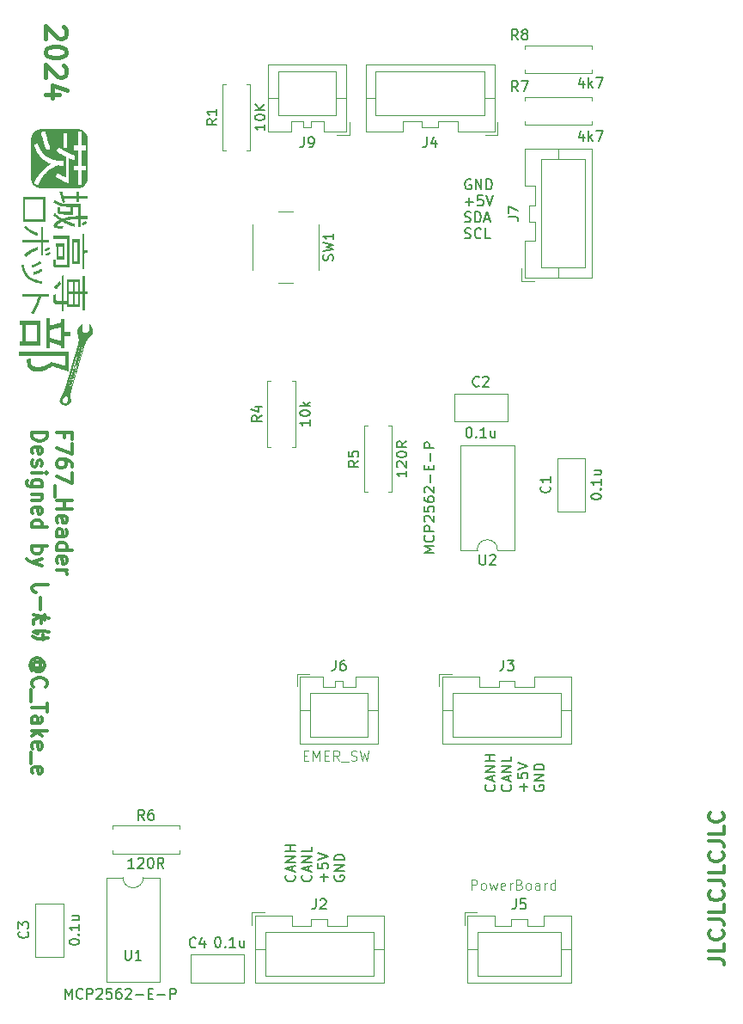
<source format=gbr>
%TF.GenerationSoftware,KiCad,Pcbnew,8.0.1*%
%TF.CreationDate,2024-04-17T22:19:00+09:00*%
%TF.ProjectId,F767ZI_header,46373637-5a49-45f6-9865-616465722e6b,rev?*%
%TF.SameCoordinates,Original*%
%TF.FileFunction,Legend,Top*%
%TF.FilePolarity,Positive*%
%FSLAX46Y46*%
G04 Gerber Fmt 4.6, Leading zero omitted, Abs format (unit mm)*
G04 Created by KiCad (PCBNEW 8.0.1) date 2024-04-17 22:19:00*
%MOMM*%
%LPD*%
G01*
G04 APERTURE LIST*
%ADD10C,0.100000*%
%ADD11C,0.300000*%
%ADD12C,0.400000*%
%ADD13C,0.200000*%
%ADD14C,0.150000*%
%ADD15C,0.120000*%
%ADD16C,0.000000*%
G04 APERTURE END LIST*
D10*
X200963884Y-137667419D02*
X200963884Y-136667419D01*
X200963884Y-136667419D02*
X201344836Y-136667419D01*
X201344836Y-136667419D02*
X201440074Y-136715038D01*
X201440074Y-136715038D02*
X201487693Y-136762657D01*
X201487693Y-136762657D02*
X201535312Y-136857895D01*
X201535312Y-136857895D02*
X201535312Y-137000752D01*
X201535312Y-137000752D02*
X201487693Y-137095990D01*
X201487693Y-137095990D02*
X201440074Y-137143609D01*
X201440074Y-137143609D02*
X201344836Y-137191228D01*
X201344836Y-137191228D02*
X200963884Y-137191228D01*
X202106741Y-137667419D02*
X202011503Y-137619800D01*
X202011503Y-137619800D02*
X201963884Y-137572180D01*
X201963884Y-137572180D02*
X201916265Y-137476942D01*
X201916265Y-137476942D02*
X201916265Y-137191228D01*
X201916265Y-137191228D02*
X201963884Y-137095990D01*
X201963884Y-137095990D02*
X202011503Y-137048371D01*
X202011503Y-137048371D02*
X202106741Y-137000752D01*
X202106741Y-137000752D02*
X202249598Y-137000752D01*
X202249598Y-137000752D02*
X202344836Y-137048371D01*
X202344836Y-137048371D02*
X202392455Y-137095990D01*
X202392455Y-137095990D02*
X202440074Y-137191228D01*
X202440074Y-137191228D02*
X202440074Y-137476942D01*
X202440074Y-137476942D02*
X202392455Y-137572180D01*
X202392455Y-137572180D02*
X202344836Y-137619800D01*
X202344836Y-137619800D02*
X202249598Y-137667419D01*
X202249598Y-137667419D02*
X202106741Y-137667419D01*
X202773408Y-137000752D02*
X202963884Y-137667419D01*
X202963884Y-137667419D02*
X203154360Y-137191228D01*
X203154360Y-137191228D02*
X203344836Y-137667419D01*
X203344836Y-137667419D02*
X203535312Y-137000752D01*
X204297217Y-137619800D02*
X204201979Y-137667419D01*
X204201979Y-137667419D02*
X204011503Y-137667419D01*
X204011503Y-137667419D02*
X203916265Y-137619800D01*
X203916265Y-137619800D02*
X203868646Y-137524561D01*
X203868646Y-137524561D02*
X203868646Y-137143609D01*
X203868646Y-137143609D02*
X203916265Y-137048371D01*
X203916265Y-137048371D02*
X204011503Y-137000752D01*
X204011503Y-137000752D02*
X204201979Y-137000752D01*
X204201979Y-137000752D02*
X204297217Y-137048371D01*
X204297217Y-137048371D02*
X204344836Y-137143609D01*
X204344836Y-137143609D02*
X204344836Y-137238847D01*
X204344836Y-137238847D02*
X203868646Y-137334085D01*
X204773408Y-137667419D02*
X204773408Y-137000752D01*
X204773408Y-137191228D02*
X204821027Y-137095990D01*
X204821027Y-137095990D02*
X204868646Y-137048371D01*
X204868646Y-137048371D02*
X204963884Y-137000752D01*
X204963884Y-137000752D02*
X205059122Y-137000752D01*
X205725789Y-137143609D02*
X205868646Y-137191228D01*
X205868646Y-137191228D02*
X205916265Y-137238847D01*
X205916265Y-137238847D02*
X205963884Y-137334085D01*
X205963884Y-137334085D02*
X205963884Y-137476942D01*
X205963884Y-137476942D02*
X205916265Y-137572180D01*
X205916265Y-137572180D02*
X205868646Y-137619800D01*
X205868646Y-137619800D02*
X205773408Y-137667419D01*
X205773408Y-137667419D02*
X205392456Y-137667419D01*
X205392456Y-137667419D02*
X205392456Y-136667419D01*
X205392456Y-136667419D02*
X205725789Y-136667419D01*
X205725789Y-136667419D02*
X205821027Y-136715038D01*
X205821027Y-136715038D02*
X205868646Y-136762657D01*
X205868646Y-136762657D02*
X205916265Y-136857895D01*
X205916265Y-136857895D02*
X205916265Y-136953133D01*
X205916265Y-136953133D02*
X205868646Y-137048371D01*
X205868646Y-137048371D02*
X205821027Y-137095990D01*
X205821027Y-137095990D02*
X205725789Y-137143609D01*
X205725789Y-137143609D02*
X205392456Y-137143609D01*
X206535313Y-137667419D02*
X206440075Y-137619800D01*
X206440075Y-137619800D02*
X206392456Y-137572180D01*
X206392456Y-137572180D02*
X206344837Y-137476942D01*
X206344837Y-137476942D02*
X206344837Y-137191228D01*
X206344837Y-137191228D02*
X206392456Y-137095990D01*
X206392456Y-137095990D02*
X206440075Y-137048371D01*
X206440075Y-137048371D02*
X206535313Y-137000752D01*
X206535313Y-137000752D02*
X206678170Y-137000752D01*
X206678170Y-137000752D02*
X206773408Y-137048371D01*
X206773408Y-137048371D02*
X206821027Y-137095990D01*
X206821027Y-137095990D02*
X206868646Y-137191228D01*
X206868646Y-137191228D02*
X206868646Y-137476942D01*
X206868646Y-137476942D02*
X206821027Y-137572180D01*
X206821027Y-137572180D02*
X206773408Y-137619800D01*
X206773408Y-137619800D02*
X206678170Y-137667419D01*
X206678170Y-137667419D02*
X206535313Y-137667419D01*
X207725789Y-137667419D02*
X207725789Y-137143609D01*
X207725789Y-137143609D02*
X207678170Y-137048371D01*
X207678170Y-137048371D02*
X207582932Y-137000752D01*
X207582932Y-137000752D02*
X207392456Y-137000752D01*
X207392456Y-137000752D02*
X207297218Y-137048371D01*
X207725789Y-137619800D02*
X207630551Y-137667419D01*
X207630551Y-137667419D02*
X207392456Y-137667419D01*
X207392456Y-137667419D02*
X207297218Y-137619800D01*
X207297218Y-137619800D02*
X207249599Y-137524561D01*
X207249599Y-137524561D02*
X207249599Y-137429323D01*
X207249599Y-137429323D02*
X207297218Y-137334085D01*
X207297218Y-137334085D02*
X207392456Y-137286466D01*
X207392456Y-137286466D02*
X207630551Y-137286466D01*
X207630551Y-137286466D02*
X207725789Y-137238847D01*
X208201980Y-137667419D02*
X208201980Y-137000752D01*
X208201980Y-137191228D02*
X208249599Y-137095990D01*
X208249599Y-137095990D02*
X208297218Y-137048371D01*
X208297218Y-137048371D02*
X208392456Y-137000752D01*
X208392456Y-137000752D02*
X208487694Y-137000752D01*
X209249599Y-137667419D02*
X209249599Y-136667419D01*
X209249599Y-137619800D02*
X209154361Y-137667419D01*
X209154361Y-137667419D02*
X208963885Y-137667419D01*
X208963885Y-137667419D02*
X208868647Y-137619800D01*
X208868647Y-137619800D02*
X208821028Y-137572180D01*
X208821028Y-137572180D02*
X208773409Y-137476942D01*
X208773409Y-137476942D02*
X208773409Y-137191228D01*
X208773409Y-137191228D02*
X208821028Y-137095990D01*
X208821028Y-137095990D02*
X208868647Y-137048371D01*
X208868647Y-137048371D02*
X208963885Y-137000752D01*
X208963885Y-137000752D02*
X209154361Y-137000752D01*
X209154361Y-137000752D02*
X209249599Y-137048371D01*
D11*
X160879801Y-93129510D02*
X160879801Y-92629510D01*
X160094087Y-92629510D02*
X161594087Y-92629510D01*
X161594087Y-92629510D02*
X161594087Y-93343796D01*
X161594087Y-93772367D02*
X161594087Y-94772367D01*
X161594087Y-94772367D02*
X160094087Y-94129510D01*
X161594087Y-95986653D02*
X161594087Y-95700938D01*
X161594087Y-95700938D02*
X161522658Y-95558081D01*
X161522658Y-95558081D02*
X161451230Y-95486653D01*
X161451230Y-95486653D02*
X161236944Y-95343795D01*
X161236944Y-95343795D02*
X160951230Y-95272367D01*
X160951230Y-95272367D02*
X160379801Y-95272367D01*
X160379801Y-95272367D02*
X160236944Y-95343795D01*
X160236944Y-95343795D02*
X160165516Y-95415224D01*
X160165516Y-95415224D02*
X160094087Y-95558081D01*
X160094087Y-95558081D02*
X160094087Y-95843795D01*
X160094087Y-95843795D02*
X160165516Y-95986653D01*
X160165516Y-95986653D02*
X160236944Y-96058081D01*
X160236944Y-96058081D02*
X160379801Y-96129510D01*
X160379801Y-96129510D02*
X160736944Y-96129510D01*
X160736944Y-96129510D02*
X160879801Y-96058081D01*
X160879801Y-96058081D02*
X160951230Y-95986653D01*
X160951230Y-95986653D02*
X161022658Y-95843795D01*
X161022658Y-95843795D02*
X161022658Y-95558081D01*
X161022658Y-95558081D02*
X160951230Y-95415224D01*
X160951230Y-95415224D02*
X160879801Y-95343795D01*
X160879801Y-95343795D02*
X160736944Y-95272367D01*
X161594087Y-96629509D02*
X161594087Y-97629509D01*
X161594087Y-97629509D02*
X160094087Y-96986652D01*
X159951230Y-97843795D02*
X159951230Y-98986652D01*
X160094087Y-99343794D02*
X161594087Y-99343794D01*
X160879801Y-99343794D02*
X160879801Y-100200937D01*
X160094087Y-100200937D02*
X161594087Y-100200937D01*
X160165516Y-101486652D02*
X160094087Y-101343795D01*
X160094087Y-101343795D02*
X160094087Y-101058081D01*
X160094087Y-101058081D02*
X160165516Y-100915223D01*
X160165516Y-100915223D02*
X160308373Y-100843795D01*
X160308373Y-100843795D02*
X160879801Y-100843795D01*
X160879801Y-100843795D02*
X161022658Y-100915223D01*
X161022658Y-100915223D02*
X161094087Y-101058081D01*
X161094087Y-101058081D02*
X161094087Y-101343795D01*
X161094087Y-101343795D02*
X161022658Y-101486652D01*
X161022658Y-101486652D02*
X160879801Y-101558081D01*
X160879801Y-101558081D02*
X160736944Y-101558081D01*
X160736944Y-101558081D02*
X160594087Y-100843795D01*
X160094087Y-102843795D02*
X160879801Y-102843795D01*
X160879801Y-102843795D02*
X161022658Y-102772366D01*
X161022658Y-102772366D02*
X161094087Y-102629509D01*
X161094087Y-102629509D02*
X161094087Y-102343795D01*
X161094087Y-102343795D02*
X161022658Y-102200937D01*
X160165516Y-102843795D02*
X160094087Y-102700937D01*
X160094087Y-102700937D02*
X160094087Y-102343795D01*
X160094087Y-102343795D02*
X160165516Y-102200937D01*
X160165516Y-102200937D02*
X160308373Y-102129509D01*
X160308373Y-102129509D02*
X160451230Y-102129509D01*
X160451230Y-102129509D02*
X160594087Y-102200937D01*
X160594087Y-102200937D02*
X160665516Y-102343795D01*
X160665516Y-102343795D02*
X160665516Y-102700937D01*
X160665516Y-102700937D02*
X160736944Y-102843795D01*
X160094087Y-104200938D02*
X161594087Y-104200938D01*
X160165516Y-104200938D02*
X160094087Y-104058080D01*
X160094087Y-104058080D02*
X160094087Y-103772366D01*
X160094087Y-103772366D02*
X160165516Y-103629509D01*
X160165516Y-103629509D02*
X160236944Y-103558080D01*
X160236944Y-103558080D02*
X160379801Y-103486652D01*
X160379801Y-103486652D02*
X160808373Y-103486652D01*
X160808373Y-103486652D02*
X160951230Y-103558080D01*
X160951230Y-103558080D02*
X161022658Y-103629509D01*
X161022658Y-103629509D02*
X161094087Y-103772366D01*
X161094087Y-103772366D02*
X161094087Y-104058080D01*
X161094087Y-104058080D02*
X161022658Y-104200938D01*
X160165516Y-105486652D02*
X160094087Y-105343795D01*
X160094087Y-105343795D02*
X160094087Y-105058081D01*
X160094087Y-105058081D02*
X160165516Y-104915223D01*
X160165516Y-104915223D02*
X160308373Y-104843795D01*
X160308373Y-104843795D02*
X160879801Y-104843795D01*
X160879801Y-104843795D02*
X161022658Y-104915223D01*
X161022658Y-104915223D02*
X161094087Y-105058081D01*
X161094087Y-105058081D02*
X161094087Y-105343795D01*
X161094087Y-105343795D02*
X161022658Y-105486652D01*
X161022658Y-105486652D02*
X160879801Y-105558081D01*
X160879801Y-105558081D02*
X160736944Y-105558081D01*
X160736944Y-105558081D02*
X160594087Y-104843795D01*
X160094087Y-106200937D02*
X161094087Y-106200937D01*
X160808373Y-106200937D02*
X160951230Y-106272366D01*
X160951230Y-106272366D02*
X161022658Y-106343795D01*
X161022658Y-106343795D02*
X161094087Y-106486652D01*
X161094087Y-106486652D02*
X161094087Y-106629509D01*
X157679171Y-92629510D02*
X159179171Y-92629510D01*
X159179171Y-92629510D02*
X159179171Y-92986653D01*
X159179171Y-92986653D02*
X159107742Y-93200939D01*
X159107742Y-93200939D02*
X158964885Y-93343796D01*
X158964885Y-93343796D02*
X158822028Y-93415225D01*
X158822028Y-93415225D02*
X158536314Y-93486653D01*
X158536314Y-93486653D02*
X158322028Y-93486653D01*
X158322028Y-93486653D02*
X158036314Y-93415225D01*
X158036314Y-93415225D02*
X157893457Y-93343796D01*
X157893457Y-93343796D02*
X157750600Y-93200939D01*
X157750600Y-93200939D02*
X157679171Y-92986653D01*
X157679171Y-92986653D02*
X157679171Y-92629510D01*
X157750600Y-94700939D02*
X157679171Y-94558082D01*
X157679171Y-94558082D02*
X157679171Y-94272368D01*
X157679171Y-94272368D02*
X157750600Y-94129510D01*
X157750600Y-94129510D02*
X157893457Y-94058082D01*
X157893457Y-94058082D02*
X158464885Y-94058082D01*
X158464885Y-94058082D02*
X158607742Y-94129510D01*
X158607742Y-94129510D02*
X158679171Y-94272368D01*
X158679171Y-94272368D02*
X158679171Y-94558082D01*
X158679171Y-94558082D02*
X158607742Y-94700939D01*
X158607742Y-94700939D02*
X158464885Y-94772368D01*
X158464885Y-94772368D02*
X158322028Y-94772368D01*
X158322028Y-94772368D02*
X158179171Y-94058082D01*
X157750600Y-95343796D02*
X157679171Y-95486653D01*
X157679171Y-95486653D02*
X157679171Y-95772367D01*
X157679171Y-95772367D02*
X157750600Y-95915224D01*
X157750600Y-95915224D02*
X157893457Y-95986653D01*
X157893457Y-95986653D02*
X157964885Y-95986653D01*
X157964885Y-95986653D02*
X158107742Y-95915224D01*
X158107742Y-95915224D02*
X158179171Y-95772367D01*
X158179171Y-95772367D02*
X158179171Y-95558082D01*
X158179171Y-95558082D02*
X158250600Y-95415224D01*
X158250600Y-95415224D02*
X158393457Y-95343796D01*
X158393457Y-95343796D02*
X158464885Y-95343796D01*
X158464885Y-95343796D02*
X158607742Y-95415224D01*
X158607742Y-95415224D02*
X158679171Y-95558082D01*
X158679171Y-95558082D02*
X158679171Y-95772367D01*
X158679171Y-95772367D02*
X158607742Y-95915224D01*
X157679171Y-96629510D02*
X158679171Y-96629510D01*
X159179171Y-96629510D02*
X159107742Y-96558082D01*
X159107742Y-96558082D02*
X159036314Y-96629510D01*
X159036314Y-96629510D02*
X159107742Y-96700939D01*
X159107742Y-96700939D02*
X159179171Y-96629510D01*
X159179171Y-96629510D02*
X159036314Y-96629510D01*
X158679171Y-97986654D02*
X157464885Y-97986654D01*
X157464885Y-97986654D02*
X157322028Y-97915225D01*
X157322028Y-97915225D02*
X157250600Y-97843796D01*
X157250600Y-97843796D02*
X157179171Y-97700939D01*
X157179171Y-97700939D02*
X157179171Y-97486654D01*
X157179171Y-97486654D02*
X157250600Y-97343796D01*
X157750600Y-97986654D02*
X157679171Y-97843796D01*
X157679171Y-97843796D02*
X157679171Y-97558082D01*
X157679171Y-97558082D02*
X157750600Y-97415225D01*
X157750600Y-97415225D02*
X157822028Y-97343796D01*
X157822028Y-97343796D02*
X157964885Y-97272368D01*
X157964885Y-97272368D02*
X158393457Y-97272368D01*
X158393457Y-97272368D02*
X158536314Y-97343796D01*
X158536314Y-97343796D02*
X158607742Y-97415225D01*
X158607742Y-97415225D02*
X158679171Y-97558082D01*
X158679171Y-97558082D02*
X158679171Y-97843796D01*
X158679171Y-97843796D02*
X158607742Y-97986654D01*
X158679171Y-98700939D02*
X157679171Y-98700939D01*
X158536314Y-98700939D02*
X158607742Y-98772368D01*
X158607742Y-98772368D02*
X158679171Y-98915225D01*
X158679171Y-98915225D02*
X158679171Y-99129511D01*
X158679171Y-99129511D02*
X158607742Y-99272368D01*
X158607742Y-99272368D02*
X158464885Y-99343797D01*
X158464885Y-99343797D02*
X157679171Y-99343797D01*
X157750600Y-100629511D02*
X157679171Y-100486654D01*
X157679171Y-100486654D02*
X157679171Y-100200940D01*
X157679171Y-100200940D02*
X157750600Y-100058082D01*
X157750600Y-100058082D02*
X157893457Y-99986654D01*
X157893457Y-99986654D02*
X158464885Y-99986654D01*
X158464885Y-99986654D02*
X158607742Y-100058082D01*
X158607742Y-100058082D02*
X158679171Y-100200940D01*
X158679171Y-100200940D02*
X158679171Y-100486654D01*
X158679171Y-100486654D02*
X158607742Y-100629511D01*
X158607742Y-100629511D02*
X158464885Y-100700940D01*
X158464885Y-100700940D02*
X158322028Y-100700940D01*
X158322028Y-100700940D02*
X158179171Y-99986654D01*
X157679171Y-101986654D02*
X159179171Y-101986654D01*
X157750600Y-101986654D02*
X157679171Y-101843796D01*
X157679171Y-101843796D02*
X157679171Y-101558082D01*
X157679171Y-101558082D02*
X157750600Y-101415225D01*
X157750600Y-101415225D02*
X157822028Y-101343796D01*
X157822028Y-101343796D02*
X157964885Y-101272368D01*
X157964885Y-101272368D02*
X158393457Y-101272368D01*
X158393457Y-101272368D02*
X158536314Y-101343796D01*
X158536314Y-101343796D02*
X158607742Y-101415225D01*
X158607742Y-101415225D02*
X158679171Y-101558082D01*
X158679171Y-101558082D02*
X158679171Y-101843796D01*
X158679171Y-101843796D02*
X158607742Y-101986654D01*
X157679171Y-103843796D02*
X159179171Y-103843796D01*
X158607742Y-103843796D02*
X158679171Y-103986654D01*
X158679171Y-103986654D02*
X158679171Y-104272368D01*
X158679171Y-104272368D02*
X158607742Y-104415225D01*
X158607742Y-104415225D02*
X158536314Y-104486654D01*
X158536314Y-104486654D02*
X158393457Y-104558082D01*
X158393457Y-104558082D02*
X157964885Y-104558082D01*
X157964885Y-104558082D02*
X157822028Y-104486654D01*
X157822028Y-104486654D02*
X157750600Y-104415225D01*
X157750600Y-104415225D02*
X157679171Y-104272368D01*
X157679171Y-104272368D02*
X157679171Y-103986654D01*
X157679171Y-103986654D02*
X157750600Y-103843796D01*
X158679171Y-105058082D02*
X157679171Y-105415225D01*
X158679171Y-105772368D02*
X157679171Y-105415225D01*
X157679171Y-105415225D02*
X157322028Y-105272368D01*
X157322028Y-105272368D02*
X157250600Y-105200939D01*
X157250600Y-105200939D02*
X157179171Y-105058082D01*
X159250600Y-107629511D02*
X158036314Y-107629511D01*
X158036314Y-107629511D02*
X157822028Y-107700939D01*
X157822028Y-107700939D02*
X157679171Y-107843796D01*
X157679171Y-107843796D02*
X157679171Y-108058082D01*
X157679171Y-108058082D02*
X157822028Y-108272368D01*
X157822028Y-108272368D02*
X158107742Y-108343796D01*
X158464885Y-108915225D02*
X158464885Y-110058082D01*
X158964885Y-110558083D02*
X158964885Y-111058083D01*
X159322028Y-110915226D02*
X157822028Y-110558083D01*
X158607742Y-110986654D02*
X158607742Y-111415226D01*
X158250600Y-110915226D02*
X157964885Y-110986654D01*
X157964885Y-110986654D02*
X157822028Y-111129511D01*
X157822028Y-111129511D02*
X157822028Y-111486654D01*
X158750600Y-112558083D02*
X158750600Y-113058083D01*
X159322028Y-112272369D02*
X158822028Y-112200940D01*
X158822028Y-112200940D02*
X158322028Y-112200940D01*
X158322028Y-112200940D02*
X158036314Y-112200940D01*
X158036314Y-112200940D02*
X157822028Y-112272369D01*
X157822028Y-112272369D02*
X158250600Y-112415226D01*
X159250600Y-112843798D02*
X158679171Y-112915226D01*
X158679171Y-112915226D02*
X158250600Y-112915226D01*
X158250600Y-112915226D02*
X157964885Y-112843798D01*
X157964885Y-112843798D02*
X157750600Y-112700940D01*
X158393457Y-115843798D02*
X158464885Y-115772369D01*
X158464885Y-115772369D02*
X158536314Y-115629512D01*
X158536314Y-115629512D02*
X158536314Y-115486655D01*
X158536314Y-115486655D02*
X158464885Y-115343798D01*
X158464885Y-115343798D02*
X158393457Y-115272369D01*
X158393457Y-115272369D02*
X158250600Y-115200941D01*
X158250600Y-115200941D02*
X158107742Y-115200941D01*
X158107742Y-115200941D02*
X157964885Y-115272369D01*
X157964885Y-115272369D02*
X157893457Y-115343798D01*
X157893457Y-115343798D02*
X157822028Y-115486655D01*
X157822028Y-115486655D02*
X157822028Y-115629512D01*
X157822028Y-115629512D02*
X157893457Y-115772369D01*
X157893457Y-115772369D02*
X157964885Y-115843798D01*
X158536314Y-115843798D02*
X157964885Y-115843798D01*
X157964885Y-115843798D02*
X157893457Y-115915226D01*
X157893457Y-115915226D02*
X157893457Y-115986655D01*
X157893457Y-115986655D02*
X157964885Y-116129512D01*
X157964885Y-116129512D02*
X158107742Y-116200941D01*
X158107742Y-116200941D02*
X158464885Y-116200941D01*
X158464885Y-116200941D02*
X158679171Y-116058084D01*
X158679171Y-116058084D02*
X158822028Y-115843798D01*
X158822028Y-115843798D02*
X158893457Y-115558084D01*
X158893457Y-115558084D02*
X158822028Y-115272369D01*
X158822028Y-115272369D02*
X158679171Y-115058084D01*
X158679171Y-115058084D02*
X158464885Y-114915226D01*
X158464885Y-114915226D02*
X158179171Y-114843798D01*
X158179171Y-114843798D02*
X157893457Y-114915226D01*
X157893457Y-114915226D02*
X157679171Y-115058084D01*
X157679171Y-115058084D02*
X157536314Y-115272369D01*
X157536314Y-115272369D02*
X157464885Y-115558084D01*
X157464885Y-115558084D02*
X157536314Y-115843798D01*
X157536314Y-115843798D02*
X157679171Y-116058084D01*
X157822028Y-117700940D02*
X157750600Y-117629512D01*
X157750600Y-117629512D02*
X157679171Y-117415226D01*
X157679171Y-117415226D02*
X157679171Y-117272369D01*
X157679171Y-117272369D02*
X157750600Y-117058083D01*
X157750600Y-117058083D02*
X157893457Y-116915226D01*
X157893457Y-116915226D02*
X158036314Y-116843797D01*
X158036314Y-116843797D02*
X158322028Y-116772369D01*
X158322028Y-116772369D02*
X158536314Y-116772369D01*
X158536314Y-116772369D02*
X158822028Y-116843797D01*
X158822028Y-116843797D02*
X158964885Y-116915226D01*
X158964885Y-116915226D02*
X159107742Y-117058083D01*
X159107742Y-117058083D02*
X159179171Y-117272369D01*
X159179171Y-117272369D02*
X159179171Y-117415226D01*
X159179171Y-117415226D02*
X159107742Y-117629512D01*
X159107742Y-117629512D02*
X159036314Y-117700940D01*
X157536314Y-117986655D02*
X157536314Y-119129512D01*
X159179171Y-119272369D02*
X159179171Y-120129512D01*
X157679171Y-119700940D02*
X159179171Y-119700940D01*
X157679171Y-121272369D02*
X158464885Y-121272369D01*
X158464885Y-121272369D02*
X158607742Y-121200940D01*
X158607742Y-121200940D02*
X158679171Y-121058083D01*
X158679171Y-121058083D02*
X158679171Y-120772369D01*
X158679171Y-120772369D02*
X158607742Y-120629511D01*
X157750600Y-121272369D02*
X157679171Y-121129511D01*
X157679171Y-121129511D02*
X157679171Y-120772369D01*
X157679171Y-120772369D02*
X157750600Y-120629511D01*
X157750600Y-120629511D02*
X157893457Y-120558083D01*
X157893457Y-120558083D02*
X158036314Y-120558083D01*
X158036314Y-120558083D02*
X158179171Y-120629511D01*
X158179171Y-120629511D02*
X158250600Y-120772369D01*
X158250600Y-120772369D02*
X158250600Y-121129511D01*
X158250600Y-121129511D02*
X158322028Y-121272369D01*
X157679171Y-121986654D02*
X159179171Y-121986654D01*
X158250600Y-122129512D02*
X157679171Y-122558083D01*
X158679171Y-122558083D02*
X158107742Y-121986654D01*
X157750600Y-123772369D02*
X157679171Y-123629512D01*
X157679171Y-123629512D02*
X157679171Y-123343798D01*
X157679171Y-123343798D02*
X157750600Y-123200940D01*
X157750600Y-123200940D02*
X157893457Y-123129512D01*
X157893457Y-123129512D02*
X158464885Y-123129512D01*
X158464885Y-123129512D02*
X158607742Y-123200940D01*
X158607742Y-123200940D02*
X158679171Y-123343798D01*
X158679171Y-123343798D02*
X158679171Y-123629512D01*
X158679171Y-123629512D02*
X158607742Y-123772369D01*
X158607742Y-123772369D02*
X158464885Y-123843798D01*
X158464885Y-123843798D02*
X158322028Y-123843798D01*
X158322028Y-123843798D02*
X158179171Y-123129512D01*
X157536314Y-124129512D02*
X157536314Y-125272369D01*
X157750600Y-126200940D02*
X157679171Y-126058083D01*
X157679171Y-126058083D02*
X157679171Y-125772369D01*
X157679171Y-125772369D02*
X157750600Y-125629511D01*
X157750600Y-125629511D02*
X157893457Y-125558083D01*
X157893457Y-125558083D02*
X158464885Y-125558083D01*
X158464885Y-125558083D02*
X158607742Y-125629511D01*
X158607742Y-125629511D02*
X158679171Y-125772369D01*
X158679171Y-125772369D02*
X158679171Y-126058083D01*
X158679171Y-126058083D02*
X158607742Y-126200940D01*
X158607742Y-126200940D02*
X158464885Y-126272369D01*
X158464885Y-126272369D02*
X158322028Y-126272369D01*
X158322028Y-126272369D02*
X158179171Y-125558083D01*
D12*
X160825085Y-52714109D02*
X160920323Y-52809347D01*
X160920323Y-52809347D02*
X161015561Y-52999823D01*
X161015561Y-52999823D02*
X161015561Y-53476014D01*
X161015561Y-53476014D02*
X160920323Y-53666490D01*
X160920323Y-53666490D02*
X160825085Y-53761728D01*
X160825085Y-53761728D02*
X160634609Y-53856966D01*
X160634609Y-53856966D02*
X160444133Y-53856966D01*
X160444133Y-53856966D02*
X160158419Y-53761728D01*
X160158419Y-53761728D02*
X159015561Y-52618871D01*
X159015561Y-52618871D02*
X159015561Y-53856966D01*
X161015561Y-55095061D02*
X161015561Y-55285538D01*
X161015561Y-55285538D02*
X160920323Y-55476014D01*
X160920323Y-55476014D02*
X160825085Y-55571252D01*
X160825085Y-55571252D02*
X160634609Y-55666490D01*
X160634609Y-55666490D02*
X160253657Y-55761728D01*
X160253657Y-55761728D02*
X159777466Y-55761728D01*
X159777466Y-55761728D02*
X159396514Y-55666490D01*
X159396514Y-55666490D02*
X159206038Y-55571252D01*
X159206038Y-55571252D02*
X159110800Y-55476014D01*
X159110800Y-55476014D02*
X159015561Y-55285538D01*
X159015561Y-55285538D02*
X159015561Y-55095061D01*
X159015561Y-55095061D02*
X159110800Y-54904585D01*
X159110800Y-54904585D02*
X159206038Y-54809347D01*
X159206038Y-54809347D02*
X159396514Y-54714109D01*
X159396514Y-54714109D02*
X159777466Y-54618871D01*
X159777466Y-54618871D02*
X160253657Y-54618871D01*
X160253657Y-54618871D02*
X160634609Y-54714109D01*
X160634609Y-54714109D02*
X160825085Y-54809347D01*
X160825085Y-54809347D02*
X160920323Y-54904585D01*
X160920323Y-54904585D02*
X161015561Y-55095061D01*
X160825085Y-56523633D02*
X160920323Y-56618871D01*
X160920323Y-56618871D02*
X161015561Y-56809347D01*
X161015561Y-56809347D02*
X161015561Y-57285538D01*
X161015561Y-57285538D02*
X160920323Y-57476014D01*
X160920323Y-57476014D02*
X160825085Y-57571252D01*
X160825085Y-57571252D02*
X160634609Y-57666490D01*
X160634609Y-57666490D02*
X160444133Y-57666490D01*
X160444133Y-57666490D02*
X160158419Y-57571252D01*
X160158419Y-57571252D02*
X159015561Y-56428395D01*
X159015561Y-56428395D02*
X159015561Y-57666490D01*
X160348895Y-59380776D02*
X159015561Y-59380776D01*
X161110800Y-58904585D02*
X159682228Y-58428395D01*
X159682228Y-58428395D02*
X159682228Y-59666490D01*
D11*
X224360828Y-144431917D02*
X225432257Y-144431917D01*
X225432257Y-144431917D02*
X225646542Y-144503346D01*
X225646542Y-144503346D02*
X225789400Y-144646203D01*
X225789400Y-144646203D02*
X225860828Y-144860489D01*
X225860828Y-144860489D02*
X225860828Y-145003346D01*
X225860828Y-143003346D02*
X225860828Y-143717632D01*
X225860828Y-143717632D02*
X224360828Y-143717632D01*
X225717971Y-141646203D02*
X225789400Y-141717631D01*
X225789400Y-141717631D02*
X225860828Y-141931917D01*
X225860828Y-141931917D02*
X225860828Y-142074774D01*
X225860828Y-142074774D02*
X225789400Y-142289060D01*
X225789400Y-142289060D02*
X225646542Y-142431917D01*
X225646542Y-142431917D02*
X225503685Y-142503346D01*
X225503685Y-142503346D02*
X225217971Y-142574774D01*
X225217971Y-142574774D02*
X225003685Y-142574774D01*
X225003685Y-142574774D02*
X224717971Y-142503346D01*
X224717971Y-142503346D02*
X224575114Y-142431917D01*
X224575114Y-142431917D02*
X224432257Y-142289060D01*
X224432257Y-142289060D02*
X224360828Y-142074774D01*
X224360828Y-142074774D02*
X224360828Y-141931917D01*
X224360828Y-141931917D02*
X224432257Y-141717631D01*
X224432257Y-141717631D02*
X224503685Y-141646203D01*
X224360828Y-140574774D02*
X225432257Y-140574774D01*
X225432257Y-140574774D02*
X225646542Y-140646203D01*
X225646542Y-140646203D02*
X225789400Y-140789060D01*
X225789400Y-140789060D02*
X225860828Y-141003346D01*
X225860828Y-141003346D02*
X225860828Y-141146203D01*
X225860828Y-139146203D02*
X225860828Y-139860489D01*
X225860828Y-139860489D02*
X224360828Y-139860489D01*
X225717971Y-137789060D02*
X225789400Y-137860488D01*
X225789400Y-137860488D02*
X225860828Y-138074774D01*
X225860828Y-138074774D02*
X225860828Y-138217631D01*
X225860828Y-138217631D02*
X225789400Y-138431917D01*
X225789400Y-138431917D02*
X225646542Y-138574774D01*
X225646542Y-138574774D02*
X225503685Y-138646203D01*
X225503685Y-138646203D02*
X225217971Y-138717631D01*
X225217971Y-138717631D02*
X225003685Y-138717631D01*
X225003685Y-138717631D02*
X224717971Y-138646203D01*
X224717971Y-138646203D02*
X224575114Y-138574774D01*
X224575114Y-138574774D02*
X224432257Y-138431917D01*
X224432257Y-138431917D02*
X224360828Y-138217631D01*
X224360828Y-138217631D02*
X224360828Y-138074774D01*
X224360828Y-138074774D02*
X224432257Y-137860488D01*
X224432257Y-137860488D02*
X224503685Y-137789060D01*
X224360828Y-136717631D02*
X225432257Y-136717631D01*
X225432257Y-136717631D02*
X225646542Y-136789060D01*
X225646542Y-136789060D02*
X225789400Y-136931917D01*
X225789400Y-136931917D02*
X225860828Y-137146203D01*
X225860828Y-137146203D02*
X225860828Y-137289060D01*
X225860828Y-135289060D02*
X225860828Y-136003346D01*
X225860828Y-136003346D02*
X224360828Y-136003346D01*
X225717971Y-133931917D02*
X225789400Y-134003345D01*
X225789400Y-134003345D02*
X225860828Y-134217631D01*
X225860828Y-134217631D02*
X225860828Y-134360488D01*
X225860828Y-134360488D02*
X225789400Y-134574774D01*
X225789400Y-134574774D02*
X225646542Y-134717631D01*
X225646542Y-134717631D02*
X225503685Y-134789060D01*
X225503685Y-134789060D02*
X225217971Y-134860488D01*
X225217971Y-134860488D02*
X225003685Y-134860488D01*
X225003685Y-134860488D02*
X224717971Y-134789060D01*
X224717971Y-134789060D02*
X224575114Y-134717631D01*
X224575114Y-134717631D02*
X224432257Y-134574774D01*
X224432257Y-134574774D02*
X224360828Y-134360488D01*
X224360828Y-134360488D02*
X224360828Y-134217631D01*
X224360828Y-134217631D02*
X224432257Y-134003345D01*
X224432257Y-134003345D02*
X224503685Y-133931917D01*
X224360828Y-132860488D02*
X225432257Y-132860488D01*
X225432257Y-132860488D02*
X225646542Y-132931917D01*
X225646542Y-132931917D02*
X225789400Y-133074774D01*
X225789400Y-133074774D02*
X225860828Y-133289060D01*
X225860828Y-133289060D02*
X225860828Y-133431917D01*
X225860828Y-131431917D02*
X225860828Y-132146203D01*
X225860828Y-132146203D02*
X224360828Y-132146203D01*
X225717971Y-130074774D02*
X225789400Y-130146202D01*
X225789400Y-130146202D02*
X225860828Y-130360488D01*
X225860828Y-130360488D02*
X225860828Y-130503345D01*
X225860828Y-130503345D02*
X225789400Y-130717631D01*
X225789400Y-130717631D02*
X225646542Y-130860488D01*
X225646542Y-130860488D02*
X225503685Y-130931917D01*
X225503685Y-130931917D02*
X225217971Y-131003345D01*
X225217971Y-131003345D02*
X225003685Y-131003345D01*
X225003685Y-131003345D02*
X224717971Y-130931917D01*
X224717971Y-130931917D02*
X224575114Y-130860488D01*
X224575114Y-130860488D02*
X224432257Y-130717631D01*
X224432257Y-130717631D02*
X224360828Y-130503345D01*
X224360828Y-130503345D02*
X224360828Y-130360488D01*
X224360828Y-130360488D02*
X224432257Y-130146202D01*
X224432257Y-130146202D02*
X224503685Y-130074774D01*
D13*
X183537148Y-136218898D02*
X183584768Y-136266517D01*
X183584768Y-136266517D02*
X183632387Y-136409374D01*
X183632387Y-136409374D02*
X183632387Y-136504612D01*
X183632387Y-136504612D02*
X183584768Y-136647469D01*
X183584768Y-136647469D02*
X183489529Y-136742707D01*
X183489529Y-136742707D02*
X183394291Y-136790326D01*
X183394291Y-136790326D02*
X183203815Y-136837945D01*
X183203815Y-136837945D02*
X183060958Y-136837945D01*
X183060958Y-136837945D02*
X182870482Y-136790326D01*
X182870482Y-136790326D02*
X182775244Y-136742707D01*
X182775244Y-136742707D02*
X182680006Y-136647469D01*
X182680006Y-136647469D02*
X182632387Y-136504612D01*
X182632387Y-136504612D02*
X182632387Y-136409374D01*
X182632387Y-136409374D02*
X182680006Y-136266517D01*
X182680006Y-136266517D02*
X182727625Y-136218898D01*
X183346672Y-135837945D02*
X183346672Y-135361755D01*
X183632387Y-135933183D02*
X182632387Y-135599850D01*
X182632387Y-135599850D02*
X183632387Y-135266517D01*
X183632387Y-134933183D02*
X182632387Y-134933183D01*
X182632387Y-134933183D02*
X183632387Y-134361755D01*
X183632387Y-134361755D02*
X182632387Y-134361755D01*
X183632387Y-133885564D02*
X182632387Y-133885564D01*
X183108577Y-133885564D02*
X183108577Y-133314136D01*
X183632387Y-133314136D02*
X182632387Y-133314136D01*
X185147092Y-136218898D02*
X185194712Y-136266517D01*
X185194712Y-136266517D02*
X185242331Y-136409374D01*
X185242331Y-136409374D02*
X185242331Y-136504612D01*
X185242331Y-136504612D02*
X185194712Y-136647469D01*
X185194712Y-136647469D02*
X185099473Y-136742707D01*
X185099473Y-136742707D02*
X185004235Y-136790326D01*
X185004235Y-136790326D02*
X184813759Y-136837945D01*
X184813759Y-136837945D02*
X184670902Y-136837945D01*
X184670902Y-136837945D02*
X184480426Y-136790326D01*
X184480426Y-136790326D02*
X184385188Y-136742707D01*
X184385188Y-136742707D02*
X184289950Y-136647469D01*
X184289950Y-136647469D02*
X184242331Y-136504612D01*
X184242331Y-136504612D02*
X184242331Y-136409374D01*
X184242331Y-136409374D02*
X184289950Y-136266517D01*
X184289950Y-136266517D02*
X184337569Y-136218898D01*
X184956616Y-135837945D02*
X184956616Y-135361755D01*
X185242331Y-135933183D02*
X184242331Y-135599850D01*
X184242331Y-135599850D02*
X185242331Y-135266517D01*
X185242331Y-134933183D02*
X184242331Y-134933183D01*
X184242331Y-134933183D02*
X185242331Y-134361755D01*
X185242331Y-134361755D02*
X184242331Y-134361755D01*
X185242331Y-133409374D02*
X185242331Y-133885564D01*
X185242331Y-133885564D02*
X184242331Y-133885564D01*
X186471322Y-136790326D02*
X186471322Y-136028422D01*
X186852275Y-136409374D02*
X186090370Y-136409374D01*
X185852275Y-135076041D02*
X185852275Y-135552231D01*
X185852275Y-135552231D02*
X186328465Y-135599850D01*
X186328465Y-135599850D02*
X186280846Y-135552231D01*
X186280846Y-135552231D02*
X186233227Y-135456993D01*
X186233227Y-135456993D02*
X186233227Y-135218898D01*
X186233227Y-135218898D02*
X186280846Y-135123660D01*
X186280846Y-135123660D02*
X186328465Y-135076041D01*
X186328465Y-135076041D02*
X186423703Y-135028422D01*
X186423703Y-135028422D02*
X186661798Y-135028422D01*
X186661798Y-135028422D02*
X186757036Y-135076041D01*
X186757036Y-135076041D02*
X186804656Y-135123660D01*
X186804656Y-135123660D02*
X186852275Y-135218898D01*
X186852275Y-135218898D02*
X186852275Y-135456993D01*
X186852275Y-135456993D02*
X186804656Y-135552231D01*
X186804656Y-135552231D02*
X186757036Y-135599850D01*
X185852275Y-134742707D02*
X186852275Y-134409374D01*
X186852275Y-134409374D02*
X185852275Y-134076041D01*
X187509838Y-136266517D02*
X187462219Y-136361755D01*
X187462219Y-136361755D02*
X187462219Y-136504612D01*
X187462219Y-136504612D02*
X187509838Y-136647469D01*
X187509838Y-136647469D02*
X187605076Y-136742707D01*
X187605076Y-136742707D02*
X187700314Y-136790326D01*
X187700314Y-136790326D02*
X187890790Y-136837945D01*
X187890790Y-136837945D02*
X188033647Y-136837945D01*
X188033647Y-136837945D02*
X188224123Y-136790326D01*
X188224123Y-136790326D02*
X188319361Y-136742707D01*
X188319361Y-136742707D02*
X188414600Y-136647469D01*
X188414600Y-136647469D02*
X188462219Y-136504612D01*
X188462219Y-136504612D02*
X188462219Y-136409374D01*
X188462219Y-136409374D02*
X188414600Y-136266517D01*
X188414600Y-136266517D02*
X188366980Y-136218898D01*
X188366980Y-136218898D02*
X188033647Y-136218898D01*
X188033647Y-136218898D02*
X188033647Y-136409374D01*
X188462219Y-135790326D02*
X187462219Y-135790326D01*
X187462219Y-135790326D02*
X188462219Y-135218898D01*
X188462219Y-135218898D02*
X187462219Y-135218898D01*
X188462219Y-134742707D02*
X187462219Y-134742707D01*
X187462219Y-134742707D02*
X187462219Y-134504612D01*
X187462219Y-134504612D02*
X187509838Y-134361755D01*
X187509838Y-134361755D02*
X187605076Y-134266517D01*
X187605076Y-134266517D02*
X187700314Y-134218898D01*
X187700314Y-134218898D02*
X187890790Y-134171279D01*
X187890790Y-134171279D02*
X188033647Y-134171279D01*
X188033647Y-134171279D02*
X188224123Y-134218898D01*
X188224123Y-134218898D02*
X188319361Y-134266517D01*
X188319361Y-134266517D02*
X188414600Y-134361755D01*
X188414600Y-134361755D02*
X188462219Y-134504612D01*
X188462219Y-134504612D02*
X188462219Y-134742707D01*
D10*
X184453884Y-124443609D02*
X184787217Y-124443609D01*
X184930074Y-124967419D02*
X184453884Y-124967419D01*
X184453884Y-124967419D02*
X184453884Y-123967419D01*
X184453884Y-123967419D02*
X184930074Y-123967419D01*
X185358646Y-124967419D02*
X185358646Y-123967419D01*
X185358646Y-123967419D02*
X185691979Y-124681704D01*
X185691979Y-124681704D02*
X186025312Y-123967419D01*
X186025312Y-123967419D02*
X186025312Y-124967419D01*
X186501503Y-124443609D02*
X186834836Y-124443609D01*
X186977693Y-124967419D02*
X186501503Y-124967419D01*
X186501503Y-124967419D02*
X186501503Y-123967419D01*
X186501503Y-123967419D02*
X186977693Y-123967419D01*
X187977693Y-124967419D02*
X187644360Y-124491228D01*
X187406265Y-124967419D02*
X187406265Y-123967419D01*
X187406265Y-123967419D02*
X187787217Y-123967419D01*
X187787217Y-123967419D02*
X187882455Y-124015038D01*
X187882455Y-124015038D02*
X187930074Y-124062657D01*
X187930074Y-124062657D02*
X187977693Y-124157895D01*
X187977693Y-124157895D02*
X187977693Y-124300752D01*
X187977693Y-124300752D02*
X187930074Y-124395990D01*
X187930074Y-124395990D02*
X187882455Y-124443609D01*
X187882455Y-124443609D02*
X187787217Y-124491228D01*
X187787217Y-124491228D02*
X187406265Y-124491228D01*
X188168170Y-125062657D02*
X188930074Y-125062657D01*
X189120551Y-124919800D02*
X189263408Y-124967419D01*
X189263408Y-124967419D02*
X189501503Y-124967419D01*
X189501503Y-124967419D02*
X189596741Y-124919800D01*
X189596741Y-124919800D02*
X189644360Y-124872180D01*
X189644360Y-124872180D02*
X189691979Y-124776942D01*
X189691979Y-124776942D02*
X189691979Y-124681704D01*
X189691979Y-124681704D02*
X189644360Y-124586466D01*
X189644360Y-124586466D02*
X189596741Y-124538847D01*
X189596741Y-124538847D02*
X189501503Y-124491228D01*
X189501503Y-124491228D02*
X189311027Y-124443609D01*
X189311027Y-124443609D02*
X189215789Y-124395990D01*
X189215789Y-124395990D02*
X189168170Y-124348371D01*
X189168170Y-124348371D02*
X189120551Y-124253133D01*
X189120551Y-124253133D02*
X189120551Y-124157895D01*
X189120551Y-124157895D02*
X189168170Y-124062657D01*
X189168170Y-124062657D02*
X189215789Y-124015038D01*
X189215789Y-124015038D02*
X189311027Y-123967419D01*
X189311027Y-123967419D02*
X189549122Y-123967419D01*
X189549122Y-123967419D02*
X189691979Y-124015038D01*
X190025313Y-123967419D02*
X190263408Y-124967419D01*
X190263408Y-124967419D02*
X190453884Y-124253133D01*
X190453884Y-124253133D02*
X190644360Y-124967419D01*
X190644360Y-124967419D02*
X190882456Y-123967419D01*
D13*
X203222148Y-127328898D02*
X203269768Y-127376517D01*
X203269768Y-127376517D02*
X203317387Y-127519374D01*
X203317387Y-127519374D02*
X203317387Y-127614612D01*
X203317387Y-127614612D02*
X203269768Y-127757469D01*
X203269768Y-127757469D02*
X203174529Y-127852707D01*
X203174529Y-127852707D02*
X203079291Y-127900326D01*
X203079291Y-127900326D02*
X202888815Y-127947945D01*
X202888815Y-127947945D02*
X202745958Y-127947945D01*
X202745958Y-127947945D02*
X202555482Y-127900326D01*
X202555482Y-127900326D02*
X202460244Y-127852707D01*
X202460244Y-127852707D02*
X202365006Y-127757469D01*
X202365006Y-127757469D02*
X202317387Y-127614612D01*
X202317387Y-127614612D02*
X202317387Y-127519374D01*
X202317387Y-127519374D02*
X202365006Y-127376517D01*
X202365006Y-127376517D02*
X202412625Y-127328898D01*
X203031672Y-126947945D02*
X203031672Y-126471755D01*
X203317387Y-127043183D02*
X202317387Y-126709850D01*
X202317387Y-126709850D02*
X203317387Y-126376517D01*
X203317387Y-126043183D02*
X202317387Y-126043183D01*
X202317387Y-126043183D02*
X203317387Y-125471755D01*
X203317387Y-125471755D02*
X202317387Y-125471755D01*
X203317387Y-124995564D02*
X202317387Y-124995564D01*
X202793577Y-124995564D02*
X202793577Y-124424136D01*
X203317387Y-124424136D02*
X202317387Y-124424136D01*
X204832092Y-127328898D02*
X204879712Y-127376517D01*
X204879712Y-127376517D02*
X204927331Y-127519374D01*
X204927331Y-127519374D02*
X204927331Y-127614612D01*
X204927331Y-127614612D02*
X204879712Y-127757469D01*
X204879712Y-127757469D02*
X204784473Y-127852707D01*
X204784473Y-127852707D02*
X204689235Y-127900326D01*
X204689235Y-127900326D02*
X204498759Y-127947945D01*
X204498759Y-127947945D02*
X204355902Y-127947945D01*
X204355902Y-127947945D02*
X204165426Y-127900326D01*
X204165426Y-127900326D02*
X204070188Y-127852707D01*
X204070188Y-127852707D02*
X203974950Y-127757469D01*
X203974950Y-127757469D02*
X203927331Y-127614612D01*
X203927331Y-127614612D02*
X203927331Y-127519374D01*
X203927331Y-127519374D02*
X203974950Y-127376517D01*
X203974950Y-127376517D02*
X204022569Y-127328898D01*
X204641616Y-126947945D02*
X204641616Y-126471755D01*
X204927331Y-127043183D02*
X203927331Y-126709850D01*
X203927331Y-126709850D02*
X204927331Y-126376517D01*
X204927331Y-126043183D02*
X203927331Y-126043183D01*
X203927331Y-126043183D02*
X204927331Y-125471755D01*
X204927331Y-125471755D02*
X203927331Y-125471755D01*
X204927331Y-124519374D02*
X204927331Y-124995564D01*
X204927331Y-124995564D02*
X203927331Y-124995564D01*
X206156322Y-127900326D02*
X206156322Y-127138422D01*
X206537275Y-127519374D02*
X205775370Y-127519374D01*
X205537275Y-126186041D02*
X205537275Y-126662231D01*
X205537275Y-126662231D02*
X206013465Y-126709850D01*
X206013465Y-126709850D02*
X205965846Y-126662231D01*
X205965846Y-126662231D02*
X205918227Y-126566993D01*
X205918227Y-126566993D02*
X205918227Y-126328898D01*
X205918227Y-126328898D02*
X205965846Y-126233660D01*
X205965846Y-126233660D02*
X206013465Y-126186041D01*
X206013465Y-126186041D02*
X206108703Y-126138422D01*
X206108703Y-126138422D02*
X206346798Y-126138422D01*
X206346798Y-126138422D02*
X206442036Y-126186041D01*
X206442036Y-126186041D02*
X206489656Y-126233660D01*
X206489656Y-126233660D02*
X206537275Y-126328898D01*
X206537275Y-126328898D02*
X206537275Y-126566993D01*
X206537275Y-126566993D02*
X206489656Y-126662231D01*
X206489656Y-126662231D02*
X206442036Y-126709850D01*
X205537275Y-125852707D02*
X206537275Y-125519374D01*
X206537275Y-125519374D02*
X205537275Y-125186041D01*
X207194838Y-127376517D02*
X207147219Y-127471755D01*
X207147219Y-127471755D02*
X207147219Y-127614612D01*
X207147219Y-127614612D02*
X207194838Y-127757469D01*
X207194838Y-127757469D02*
X207290076Y-127852707D01*
X207290076Y-127852707D02*
X207385314Y-127900326D01*
X207385314Y-127900326D02*
X207575790Y-127947945D01*
X207575790Y-127947945D02*
X207718647Y-127947945D01*
X207718647Y-127947945D02*
X207909123Y-127900326D01*
X207909123Y-127900326D02*
X208004361Y-127852707D01*
X208004361Y-127852707D02*
X208099600Y-127757469D01*
X208099600Y-127757469D02*
X208147219Y-127614612D01*
X208147219Y-127614612D02*
X208147219Y-127519374D01*
X208147219Y-127519374D02*
X208099600Y-127376517D01*
X208099600Y-127376517D02*
X208051980Y-127328898D01*
X208051980Y-127328898D02*
X207718647Y-127328898D01*
X207718647Y-127328898D02*
X207718647Y-127519374D01*
X208147219Y-126900326D02*
X207147219Y-126900326D01*
X207147219Y-126900326D02*
X208147219Y-126328898D01*
X208147219Y-126328898D02*
X207147219Y-126328898D01*
X208147219Y-125852707D02*
X207147219Y-125852707D01*
X207147219Y-125852707D02*
X207147219Y-125614612D01*
X207147219Y-125614612D02*
X207194838Y-125471755D01*
X207194838Y-125471755D02*
X207290076Y-125376517D01*
X207290076Y-125376517D02*
X207385314Y-125328898D01*
X207385314Y-125328898D02*
X207575790Y-125281279D01*
X207575790Y-125281279D02*
X207718647Y-125281279D01*
X207718647Y-125281279D02*
X207909123Y-125328898D01*
X207909123Y-125328898D02*
X208004361Y-125376517D01*
X208004361Y-125376517D02*
X208099600Y-125471755D01*
X208099600Y-125471755D02*
X208147219Y-125614612D01*
X208147219Y-125614612D02*
X208147219Y-125852707D01*
X200918482Y-67745006D02*
X200823244Y-67697387D01*
X200823244Y-67697387D02*
X200680387Y-67697387D01*
X200680387Y-67697387D02*
X200537530Y-67745006D01*
X200537530Y-67745006D02*
X200442292Y-67840244D01*
X200442292Y-67840244D02*
X200394673Y-67935482D01*
X200394673Y-67935482D02*
X200347054Y-68125958D01*
X200347054Y-68125958D02*
X200347054Y-68268815D01*
X200347054Y-68268815D02*
X200394673Y-68459291D01*
X200394673Y-68459291D02*
X200442292Y-68554529D01*
X200442292Y-68554529D02*
X200537530Y-68649768D01*
X200537530Y-68649768D02*
X200680387Y-68697387D01*
X200680387Y-68697387D02*
X200775625Y-68697387D01*
X200775625Y-68697387D02*
X200918482Y-68649768D01*
X200918482Y-68649768D02*
X200966101Y-68602148D01*
X200966101Y-68602148D02*
X200966101Y-68268815D01*
X200966101Y-68268815D02*
X200775625Y-68268815D01*
X201394673Y-68697387D02*
X201394673Y-67697387D01*
X201394673Y-67697387D02*
X201966101Y-68697387D01*
X201966101Y-68697387D02*
X201966101Y-67697387D01*
X202442292Y-68697387D02*
X202442292Y-67697387D01*
X202442292Y-67697387D02*
X202680387Y-67697387D01*
X202680387Y-67697387D02*
X202823244Y-67745006D01*
X202823244Y-67745006D02*
X202918482Y-67840244D01*
X202918482Y-67840244D02*
X202966101Y-67935482D01*
X202966101Y-67935482D02*
X203013720Y-68125958D01*
X203013720Y-68125958D02*
X203013720Y-68268815D01*
X203013720Y-68268815D02*
X202966101Y-68459291D01*
X202966101Y-68459291D02*
X202918482Y-68554529D01*
X202918482Y-68554529D02*
X202823244Y-68649768D01*
X202823244Y-68649768D02*
X202680387Y-68697387D01*
X202680387Y-68697387D02*
X202442292Y-68697387D01*
X200394673Y-69926378D02*
X201156578Y-69926378D01*
X200775625Y-70307331D02*
X200775625Y-69545426D01*
X202108958Y-69307331D02*
X201632768Y-69307331D01*
X201632768Y-69307331D02*
X201585149Y-69783521D01*
X201585149Y-69783521D02*
X201632768Y-69735902D01*
X201632768Y-69735902D02*
X201728006Y-69688283D01*
X201728006Y-69688283D02*
X201966101Y-69688283D01*
X201966101Y-69688283D02*
X202061339Y-69735902D01*
X202061339Y-69735902D02*
X202108958Y-69783521D01*
X202108958Y-69783521D02*
X202156577Y-69878759D01*
X202156577Y-69878759D02*
X202156577Y-70116854D01*
X202156577Y-70116854D02*
X202108958Y-70212092D01*
X202108958Y-70212092D02*
X202061339Y-70259712D01*
X202061339Y-70259712D02*
X201966101Y-70307331D01*
X201966101Y-70307331D02*
X201728006Y-70307331D01*
X201728006Y-70307331D02*
X201632768Y-70259712D01*
X201632768Y-70259712D02*
X201585149Y-70212092D01*
X202442292Y-69307331D02*
X202775625Y-70307331D01*
X202775625Y-70307331D02*
X203108958Y-69307331D01*
X200347054Y-71869656D02*
X200489911Y-71917275D01*
X200489911Y-71917275D02*
X200728006Y-71917275D01*
X200728006Y-71917275D02*
X200823244Y-71869656D01*
X200823244Y-71869656D02*
X200870863Y-71822036D01*
X200870863Y-71822036D02*
X200918482Y-71726798D01*
X200918482Y-71726798D02*
X200918482Y-71631560D01*
X200918482Y-71631560D02*
X200870863Y-71536322D01*
X200870863Y-71536322D02*
X200823244Y-71488703D01*
X200823244Y-71488703D02*
X200728006Y-71441084D01*
X200728006Y-71441084D02*
X200537530Y-71393465D01*
X200537530Y-71393465D02*
X200442292Y-71345846D01*
X200442292Y-71345846D02*
X200394673Y-71298227D01*
X200394673Y-71298227D02*
X200347054Y-71202989D01*
X200347054Y-71202989D02*
X200347054Y-71107751D01*
X200347054Y-71107751D02*
X200394673Y-71012513D01*
X200394673Y-71012513D02*
X200442292Y-70964894D01*
X200442292Y-70964894D02*
X200537530Y-70917275D01*
X200537530Y-70917275D02*
X200775625Y-70917275D01*
X200775625Y-70917275D02*
X200918482Y-70964894D01*
X201347054Y-71917275D02*
X201347054Y-70917275D01*
X201347054Y-70917275D02*
X201585149Y-70917275D01*
X201585149Y-70917275D02*
X201728006Y-70964894D01*
X201728006Y-70964894D02*
X201823244Y-71060132D01*
X201823244Y-71060132D02*
X201870863Y-71155370D01*
X201870863Y-71155370D02*
X201918482Y-71345846D01*
X201918482Y-71345846D02*
X201918482Y-71488703D01*
X201918482Y-71488703D02*
X201870863Y-71679179D01*
X201870863Y-71679179D02*
X201823244Y-71774417D01*
X201823244Y-71774417D02*
X201728006Y-71869656D01*
X201728006Y-71869656D02*
X201585149Y-71917275D01*
X201585149Y-71917275D02*
X201347054Y-71917275D01*
X202299435Y-71631560D02*
X202775625Y-71631560D01*
X202204197Y-71917275D02*
X202537530Y-70917275D01*
X202537530Y-70917275D02*
X202870863Y-71917275D01*
X200347054Y-73479600D02*
X200489911Y-73527219D01*
X200489911Y-73527219D02*
X200728006Y-73527219D01*
X200728006Y-73527219D02*
X200823244Y-73479600D01*
X200823244Y-73479600D02*
X200870863Y-73431980D01*
X200870863Y-73431980D02*
X200918482Y-73336742D01*
X200918482Y-73336742D02*
X200918482Y-73241504D01*
X200918482Y-73241504D02*
X200870863Y-73146266D01*
X200870863Y-73146266D02*
X200823244Y-73098647D01*
X200823244Y-73098647D02*
X200728006Y-73051028D01*
X200728006Y-73051028D02*
X200537530Y-73003409D01*
X200537530Y-73003409D02*
X200442292Y-72955790D01*
X200442292Y-72955790D02*
X200394673Y-72908171D01*
X200394673Y-72908171D02*
X200347054Y-72812933D01*
X200347054Y-72812933D02*
X200347054Y-72717695D01*
X200347054Y-72717695D02*
X200394673Y-72622457D01*
X200394673Y-72622457D02*
X200442292Y-72574838D01*
X200442292Y-72574838D02*
X200537530Y-72527219D01*
X200537530Y-72527219D02*
X200775625Y-72527219D01*
X200775625Y-72527219D02*
X200918482Y-72574838D01*
X201918482Y-73431980D02*
X201870863Y-73479600D01*
X201870863Y-73479600D02*
X201728006Y-73527219D01*
X201728006Y-73527219D02*
X201632768Y-73527219D01*
X201632768Y-73527219D02*
X201489911Y-73479600D01*
X201489911Y-73479600D02*
X201394673Y-73384361D01*
X201394673Y-73384361D02*
X201347054Y-73289123D01*
X201347054Y-73289123D02*
X201299435Y-73098647D01*
X201299435Y-73098647D02*
X201299435Y-72955790D01*
X201299435Y-72955790D02*
X201347054Y-72765314D01*
X201347054Y-72765314D02*
X201394673Y-72670076D01*
X201394673Y-72670076D02*
X201489911Y-72574838D01*
X201489911Y-72574838D02*
X201632768Y-72527219D01*
X201632768Y-72527219D02*
X201728006Y-72527219D01*
X201728006Y-72527219D02*
X201870863Y-72574838D01*
X201870863Y-72574838D02*
X201918482Y-72622457D01*
X202823244Y-73527219D02*
X202347054Y-73527219D01*
X202347054Y-73527219D02*
X202347054Y-72527219D01*
D14*
X166868095Y-143589819D02*
X166868095Y-144399342D01*
X166868095Y-144399342D02*
X166915714Y-144494580D01*
X166915714Y-144494580D02*
X166963333Y-144542200D01*
X166963333Y-144542200D02*
X167058571Y-144589819D01*
X167058571Y-144589819D02*
X167249047Y-144589819D01*
X167249047Y-144589819D02*
X167344285Y-144542200D01*
X167344285Y-144542200D02*
X167391904Y-144494580D01*
X167391904Y-144494580D02*
X167439523Y-144399342D01*
X167439523Y-144399342D02*
X167439523Y-143589819D01*
X168439523Y-144589819D02*
X167868095Y-144589819D01*
X168153809Y-144589819D02*
X168153809Y-143589819D01*
X168153809Y-143589819D02*
X168058571Y-143732676D01*
X168058571Y-143732676D02*
X167963333Y-143827914D01*
X167963333Y-143827914D02*
X167868095Y-143875533D01*
X160941429Y-148409819D02*
X160941429Y-147409819D01*
X160941429Y-147409819D02*
X161274762Y-148124104D01*
X161274762Y-148124104D02*
X161608095Y-147409819D01*
X161608095Y-147409819D02*
X161608095Y-148409819D01*
X162655714Y-148314580D02*
X162608095Y-148362200D01*
X162608095Y-148362200D02*
X162465238Y-148409819D01*
X162465238Y-148409819D02*
X162370000Y-148409819D01*
X162370000Y-148409819D02*
X162227143Y-148362200D01*
X162227143Y-148362200D02*
X162131905Y-148266961D01*
X162131905Y-148266961D02*
X162084286Y-148171723D01*
X162084286Y-148171723D02*
X162036667Y-147981247D01*
X162036667Y-147981247D02*
X162036667Y-147838390D01*
X162036667Y-147838390D02*
X162084286Y-147647914D01*
X162084286Y-147647914D02*
X162131905Y-147552676D01*
X162131905Y-147552676D02*
X162227143Y-147457438D01*
X162227143Y-147457438D02*
X162370000Y-147409819D01*
X162370000Y-147409819D02*
X162465238Y-147409819D01*
X162465238Y-147409819D02*
X162608095Y-147457438D01*
X162608095Y-147457438D02*
X162655714Y-147505057D01*
X163084286Y-148409819D02*
X163084286Y-147409819D01*
X163084286Y-147409819D02*
X163465238Y-147409819D01*
X163465238Y-147409819D02*
X163560476Y-147457438D01*
X163560476Y-147457438D02*
X163608095Y-147505057D01*
X163608095Y-147505057D02*
X163655714Y-147600295D01*
X163655714Y-147600295D02*
X163655714Y-147743152D01*
X163655714Y-147743152D02*
X163608095Y-147838390D01*
X163608095Y-147838390D02*
X163560476Y-147886009D01*
X163560476Y-147886009D02*
X163465238Y-147933628D01*
X163465238Y-147933628D02*
X163084286Y-147933628D01*
X164036667Y-147505057D02*
X164084286Y-147457438D01*
X164084286Y-147457438D02*
X164179524Y-147409819D01*
X164179524Y-147409819D02*
X164417619Y-147409819D01*
X164417619Y-147409819D02*
X164512857Y-147457438D01*
X164512857Y-147457438D02*
X164560476Y-147505057D01*
X164560476Y-147505057D02*
X164608095Y-147600295D01*
X164608095Y-147600295D02*
X164608095Y-147695533D01*
X164608095Y-147695533D02*
X164560476Y-147838390D01*
X164560476Y-147838390D02*
X163989048Y-148409819D01*
X163989048Y-148409819D02*
X164608095Y-148409819D01*
X165512857Y-147409819D02*
X165036667Y-147409819D01*
X165036667Y-147409819D02*
X164989048Y-147886009D01*
X164989048Y-147886009D02*
X165036667Y-147838390D01*
X165036667Y-147838390D02*
X165131905Y-147790771D01*
X165131905Y-147790771D02*
X165370000Y-147790771D01*
X165370000Y-147790771D02*
X165465238Y-147838390D01*
X165465238Y-147838390D02*
X165512857Y-147886009D01*
X165512857Y-147886009D02*
X165560476Y-147981247D01*
X165560476Y-147981247D02*
X165560476Y-148219342D01*
X165560476Y-148219342D02*
X165512857Y-148314580D01*
X165512857Y-148314580D02*
X165465238Y-148362200D01*
X165465238Y-148362200D02*
X165370000Y-148409819D01*
X165370000Y-148409819D02*
X165131905Y-148409819D01*
X165131905Y-148409819D02*
X165036667Y-148362200D01*
X165036667Y-148362200D02*
X164989048Y-148314580D01*
X166417619Y-147409819D02*
X166227143Y-147409819D01*
X166227143Y-147409819D02*
X166131905Y-147457438D01*
X166131905Y-147457438D02*
X166084286Y-147505057D01*
X166084286Y-147505057D02*
X165989048Y-147647914D01*
X165989048Y-147647914D02*
X165941429Y-147838390D01*
X165941429Y-147838390D02*
X165941429Y-148219342D01*
X165941429Y-148219342D02*
X165989048Y-148314580D01*
X165989048Y-148314580D02*
X166036667Y-148362200D01*
X166036667Y-148362200D02*
X166131905Y-148409819D01*
X166131905Y-148409819D02*
X166322381Y-148409819D01*
X166322381Y-148409819D02*
X166417619Y-148362200D01*
X166417619Y-148362200D02*
X166465238Y-148314580D01*
X166465238Y-148314580D02*
X166512857Y-148219342D01*
X166512857Y-148219342D02*
X166512857Y-147981247D01*
X166512857Y-147981247D02*
X166465238Y-147886009D01*
X166465238Y-147886009D02*
X166417619Y-147838390D01*
X166417619Y-147838390D02*
X166322381Y-147790771D01*
X166322381Y-147790771D02*
X166131905Y-147790771D01*
X166131905Y-147790771D02*
X166036667Y-147838390D01*
X166036667Y-147838390D02*
X165989048Y-147886009D01*
X165989048Y-147886009D02*
X165941429Y-147981247D01*
X166893810Y-147505057D02*
X166941429Y-147457438D01*
X166941429Y-147457438D02*
X167036667Y-147409819D01*
X167036667Y-147409819D02*
X167274762Y-147409819D01*
X167274762Y-147409819D02*
X167370000Y-147457438D01*
X167370000Y-147457438D02*
X167417619Y-147505057D01*
X167417619Y-147505057D02*
X167465238Y-147600295D01*
X167465238Y-147600295D02*
X167465238Y-147695533D01*
X167465238Y-147695533D02*
X167417619Y-147838390D01*
X167417619Y-147838390D02*
X166846191Y-148409819D01*
X166846191Y-148409819D02*
X167465238Y-148409819D01*
X167893810Y-148028866D02*
X168655715Y-148028866D01*
X169131905Y-147886009D02*
X169465238Y-147886009D01*
X169608095Y-148409819D02*
X169131905Y-148409819D01*
X169131905Y-148409819D02*
X169131905Y-147409819D01*
X169131905Y-147409819D02*
X169608095Y-147409819D01*
X170036667Y-148028866D02*
X170798572Y-148028866D01*
X171274762Y-148409819D02*
X171274762Y-147409819D01*
X171274762Y-147409819D02*
X171655714Y-147409819D01*
X171655714Y-147409819D02*
X171750952Y-147457438D01*
X171750952Y-147457438D02*
X171798571Y-147505057D01*
X171798571Y-147505057D02*
X171846190Y-147600295D01*
X171846190Y-147600295D02*
X171846190Y-147743152D01*
X171846190Y-147743152D02*
X171798571Y-147838390D01*
X171798571Y-147838390D02*
X171750952Y-147886009D01*
X171750952Y-147886009D02*
X171655714Y-147933628D01*
X171655714Y-147933628D02*
X171274762Y-147933628D01*
X204136666Y-115069819D02*
X204136666Y-115784104D01*
X204136666Y-115784104D02*
X204089047Y-115926961D01*
X204089047Y-115926961D02*
X203993809Y-116022200D01*
X203993809Y-116022200D02*
X203850952Y-116069819D01*
X203850952Y-116069819D02*
X203755714Y-116069819D01*
X204517619Y-115069819D02*
X205136666Y-115069819D01*
X205136666Y-115069819D02*
X204803333Y-115450771D01*
X204803333Y-115450771D02*
X204946190Y-115450771D01*
X204946190Y-115450771D02*
X205041428Y-115498390D01*
X205041428Y-115498390D02*
X205089047Y-115546009D01*
X205089047Y-115546009D02*
X205136666Y-115641247D01*
X205136666Y-115641247D02*
X205136666Y-115879342D01*
X205136666Y-115879342D02*
X205089047Y-115974580D01*
X205089047Y-115974580D02*
X205041428Y-116022200D01*
X205041428Y-116022200D02*
X204946190Y-116069819D01*
X204946190Y-116069819D02*
X204660476Y-116069819D01*
X204660476Y-116069819D02*
X204565238Y-116022200D01*
X204565238Y-116022200D02*
X204517619Y-115974580D01*
X208679580Y-97936666D02*
X208727200Y-97984285D01*
X208727200Y-97984285D02*
X208774819Y-98127142D01*
X208774819Y-98127142D02*
X208774819Y-98222380D01*
X208774819Y-98222380D02*
X208727200Y-98365237D01*
X208727200Y-98365237D02*
X208631961Y-98460475D01*
X208631961Y-98460475D02*
X208536723Y-98508094D01*
X208536723Y-98508094D02*
X208346247Y-98555713D01*
X208346247Y-98555713D02*
X208203390Y-98555713D01*
X208203390Y-98555713D02*
X208012914Y-98508094D01*
X208012914Y-98508094D02*
X207917676Y-98460475D01*
X207917676Y-98460475D02*
X207822438Y-98365237D01*
X207822438Y-98365237D02*
X207774819Y-98222380D01*
X207774819Y-98222380D02*
X207774819Y-98127142D01*
X207774819Y-98127142D02*
X207822438Y-97984285D01*
X207822438Y-97984285D02*
X207870057Y-97936666D01*
X208774819Y-96984285D02*
X208774819Y-97555713D01*
X208774819Y-97269999D02*
X207774819Y-97269999D01*
X207774819Y-97269999D02*
X207917676Y-97365237D01*
X207917676Y-97365237D02*
X208012914Y-97460475D01*
X208012914Y-97460475D02*
X208060533Y-97555713D01*
X212774819Y-98984285D02*
X212774819Y-98889047D01*
X212774819Y-98889047D02*
X212822438Y-98793809D01*
X212822438Y-98793809D02*
X212870057Y-98746190D01*
X212870057Y-98746190D02*
X212965295Y-98698571D01*
X212965295Y-98698571D02*
X213155771Y-98650952D01*
X213155771Y-98650952D02*
X213393866Y-98650952D01*
X213393866Y-98650952D02*
X213584342Y-98698571D01*
X213584342Y-98698571D02*
X213679580Y-98746190D01*
X213679580Y-98746190D02*
X213727200Y-98793809D01*
X213727200Y-98793809D02*
X213774819Y-98889047D01*
X213774819Y-98889047D02*
X213774819Y-98984285D01*
X213774819Y-98984285D02*
X213727200Y-99079523D01*
X213727200Y-99079523D02*
X213679580Y-99127142D01*
X213679580Y-99127142D02*
X213584342Y-99174761D01*
X213584342Y-99174761D02*
X213393866Y-99222380D01*
X213393866Y-99222380D02*
X213155771Y-99222380D01*
X213155771Y-99222380D02*
X212965295Y-99174761D01*
X212965295Y-99174761D02*
X212870057Y-99127142D01*
X212870057Y-99127142D02*
X212822438Y-99079523D01*
X212822438Y-99079523D02*
X212774819Y-98984285D01*
X213679580Y-98222380D02*
X213727200Y-98174761D01*
X213727200Y-98174761D02*
X213774819Y-98222380D01*
X213774819Y-98222380D02*
X213727200Y-98269999D01*
X213727200Y-98269999D02*
X213679580Y-98222380D01*
X213679580Y-98222380D02*
X213774819Y-98222380D01*
X213774819Y-97222381D02*
X213774819Y-97793809D01*
X213774819Y-97508095D02*
X212774819Y-97508095D01*
X212774819Y-97508095D02*
X212917676Y-97603333D01*
X212917676Y-97603333D02*
X213012914Y-97698571D01*
X213012914Y-97698571D02*
X213060533Y-97793809D01*
X213108152Y-96365238D02*
X213774819Y-96365238D01*
X213108152Y-96793809D02*
X213631961Y-96793809D01*
X213631961Y-96793809D02*
X213727200Y-96746190D01*
X213727200Y-96746190D02*
X213774819Y-96650952D01*
X213774819Y-96650952D02*
X213774819Y-96508095D01*
X213774819Y-96508095D02*
X213727200Y-96412857D01*
X213727200Y-96412857D02*
X213679580Y-96365238D01*
X201793095Y-104654819D02*
X201793095Y-105464342D01*
X201793095Y-105464342D02*
X201840714Y-105559580D01*
X201840714Y-105559580D02*
X201888333Y-105607200D01*
X201888333Y-105607200D02*
X201983571Y-105654819D01*
X201983571Y-105654819D02*
X202174047Y-105654819D01*
X202174047Y-105654819D02*
X202269285Y-105607200D01*
X202269285Y-105607200D02*
X202316904Y-105559580D01*
X202316904Y-105559580D02*
X202364523Y-105464342D01*
X202364523Y-105464342D02*
X202364523Y-104654819D01*
X202793095Y-104750057D02*
X202840714Y-104702438D01*
X202840714Y-104702438D02*
X202935952Y-104654819D01*
X202935952Y-104654819D02*
X203174047Y-104654819D01*
X203174047Y-104654819D02*
X203269285Y-104702438D01*
X203269285Y-104702438D02*
X203316904Y-104750057D01*
X203316904Y-104750057D02*
X203364523Y-104845295D01*
X203364523Y-104845295D02*
X203364523Y-104940533D01*
X203364523Y-104940533D02*
X203316904Y-105083390D01*
X203316904Y-105083390D02*
X202745476Y-105654819D01*
X202745476Y-105654819D02*
X203364523Y-105654819D01*
X197304819Y-104498570D02*
X196304819Y-104498570D01*
X196304819Y-104498570D02*
X197019104Y-104165237D01*
X197019104Y-104165237D02*
X196304819Y-103831904D01*
X196304819Y-103831904D02*
X197304819Y-103831904D01*
X197209580Y-102784285D02*
X197257200Y-102831904D01*
X197257200Y-102831904D02*
X197304819Y-102974761D01*
X197304819Y-102974761D02*
X197304819Y-103069999D01*
X197304819Y-103069999D02*
X197257200Y-103212856D01*
X197257200Y-103212856D02*
X197161961Y-103308094D01*
X197161961Y-103308094D02*
X197066723Y-103355713D01*
X197066723Y-103355713D02*
X196876247Y-103403332D01*
X196876247Y-103403332D02*
X196733390Y-103403332D01*
X196733390Y-103403332D02*
X196542914Y-103355713D01*
X196542914Y-103355713D02*
X196447676Y-103308094D01*
X196447676Y-103308094D02*
X196352438Y-103212856D01*
X196352438Y-103212856D02*
X196304819Y-103069999D01*
X196304819Y-103069999D02*
X196304819Y-102974761D01*
X196304819Y-102974761D02*
X196352438Y-102831904D01*
X196352438Y-102831904D02*
X196400057Y-102784285D01*
X197304819Y-102355713D02*
X196304819Y-102355713D01*
X196304819Y-102355713D02*
X196304819Y-101974761D01*
X196304819Y-101974761D02*
X196352438Y-101879523D01*
X196352438Y-101879523D02*
X196400057Y-101831904D01*
X196400057Y-101831904D02*
X196495295Y-101784285D01*
X196495295Y-101784285D02*
X196638152Y-101784285D01*
X196638152Y-101784285D02*
X196733390Y-101831904D01*
X196733390Y-101831904D02*
X196781009Y-101879523D01*
X196781009Y-101879523D02*
X196828628Y-101974761D01*
X196828628Y-101974761D02*
X196828628Y-102355713D01*
X196400057Y-101403332D02*
X196352438Y-101355713D01*
X196352438Y-101355713D02*
X196304819Y-101260475D01*
X196304819Y-101260475D02*
X196304819Y-101022380D01*
X196304819Y-101022380D02*
X196352438Y-100927142D01*
X196352438Y-100927142D02*
X196400057Y-100879523D01*
X196400057Y-100879523D02*
X196495295Y-100831904D01*
X196495295Y-100831904D02*
X196590533Y-100831904D01*
X196590533Y-100831904D02*
X196733390Y-100879523D01*
X196733390Y-100879523D02*
X197304819Y-101450951D01*
X197304819Y-101450951D02*
X197304819Y-100831904D01*
X196304819Y-99927142D02*
X196304819Y-100403332D01*
X196304819Y-100403332D02*
X196781009Y-100450951D01*
X196781009Y-100450951D02*
X196733390Y-100403332D01*
X196733390Y-100403332D02*
X196685771Y-100308094D01*
X196685771Y-100308094D02*
X196685771Y-100069999D01*
X196685771Y-100069999D02*
X196733390Y-99974761D01*
X196733390Y-99974761D02*
X196781009Y-99927142D01*
X196781009Y-99927142D02*
X196876247Y-99879523D01*
X196876247Y-99879523D02*
X197114342Y-99879523D01*
X197114342Y-99879523D02*
X197209580Y-99927142D01*
X197209580Y-99927142D02*
X197257200Y-99974761D01*
X197257200Y-99974761D02*
X197304819Y-100069999D01*
X197304819Y-100069999D02*
X197304819Y-100308094D01*
X197304819Y-100308094D02*
X197257200Y-100403332D01*
X197257200Y-100403332D02*
X197209580Y-100450951D01*
X196304819Y-99022380D02*
X196304819Y-99212856D01*
X196304819Y-99212856D02*
X196352438Y-99308094D01*
X196352438Y-99308094D02*
X196400057Y-99355713D01*
X196400057Y-99355713D02*
X196542914Y-99450951D01*
X196542914Y-99450951D02*
X196733390Y-99498570D01*
X196733390Y-99498570D02*
X197114342Y-99498570D01*
X197114342Y-99498570D02*
X197209580Y-99450951D01*
X197209580Y-99450951D02*
X197257200Y-99403332D01*
X197257200Y-99403332D02*
X197304819Y-99308094D01*
X197304819Y-99308094D02*
X197304819Y-99117618D01*
X197304819Y-99117618D02*
X197257200Y-99022380D01*
X197257200Y-99022380D02*
X197209580Y-98974761D01*
X197209580Y-98974761D02*
X197114342Y-98927142D01*
X197114342Y-98927142D02*
X196876247Y-98927142D01*
X196876247Y-98927142D02*
X196781009Y-98974761D01*
X196781009Y-98974761D02*
X196733390Y-99022380D01*
X196733390Y-99022380D02*
X196685771Y-99117618D01*
X196685771Y-99117618D02*
X196685771Y-99308094D01*
X196685771Y-99308094D02*
X196733390Y-99403332D01*
X196733390Y-99403332D02*
X196781009Y-99450951D01*
X196781009Y-99450951D02*
X196876247Y-99498570D01*
X196400057Y-98546189D02*
X196352438Y-98498570D01*
X196352438Y-98498570D02*
X196304819Y-98403332D01*
X196304819Y-98403332D02*
X196304819Y-98165237D01*
X196304819Y-98165237D02*
X196352438Y-98069999D01*
X196352438Y-98069999D02*
X196400057Y-98022380D01*
X196400057Y-98022380D02*
X196495295Y-97974761D01*
X196495295Y-97974761D02*
X196590533Y-97974761D01*
X196590533Y-97974761D02*
X196733390Y-98022380D01*
X196733390Y-98022380D02*
X197304819Y-98593808D01*
X197304819Y-98593808D02*
X197304819Y-97974761D01*
X196923866Y-97546189D02*
X196923866Y-96784285D01*
X196781009Y-96308094D02*
X196781009Y-95974761D01*
X197304819Y-95831904D02*
X197304819Y-96308094D01*
X197304819Y-96308094D02*
X196304819Y-96308094D01*
X196304819Y-96308094D02*
X196304819Y-95831904D01*
X196923866Y-95403332D02*
X196923866Y-94641428D01*
X197304819Y-94165237D02*
X196304819Y-94165237D01*
X196304819Y-94165237D02*
X196304819Y-93784285D01*
X196304819Y-93784285D02*
X196352438Y-93689047D01*
X196352438Y-93689047D02*
X196400057Y-93641428D01*
X196400057Y-93641428D02*
X196495295Y-93593809D01*
X196495295Y-93593809D02*
X196638152Y-93593809D01*
X196638152Y-93593809D02*
X196733390Y-93641428D01*
X196733390Y-93641428D02*
X196781009Y-93689047D01*
X196781009Y-93689047D02*
X196828628Y-93784285D01*
X196828628Y-93784285D02*
X196828628Y-94165237D01*
X205573333Y-59044819D02*
X205240000Y-58568628D01*
X205001905Y-59044819D02*
X205001905Y-58044819D01*
X205001905Y-58044819D02*
X205382857Y-58044819D01*
X205382857Y-58044819D02*
X205478095Y-58092438D01*
X205478095Y-58092438D02*
X205525714Y-58140057D01*
X205525714Y-58140057D02*
X205573333Y-58235295D01*
X205573333Y-58235295D02*
X205573333Y-58378152D01*
X205573333Y-58378152D02*
X205525714Y-58473390D01*
X205525714Y-58473390D02*
X205478095Y-58521009D01*
X205478095Y-58521009D02*
X205382857Y-58568628D01*
X205382857Y-58568628D02*
X205001905Y-58568628D01*
X205906667Y-58044819D02*
X206573333Y-58044819D01*
X206573333Y-58044819D02*
X206144762Y-59044819D01*
X212034523Y-63288152D02*
X212034523Y-63954819D01*
X211796428Y-62907200D02*
X211558333Y-63621485D01*
X211558333Y-63621485D02*
X212177380Y-63621485D01*
X212558333Y-63954819D02*
X212558333Y-62954819D01*
X212653571Y-63573866D02*
X212939285Y-63954819D01*
X212939285Y-63288152D02*
X212558333Y-63669104D01*
X213272619Y-62954819D02*
X213939285Y-62954819D01*
X213939285Y-62954819D02*
X213510714Y-63954819D01*
X205573333Y-53964819D02*
X205240000Y-53488628D01*
X205001905Y-53964819D02*
X205001905Y-52964819D01*
X205001905Y-52964819D02*
X205382857Y-52964819D01*
X205382857Y-52964819D02*
X205478095Y-53012438D01*
X205478095Y-53012438D02*
X205525714Y-53060057D01*
X205525714Y-53060057D02*
X205573333Y-53155295D01*
X205573333Y-53155295D02*
X205573333Y-53298152D01*
X205573333Y-53298152D02*
X205525714Y-53393390D01*
X205525714Y-53393390D02*
X205478095Y-53441009D01*
X205478095Y-53441009D02*
X205382857Y-53488628D01*
X205382857Y-53488628D02*
X205001905Y-53488628D01*
X206144762Y-53393390D02*
X206049524Y-53345771D01*
X206049524Y-53345771D02*
X206001905Y-53298152D01*
X206001905Y-53298152D02*
X205954286Y-53202914D01*
X205954286Y-53202914D02*
X205954286Y-53155295D01*
X205954286Y-53155295D02*
X206001905Y-53060057D01*
X206001905Y-53060057D02*
X206049524Y-53012438D01*
X206049524Y-53012438D02*
X206144762Y-52964819D01*
X206144762Y-52964819D02*
X206335238Y-52964819D01*
X206335238Y-52964819D02*
X206430476Y-53012438D01*
X206430476Y-53012438D02*
X206478095Y-53060057D01*
X206478095Y-53060057D02*
X206525714Y-53155295D01*
X206525714Y-53155295D02*
X206525714Y-53202914D01*
X206525714Y-53202914D02*
X206478095Y-53298152D01*
X206478095Y-53298152D02*
X206430476Y-53345771D01*
X206430476Y-53345771D02*
X206335238Y-53393390D01*
X206335238Y-53393390D02*
X206144762Y-53393390D01*
X206144762Y-53393390D02*
X206049524Y-53441009D01*
X206049524Y-53441009D02*
X206001905Y-53488628D01*
X206001905Y-53488628D02*
X205954286Y-53583866D01*
X205954286Y-53583866D02*
X205954286Y-53774342D01*
X205954286Y-53774342D02*
X206001905Y-53869580D01*
X206001905Y-53869580D02*
X206049524Y-53917200D01*
X206049524Y-53917200D02*
X206144762Y-53964819D01*
X206144762Y-53964819D02*
X206335238Y-53964819D01*
X206335238Y-53964819D02*
X206430476Y-53917200D01*
X206430476Y-53917200D02*
X206478095Y-53869580D01*
X206478095Y-53869580D02*
X206525714Y-53774342D01*
X206525714Y-53774342D02*
X206525714Y-53583866D01*
X206525714Y-53583866D02*
X206478095Y-53488628D01*
X206478095Y-53488628D02*
X206430476Y-53441009D01*
X206430476Y-53441009D02*
X206335238Y-53393390D01*
X212034523Y-58038152D02*
X212034523Y-58704819D01*
X211796428Y-57657200D02*
X211558333Y-58371485D01*
X211558333Y-58371485D02*
X212177380Y-58371485D01*
X212558333Y-58704819D02*
X212558333Y-57704819D01*
X212653571Y-58323866D02*
X212939285Y-58704819D01*
X212939285Y-58038152D02*
X212558333Y-58419104D01*
X213272619Y-57704819D02*
X213939285Y-57704819D01*
X213939285Y-57704819D02*
X213510714Y-58704819D01*
X173823333Y-143274580D02*
X173775714Y-143322200D01*
X173775714Y-143322200D02*
X173632857Y-143369819D01*
X173632857Y-143369819D02*
X173537619Y-143369819D01*
X173537619Y-143369819D02*
X173394762Y-143322200D01*
X173394762Y-143322200D02*
X173299524Y-143226961D01*
X173299524Y-143226961D02*
X173251905Y-143131723D01*
X173251905Y-143131723D02*
X173204286Y-142941247D01*
X173204286Y-142941247D02*
X173204286Y-142798390D01*
X173204286Y-142798390D02*
X173251905Y-142607914D01*
X173251905Y-142607914D02*
X173299524Y-142512676D01*
X173299524Y-142512676D02*
X173394762Y-142417438D01*
X173394762Y-142417438D02*
X173537619Y-142369819D01*
X173537619Y-142369819D02*
X173632857Y-142369819D01*
X173632857Y-142369819D02*
X173775714Y-142417438D01*
X173775714Y-142417438D02*
X173823333Y-142465057D01*
X174680476Y-142703152D02*
X174680476Y-143369819D01*
X174442381Y-142322200D02*
X174204286Y-143036485D01*
X174204286Y-143036485D02*
X174823333Y-143036485D01*
X175950714Y-142329819D02*
X176045952Y-142329819D01*
X176045952Y-142329819D02*
X176141190Y-142377438D01*
X176141190Y-142377438D02*
X176188809Y-142425057D01*
X176188809Y-142425057D02*
X176236428Y-142520295D01*
X176236428Y-142520295D02*
X176284047Y-142710771D01*
X176284047Y-142710771D02*
X176284047Y-142948866D01*
X176284047Y-142948866D02*
X176236428Y-143139342D01*
X176236428Y-143139342D02*
X176188809Y-143234580D01*
X176188809Y-143234580D02*
X176141190Y-143282200D01*
X176141190Y-143282200D02*
X176045952Y-143329819D01*
X176045952Y-143329819D02*
X175950714Y-143329819D01*
X175950714Y-143329819D02*
X175855476Y-143282200D01*
X175855476Y-143282200D02*
X175807857Y-143234580D01*
X175807857Y-143234580D02*
X175760238Y-143139342D01*
X175760238Y-143139342D02*
X175712619Y-142948866D01*
X175712619Y-142948866D02*
X175712619Y-142710771D01*
X175712619Y-142710771D02*
X175760238Y-142520295D01*
X175760238Y-142520295D02*
X175807857Y-142425057D01*
X175807857Y-142425057D02*
X175855476Y-142377438D01*
X175855476Y-142377438D02*
X175950714Y-142329819D01*
X176712619Y-143234580D02*
X176760238Y-143282200D01*
X176760238Y-143282200D02*
X176712619Y-143329819D01*
X176712619Y-143329819D02*
X176665000Y-143282200D01*
X176665000Y-143282200D02*
X176712619Y-143234580D01*
X176712619Y-143234580D02*
X176712619Y-143329819D01*
X177712618Y-143329819D02*
X177141190Y-143329819D01*
X177426904Y-143329819D02*
X177426904Y-142329819D01*
X177426904Y-142329819D02*
X177331666Y-142472676D01*
X177331666Y-142472676D02*
X177236428Y-142567914D01*
X177236428Y-142567914D02*
X177141190Y-142615533D01*
X178569761Y-142663152D02*
X178569761Y-143329819D01*
X178141190Y-142663152D02*
X178141190Y-143186961D01*
X178141190Y-143186961D02*
X178188809Y-143282200D01*
X178188809Y-143282200D02*
X178284047Y-143329819D01*
X178284047Y-143329819D02*
X178426904Y-143329819D01*
X178426904Y-143329819D02*
X178522142Y-143282200D01*
X178522142Y-143282200D02*
X178569761Y-143234580D01*
X187319200Y-75703332D02*
X187366819Y-75560475D01*
X187366819Y-75560475D02*
X187366819Y-75322380D01*
X187366819Y-75322380D02*
X187319200Y-75227142D01*
X187319200Y-75227142D02*
X187271580Y-75179523D01*
X187271580Y-75179523D02*
X187176342Y-75131904D01*
X187176342Y-75131904D02*
X187081104Y-75131904D01*
X187081104Y-75131904D02*
X186985866Y-75179523D01*
X186985866Y-75179523D02*
X186938247Y-75227142D01*
X186938247Y-75227142D02*
X186890628Y-75322380D01*
X186890628Y-75322380D02*
X186843009Y-75512856D01*
X186843009Y-75512856D02*
X186795390Y-75608094D01*
X186795390Y-75608094D02*
X186747771Y-75655713D01*
X186747771Y-75655713D02*
X186652533Y-75703332D01*
X186652533Y-75703332D02*
X186557295Y-75703332D01*
X186557295Y-75703332D02*
X186462057Y-75655713D01*
X186462057Y-75655713D02*
X186414438Y-75608094D01*
X186414438Y-75608094D02*
X186366819Y-75512856D01*
X186366819Y-75512856D02*
X186366819Y-75274761D01*
X186366819Y-75274761D02*
X186414438Y-75131904D01*
X186366819Y-74798570D02*
X187366819Y-74560475D01*
X187366819Y-74560475D02*
X186652533Y-74369999D01*
X186652533Y-74369999D02*
X187366819Y-74179523D01*
X187366819Y-74179523D02*
X186366819Y-73941428D01*
X187366819Y-73036666D02*
X187366819Y-73608094D01*
X187366819Y-73322380D02*
X186366819Y-73322380D01*
X186366819Y-73322380D02*
X186509676Y-73417618D01*
X186509676Y-73417618D02*
X186604914Y-73512856D01*
X186604914Y-73512856D02*
X186652533Y-73608094D01*
X168743333Y-130799819D02*
X168410000Y-130323628D01*
X168171905Y-130799819D02*
X168171905Y-129799819D01*
X168171905Y-129799819D02*
X168552857Y-129799819D01*
X168552857Y-129799819D02*
X168648095Y-129847438D01*
X168648095Y-129847438D02*
X168695714Y-129895057D01*
X168695714Y-129895057D02*
X168743333Y-129990295D01*
X168743333Y-129990295D02*
X168743333Y-130133152D01*
X168743333Y-130133152D02*
X168695714Y-130228390D01*
X168695714Y-130228390D02*
X168648095Y-130276009D01*
X168648095Y-130276009D02*
X168552857Y-130323628D01*
X168552857Y-130323628D02*
X168171905Y-130323628D01*
X169600476Y-129799819D02*
X169410000Y-129799819D01*
X169410000Y-129799819D02*
X169314762Y-129847438D01*
X169314762Y-129847438D02*
X169267143Y-129895057D01*
X169267143Y-129895057D02*
X169171905Y-130037914D01*
X169171905Y-130037914D02*
X169124286Y-130228390D01*
X169124286Y-130228390D02*
X169124286Y-130609342D01*
X169124286Y-130609342D02*
X169171905Y-130704580D01*
X169171905Y-130704580D02*
X169219524Y-130752200D01*
X169219524Y-130752200D02*
X169314762Y-130799819D01*
X169314762Y-130799819D02*
X169505238Y-130799819D01*
X169505238Y-130799819D02*
X169600476Y-130752200D01*
X169600476Y-130752200D02*
X169648095Y-130704580D01*
X169648095Y-130704580D02*
X169695714Y-130609342D01*
X169695714Y-130609342D02*
X169695714Y-130371247D01*
X169695714Y-130371247D02*
X169648095Y-130276009D01*
X169648095Y-130276009D02*
X169600476Y-130228390D01*
X169600476Y-130228390D02*
X169505238Y-130180771D01*
X169505238Y-130180771D02*
X169314762Y-130180771D01*
X169314762Y-130180771D02*
X169219524Y-130228390D01*
X169219524Y-130228390D02*
X169171905Y-130276009D01*
X169171905Y-130276009D02*
X169124286Y-130371247D01*
X167743333Y-135539819D02*
X167171905Y-135539819D01*
X167457619Y-135539819D02*
X167457619Y-134539819D01*
X167457619Y-134539819D02*
X167362381Y-134682676D01*
X167362381Y-134682676D02*
X167267143Y-134777914D01*
X167267143Y-134777914D02*
X167171905Y-134825533D01*
X168124286Y-134635057D02*
X168171905Y-134587438D01*
X168171905Y-134587438D02*
X168267143Y-134539819D01*
X168267143Y-134539819D02*
X168505238Y-134539819D01*
X168505238Y-134539819D02*
X168600476Y-134587438D01*
X168600476Y-134587438D02*
X168648095Y-134635057D01*
X168648095Y-134635057D02*
X168695714Y-134730295D01*
X168695714Y-134730295D02*
X168695714Y-134825533D01*
X168695714Y-134825533D02*
X168648095Y-134968390D01*
X168648095Y-134968390D02*
X168076667Y-135539819D01*
X168076667Y-135539819D02*
X168695714Y-135539819D01*
X169314762Y-134539819D02*
X169410000Y-134539819D01*
X169410000Y-134539819D02*
X169505238Y-134587438D01*
X169505238Y-134587438D02*
X169552857Y-134635057D01*
X169552857Y-134635057D02*
X169600476Y-134730295D01*
X169600476Y-134730295D02*
X169648095Y-134920771D01*
X169648095Y-134920771D02*
X169648095Y-135158866D01*
X169648095Y-135158866D02*
X169600476Y-135349342D01*
X169600476Y-135349342D02*
X169552857Y-135444580D01*
X169552857Y-135444580D02*
X169505238Y-135492200D01*
X169505238Y-135492200D02*
X169410000Y-135539819D01*
X169410000Y-135539819D02*
X169314762Y-135539819D01*
X169314762Y-135539819D02*
X169219524Y-135492200D01*
X169219524Y-135492200D02*
X169171905Y-135444580D01*
X169171905Y-135444580D02*
X169124286Y-135349342D01*
X169124286Y-135349342D02*
X169076667Y-135158866D01*
X169076667Y-135158866D02*
X169076667Y-134920771D01*
X169076667Y-134920771D02*
X169124286Y-134730295D01*
X169124286Y-134730295D02*
X169171905Y-134635057D01*
X169171905Y-134635057D02*
X169219524Y-134587438D01*
X169219524Y-134587438D02*
X169314762Y-134539819D01*
X170648095Y-135539819D02*
X170314762Y-135063628D01*
X170076667Y-135539819D02*
X170076667Y-134539819D01*
X170076667Y-134539819D02*
X170457619Y-134539819D01*
X170457619Y-134539819D02*
X170552857Y-134587438D01*
X170552857Y-134587438D02*
X170600476Y-134635057D01*
X170600476Y-134635057D02*
X170648095Y-134730295D01*
X170648095Y-134730295D02*
X170648095Y-134873152D01*
X170648095Y-134873152D02*
X170600476Y-134968390D01*
X170600476Y-134968390D02*
X170552857Y-135016009D01*
X170552857Y-135016009D02*
X170457619Y-135063628D01*
X170457619Y-135063628D02*
X170076667Y-135063628D01*
X157244580Y-141791666D02*
X157292200Y-141839285D01*
X157292200Y-141839285D02*
X157339819Y-141982142D01*
X157339819Y-141982142D02*
X157339819Y-142077380D01*
X157339819Y-142077380D02*
X157292200Y-142220237D01*
X157292200Y-142220237D02*
X157196961Y-142315475D01*
X157196961Y-142315475D02*
X157101723Y-142363094D01*
X157101723Y-142363094D02*
X156911247Y-142410713D01*
X156911247Y-142410713D02*
X156768390Y-142410713D01*
X156768390Y-142410713D02*
X156577914Y-142363094D01*
X156577914Y-142363094D02*
X156482676Y-142315475D01*
X156482676Y-142315475D02*
X156387438Y-142220237D01*
X156387438Y-142220237D02*
X156339819Y-142077380D01*
X156339819Y-142077380D02*
X156339819Y-141982142D01*
X156339819Y-141982142D02*
X156387438Y-141839285D01*
X156387438Y-141839285D02*
X156435057Y-141791666D01*
X156339819Y-141458332D02*
X156339819Y-140839285D01*
X156339819Y-140839285D02*
X156720771Y-141172618D01*
X156720771Y-141172618D02*
X156720771Y-141029761D01*
X156720771Y-141029761D02*
X156768390Y-140934523D01*
X156768390Y-140934523D02*
X156816009Y-140886904D01*
X156816009Y-140886904D02*
X156911247Y-140839285D01*
X156911247Y-140839285D02*
X157149342Y-140839285D01*
X157149342Y-140839285D02*
X157244580Y-140886904D01*
X157244580Y-140886904D02*
X157292200Y-140934523D01*
X157292200Y-140934523D02*
X157339819Y-141029761D01*
X157339819Y-141029761D02*
X157339819Y-141315475D01*
X157339819Y-141315475D02*
X157292200Y-141410713D01*
X157292200Y-141410713D02*
X157244580Y-141458332D01*
X161339819Y-142839285D02*
X161339819Y-142744047D01*
X161339819Y-142744047D02*
X161387438Y-142648809D01*
X161387438Y-142648809D02*
X161435057Y-142601190D01*
X161435057Y-142601190D02*
X161530295Y-142553571D01*
X161530295Y-142553571D02*
X161720771Y-142505952D01*
X161720771Y-142505952D02*
X161958866Y-142505952D01*
X161958866Y-142505952D02*
X162149342Y-142553571D01*
X162149342Y-142553571D02*
X162244580Y-142601190D01*
X162244580Y-142601190D02*
X162292200Y-142648809D01*
X162292200Y-142648809D02*
X162339819Y-142744047D01*
X162339819Y-142744047D02*
X162339819Y-142839285D01*
X162339819Y-142839285D02*
X162292200Y-142934523D01*
X162292200Y-142934523D02*
X162244580Y-142982142D01*
X162244580Y-142982142D02*
X162149342Y-143029761D01*
X162149342Y-143029761D02*
X161958866Y-143077380D01*
X161958866Y-143077380D02*
X161720771Y-143077380D01*
X161720771Y-143077380D02*
X161530295Y-143029761D01*
X161530295Y-143029761D02*
X161435057Y-142982142D01*
X161435057Y-142982142D02*
X161387438Y-142934523D01*
X161387438Y-142934523D02*
X161339819Y-142839285D01*
X162244580Y-142077380D02*
X162292200Y-142029761D01*
X162292200Y-142029761D02*
X162339819Y-142077380D01*
X162339819Y-142077380D02*
X162292200Y-142124999D01*
X162292200Y-142124999D02*
X162244580Y-142077380D01*
X162244580Y-142077380D02*
X162339819Y-142077380D01*
X162339819Y-141077381D02*
X162339819Y-141648809D01*
X162339819Y-141363095D02*
X161339819Y-141363095D01*
X161339819Y-141363095D02*
X161482676Y-141458333D01*
X161482676Y-141458333D02*
X161577914Y-141553571D01*
X161577914Y-141553571D02*
X161625533Y-141648809D01*
X161673152Y-140220238D02*
X162339819Y-140220238D01*
X161673152Y-140648809D02*
X162196961Y-140648809D01*
X162196961Y-140648809D02*
X162292200Y-140601190D01*
X162292200Y-140601190D02*
X162339819Y-140505952D01*
X162339819Y-140505952D02*
X162339819Y-140363095D01*
X162339819Y-140363095D02*
X162292200Y-140267857D01*
X162292200Y-140267857D02*
X162244580Y-140220238D01*
X175884819Y-61761666D02*
X175408628Y-62094999D01*
X175884819Y-62333094D02*
X174884819Y-62333094D01*
X174884819Y-62333094D02*
X174884819Y-61952142D01*
X174884819Y-61952142D02*
X174932438Y-61856904D01*
X174932438Y-61856904D02*
X174980057Y-61809285D01*
X174980057Y-61809285D02*
X175075295Y-61761666D01*
X175075295Y-61761666D02*
X175218152Y-61761666D01*
X175218152Y-61761666D02*
X175313390Y-61809285D01*
X175313390Y-61809285D02*
X175361009Y-61856904D01*
X175361009Y-61856904D02*
X175408628Y-61952142D01*
X175408628Y-61952142D02*
X175408628Y-62333094D01*
X175884819Y-60809285D02*
X175884819Y-61380713D01*
X175884819Y-61094999D02*
X174884819Y-61094999D01*
X174884819Y-61094999D02*
X175027676Y-61190237D01*
X175027676Y-61190237D02*
X175122914Y-61285475D01*
X175122914Y-61285475D02*
X175170533Y-61380713D01*
X180624819Y-62285476D02*
X180624819Y-62856904D01*
X180624819Y-62571190D02*
X179624819Y-62571190D01*
X179624819Y-62571190D02*
X179767676Y-62666428D01*
X179767676Y-62666428D02*
X179862914Y-62761666D01*
X179862914Y-62761666D02*
X179910533Y-62856904D01*
X179624819Y-61666428D02*
X179624819Y-61571190D01*
X179624819Y-61571190D02*
X179672438Y-61475952D01*
X179672438Y-61475952D02*
X179720057Y-61428333D01*
X179720057Y-61428333D02*
X179815295Y-61380714D01*
X179815295Y-61380714D02*
X180005771Y-61333095D01*
X180005771Y-61333095D02*
X180243866Y-61333095D01*
X180243866Y-61333095D02*
X180434342Y-61380714D01*
X180434342Y-61380714D02*
X180529580Y-61428333D01*
X180529580Y-61428333D02*
X180577200Y-61475952D01*
X180577200Y-61475952D02*
X180624819Y-61571190D01*
X180624819Y-61571190D02*
X180624819Y-61666428D01*
X180624819Y-61666428D02*
X180577200Y-61761666D01*
X180577200Y-61761666D02*
X180529580Y-61809285D01*
X180529580Y-61809285D02*
X180434342Y-61856904D01*
X180434342Y-61856904D02*
X180243866Y-61904523D01*
X180243866Y-61904523D02*
X180005771Y-61904523D01*
X180005771Y-61904523D02*
X179815295Y-61856904D01*
X179815295Y-61856904D02*
X179720057Y-61809285D01*
X179720057Y-61809285D02*
X179672438Y-61761666D01*
X179672438Y-61761666D02*
X179624819Y-61666428D01*
X180624819Y-60904523D02*
X179624819Y-60904523D01*
X180624819Y-60333095D02*
X180053390Y-60761666D01*
X179624819Y-60333095D02*
X180196247Y-60904523D01*
X201743333Y-88029580D02*
X201695714Y-88077200D01*
X201695714Y-88077200D02*
X201552857Y-88124819D01*
X201552857Y-88124819D02*
X201457619Y-88124819D01*
X201457619Y-88124819D02*
X201314762Y-88077200D01*
X201314762Y-88077200D02*
X201219524Y-87981961D01*
X201219524Y-87981961D02*
X201171905Y-87886723D01*
X201171905Y-87886723D02*
X201124286Y-87696247D01*
X201124286Y-87696247D02*
X201124286Y-87553390D01*
X201124286Y-87553390D02*
X201171905Y-87362914D01*
X201171905Y-87362914D02*
X201219524Y-87267676D01*
X201219524Y-87267676D02*
X201314762Y-87172438D01*
X201314762Y-87172438D02*
X201457619Y-87124819D01*
X201457619Y-87124819D02*
X201552857Y-87124819D01*
X201552857Y-87124819D02*
X201695714Y-87172438D01*
X201695714Y-87172438D02*
X201743333Y-87220057D01*
X202124286Y-87220057D02*
X202171905Y-87172438D01*
X202171905Y-87172438D02*
X202267143Y-87124819D01*
X202267143Y-87124819D02*
X202505238Y-87124819D01*
X202505238Y-87124819D02*
X202600476Y-87172438D01*
X202600476Y-87172438D02*
X202648095Y-87220057D01*
X202648095Y-87220057D02*
X202695714Y-87315295D01*
X202695714Y-87315295D02*
X202695714Y-87410533D01*
X202695714Y-87410533D02*
X202648095Y-87553390D01*
X202648095Y-87553390D02*
X202076667Y-88124819D01*
X202076667Y-88124819D02*
X202695714Y-88124819D01*
X200695714Y-92124819D02*
X200790952Y-92124819D01*
X200790952Y-92124819D02*
X200886190Y-92172438D01*
X200886190Y-92172438D02*
X200933809Y-92220057D01*
X200933809Y-92220057D02*
X200981428Y-92315295D01*
X200981428Y-92315295D02*
X201029047Y-92505771D01*
X201029047Y-92505771D02*
X201029047Y-92743866D01*
X201029047Y-92743866D02*
X200981428Y-92934342D01*
X200981428Y-92934342D02*
X200933809Y-93029580D01*
X200933809Y-93029580D02*
X200886190Y-93077200D01*
X200886190Y-93077200D02*
X200790952Y-93124819D01*
X200790952Y-93124819D02*
X200695714Y-93124819D01*
X200695714Y-93124819D02*
X200600476Y-93077200D01*
X200600476Y-93077200D02*
X200552857Y-93029580D01*
X200552857Y-93029580D02*
X200505238Y-92934342D01*
X200505238Y-92934342D02*
X200457619Y-92743866D01*
X200457619Y-92743866D02*
X200457619Y-92505771D01*
X200457619Y-92505771D02*
X200505238Y-92315295D01*
X200505238Y-92315295D02*
X200552857Y-92220057D01*
X200552857Y-92220057D02*
X200600476Y-92172438D01*
X200600476Y-92172438D02*
X200695714Y-92124819D01*
X201457619Y-93029580D02*
X201505238Y-93077200D01*
X201505238Y-93077200D02*
X201457619Y-93124819D01*
X201457619Y-93124819D02*
X201410000Y-93077200D01*
X201410000Y-93077200D02*
X201457619Y-93029580D01*
X201457619Y-93029580D02*
X201457619Y-93124819D01*
X202457618Y-93124819D02*
X201886190Y-93124819D01*
X202171904Y-93124819D02*
X202171904Y-92124819D01*
X202171904Y-92124819D02*
X202076666Y-92267676D01*
X202076666Y-92267676D02*
X201981428Y-92362914D01*
X201981428Y-92362914D02*
X201886190Y-92410533D01*
X203314761Y-92458152D02*
X203314761Y-93124819D01*
X202886190Y-92458152D02*
X202886190Y-92981961D01*
X202886190Y-92981961D02*
X202933809Y-93077200D01*
X202933809Y-93077200D02*
X203029047Y-93124819D01*
X203029047Y-93124819D02*
X203171904Y-93124819D01*
X203171904Y-93124819D02*
X203267142Y-93077200D01*
X203267142Y-93077200D02*
X203314761Y-93029580D01*
X184471666Y-63544819D02*
X184471666Y-64259104D01*
X184471666Y-64259104D02*
X184424047Y-64401961D01*
X184424047Y-64401961D02*
X184328809Y-64497200D01*
X184328809Y-64497200D02*
X184185952Y-64544819D01*
X184185952Y-64544819D02*
X184090714Y-64544819D01*
X184995476Y-64544819D02*
X185185952Y-64544819D01*
X185185952Y-64544819D02*
X185281190Y-64497200D01*
X185281190Y-64497200D02*
X185328809Y-64449580D01*
X185328809Y-64449580D02*
X185424047Y-64306723D01*
X185424047Y-64306723D02*
X185471666Y-64116247D01*
X185471666Y-64116247D02*
X185471666Y-63735295D01*
X185471666Y-63735295D02*
X185424047Y-63640057D01*
X185424047Y-63640057D02*
X185376428Y-63592438D01*
X185376428Y-63592438D02*
X185281190Y-63544819D01*
X185281190Y-63544819D02*
X185090714Y-63544819D01*
X185090714Y-63544819D02*
X184995476Y-63592438D01*
X184995476Y-63592438D02*
X184947857Y-63640057D01*
X184947857Y-63640057D02*
X184900238Y-63735295D01*
X184900238Y-63735295D02*
X184900238Y-63973390D01*
X184900238Y-63973390D02*
X184947857Y-64068628D01*
X184947857Y-64068628D02*
X184995476Y-64116247D01*
X184995476Y-64116247D02*
X185090714Y-64163866D01*
X185090714Y-64163866D02*
X185281190Y-64163866D01*
X185281190Y-64163866D02*
X185376428Y-64116247D01*
X185376428Y-64116247D02*
X185424047Y-64068628D01*
X185424047Y-64068628D02*
X185471666Y-63973390D01*
X204604819Y-71393333D02*
X205319104Y-71393333D01*
X205319104Y-71393333D02*
X205461961Y-71440952D01*
X205461961Y-71440952D02*
X205557200Y-71536190D01*
X205557200Y-71536190D02*
X205604819Y-71679047D01*
X205604819Y-71679047D02*
X205604819Y-71774285D01*
X204604819Y-71012380D02*
X204604819Y-70345714D01*
X204604819Y-70345714D02*
X205604819Y-70774285D01*
X185661666Y-138564819D02*
X185661666Y-139279104D01*
X185661666Y-139279104D02*
X185614047Y-139421961D01*
X185614047Y-139421961D02*
X185518809Y-139517200D01*
X185518809Y-139517200D02*
X185375952Y-139564819D01*
X185375952Y-139564819D02*
X185280714Y-139564819D01*
X186090238Y-138660057D02*
X186137857Y-138612438D01*
X186137857Y-138612438D02*
X186233095Y-138564819D01*
X186233095Y-138564819D02*
X186471190Y-138564819D01*
X186471190Y-138564819D02*
X186566428Y-138612438D01*
X186566428Y-138612438D02*
X186614047Y-138660057D01*
X186614047Y-138660057D02*
X186661666Y-138755295D01*
X186661666Y-138755295D02*
X186661666Y-138850533D01*
X186661666Y-138850533D02*
X186614047Y-138993390D01*
X186614047Y-138993390D02*
X186042619Y-139564819D01*
X186042619Y-139564819D02*
X186661666Y-139564819D01*
X187606666Y-115069819D02*
X187606666Y-115784104D01*
X187606666Y-115784104D02*
X187559047Y-115926961D01*
X187559047Y-115926961D02*
X187463809Y-116022200D01*
X187463809Y-116022200D02*
X187320952Y-116069819D01*
X187320952Y-116069819D02*
X187225714Y-116069819D01*
X188511428Y-115069819D02*
X188320952Y-115069819D01*
X188320952Y-115069819D02*
X188225714Y-115117438D01*
X188225714Y-115117438D02*
X188178095Y-115165057D01*
X188178095Y-115165057D02*
X188082857Y-115307914D01*
X188082857Y-115307914D02*
X188035238Y-115498390D01*
X188035238Y-115498390D02*
X188035238Y-115879342D01*
X188035238Y-115879342D02*
X188082857Y-115974580D01*
X188082857Y-115974580D02*
X188130476Y-116022200D01*
X188130476Y-116022200D02*
X188225714Y-116069819D01*
X188225714Y-116069819D02*
X188416190Y-116069819D01*
X188416190Y-116069819D02*
X188511428Y-116022200D01*
X188511428Y-116022200D02*
X188559047Y-115974580D01*
X188559047Y-115974580D02*
X188606666Y-115879342D01*
X188606666Y-115879342D02*
X188606666Y-115641247D01*
X188606666Y-115641247D02*
X188559047Y-115546009D01*
X188559047Y-115546009D02*
X188511428Y-115498390D01*
X188511428Y-115498390D02*
X188416190Y-115450771D01*
X188416190Y-115450771D02*
X188225714Y-115450771D01*
X188225714Y-115450771D02*
X188130476Y-115498390D01*
X188130476Y-115498390D02*
X188082857Y-115546009D01*
X188082857Y-115546009D02*
X188035238Y-115641247D01*
X196576666Y-63544819D02*
X196576666Y-64259104D01*
X196576666Y-64259104D02*
X196529047Y-64401961D01*
X196529047Y-64401961D02*
X196433809Y-64497200D01*
X196433809Y-64497200D02*
X196290952Y-64544819D01*
X196290952Y-64544819D02*
X196195714Y-64544819D01*
X197481428Y-63878152D02*
X197481428Y-64544819D01*
X197243333Y-63497200D02*
X197005238Y-64211485D01*
X197005238Y-64211485D02*
X197624285Y-64211485D01*
X180329819Y-90971666D02*
X179853628Y-91304999D01*
X180329819Y-91543094D02*
X179329819Y-91543094D01*
X179329819Y-91543094D02*
X179329819Y-91162142D01*
X179329819Y-91162142D02*
X179377438Y-91066904D01*
X179377438Y-91066904D02*
X179425057Y-91019285D01*
X179425057Y-91019285D02*
X179520295Y-90971666D01*
X179520295Y-90971666D02*
X179663152Y-90971666D01*
X179663152Y-90971666D02*
X179758390Y-91019285D01*
X179758390Y-91019285D02*
X179806009Y-91066904D01*
X179806009Y-91066904D02*
X179853628Y-91162142D01*
X179853628Y-91162142D02*
X179853628Y-91543094D01*
X179663152Y-90114523D02*
X180329819Y-90114523D01*
X179282200Y-90352618D02*
X179996485Y-90590713D01*
X179996485Y-90590713D02*
X179996485Y-89971666D01*
X185069819Y-91400238D02*
X185069819Y-91971666D01*
X185069819Y-91685952D02*
X184069819Y-91685952D01*
X184069819Y-91685952D02*
X184212676Y-91781190D01*
X184212676Y-91781190D02*
X184307914Y-91876428D01*
X184307914Y-91876428D02*
X184355533Y-91971666D01*
X184069819Y-90781190D02*
X184069819Y-90685952D01*
X184069819Y-90685952D02*
X184117438Y-90590714D01*
X184117438Y-90590714D02*
X184165057Y-90543095D01*
X184165057Y-90543095D02*
X184260295Y-90495476D01*
X184260295Y-90495476D02*
X184450771Y-90447857D01*
X184450771Y-90447857D02*
X184688866Y-90447857D01*
X184688866Y-90447857D02*
X184879342Y-90495476D01*
X184879342Y-90495476D02*
X184974580Y-90543095D01*
X184974580Y-90543095D02*
X185022200Y-90590714D01*
X185022200Y-90590714D02*
X185069819Y-90685952D01*
X185069819Y-90685952D02*
X185069819Y-90781190D01*
X185069819Y-90781190D02*
X185022200Y-90876428D01*
X185022200Y-90876428D02*
X184974580Y-90924047D01*
X184974580Y-90924047D02*
X184879342Y-90971666D01*
X184879342Y-90971666D02*
X184688866Y-91019285D01*
X184688866Y-91019285D02*
X184450771Y-91019285D01*
X184450771Y-91019285D02*
X184260295Y-90971666D01*
X184260295Y-90971666D02*
X184165057Y-90924047D01*
X184165057Y-90924047D02*
X184117438Y-90876428D01*
X184117438Y-90876428D02*
X184069819Y-90781190D01*
X185069819Y-90019285D02*
X184069819Y-90019285D01*
X184688866Y-89924047D02*
X185069819Y-89638333D01*
X184403152Y-89638333D02*
X184784104Y-90019285D01*
X189854819Y-95416666D02*
X189378628Y-95749999D01*
X189854819Y-95988094D02*
X188854819Y-95988094D01*
X188854819Y-95988094D02*
X188854819Y-95607142D01*
X188854819Y-95607142D02*
X188902438Y-95511904D01*
X188902438Y-95511904D02*
X188950057Y-95464285D01*
X188950057Y-95464285D02*
X189045295Y-95416666D01*
X189045295Y-95416666D02*
X189188152Y-95416666D01*
X189188152Y-95416666D02*
X189283390Y-95464285D01*
X189283390Y-95464285D02*
X189331009Y-95511904D01*
X189331009Y-95511904D02*
X189378628Y-95607142D01*
X189378628Y-95607142D02*
X189378628Y-95988094D01*
X188854819Y-94511904D02*
X188854819Y-94988094D01*
X188854819Y-94988094D02*
X189331009Y-95035713D01*
X189331009Y-95035713D02*
X189283390Y-94988094D01*
X189283390Y-94988094D02*
X189235771Y-94892856D01*
X189235771Y-94892856D02*
X189235771Y-94654761D01*
X189235771Y-94654761D02*
X189283390Y-94559523D01*
X189283390Y-94559523D02*
X189331009Y-94511904D01*
X189331009Y-94511904D02*
X189426247Y-94464285D01*
X189426247Y-94464285D02*
X189664342Y-94464285D01*
X189664342Y-94464285D02*
X189759580Y-94511904D01*
X189759580Y-94511904D02*
X189807200Y-94559523D01*
X189807200Y-94559523D02*
X189854819Y-94654761D01*
X189854819Y-94654761D02*
X189854819Y-94892856D01*
X189854819Y-94892856D02*
X189807200Y-94988094D01*
X189807200Y-94988094D02*
X189759580Y-95035713D01*
X194594819Y-96416666D02*
X194594819Y-96988094D01*
X194594819Y-96702380D02*
X193594819Y-96702380D01*
X193594819Y-96702380D02*
X193737676Y-96797618D01*
X193737676Y-96797618D02*
X193832914Y-96892856D01*
X193832914Y-96892856D02*
X193880533Y-96988094D01*
X193690057Y-96035713D02*
X193642438Y-95988094D01*
X193642438Y-95988094D02*
X193594819Y-95892856D01*
X193594819Y-95892856D02*
X193594819Y-95654761D01*
X193594819Y-95654761D02*
X193642438Y-95559523D01*
X193642438Y-95559523D02*
X193690057Y-95511904D01*
X193690057Y-95511904D02*
X193785295Y-95464285D01*
X193785295Y-95464285D02*
X193880533Y-95464285D01*
X193880533Y-95464285D02*
X194023390Y-95511904D01*
X194023390Y-95511904D02*
X194594819Y-96083332D01*
X194594819Y-96083332D02*
X194594819Y-95464285D01*
X193594819Y-94845237D02*
X193594819Y-94749999D01*
X193594819Y-94749999D02*
X193642438Y-94654761D01*
X193642438Y-94654761D02*
X193690057Y-94607142D01*
X193690057Y-94607142D02*
X193785295Y-94559523D01*
X193785295Y-94559523D02*
X193975771Y-94511904D01*
X193975771Y-94511904D02*
X194213866Y-94511904D01*
X194213866Y-94511904D02*
X194404342Y-94559523D01*
X194404342Y-94559523D02*
X194499580Y-94607142D01*
X194499580Y-94607142D02*
X194547200Y-94654761D01*
X194547200Y-94654761D02*
X194594819Y-94749999D01*
X194594819Y-94749999D02*
X194594819Y-94845237D01*
X194594819Y-94845237D02*
X194547200Y-94940475D01*
X194547200Y-94940475D02*
X194499580Y-94988094D01*
X194499580Y-94988094D02*
X194404342Y-95035713D01*
X194404342Y-95035713D02*
X194213866Y-95083332D01*
X194213866Y-95083332D02*
X193975771Y-95083332D01*
X193975771Y-95083332D02*
X193785295Y-95035713D01*
X193785295Y-95035713D02*
X193690057Y-94988094D01*
X193690057Y-94988094D02*
X193642438Y-94940475D01*
X193642438Y-94940475D02*
X193594819Y-94845237D01*
X194594819Y-93511904D02*
X194118628Y-93845237D01*
X194594819Y-94083332D02*
X193594819Y-94083332D01*
X193594819Y-94083332D02*
X193594819Y-93702380D01*
X193594819Y-93702380D02*
X193642438Y-93607142D01*
X193642438Y-93607142D02*
X193690057Y-93559523D01*
X193690057Y-93559523D02*
X193785295Y-93511904D01*
X193785295Y-93511904D02*
X193928152Y-93511904D01*
X193928152Y-93511904D02*
X194023390Y-93559523D01*
X194023390Y-93559523D02*
X194071009Y-93607142D01*
X194071009Y-93607142D02*
X194118628Y-93702380D01*
X194118628Y-93702380D02*
X194118628Y-94083332D01*
X205366666Y-138564819D02*
X205366666Y-139279104D01*
X205366666Y-139279104D02*
X205319047Y-139421961D01*
X205319047Y-139421961D02*
X205223809Y-139517200D01*
X205223809Y-139517200D02*
X205080952Y-139564819D01*
X205080952Y-139564819D02*
X204985714Y-139564819D01*
X206319047Y-138564819D02*
X205842857Y-138564819D01*
X205842857Y-138564819D02*
X205795238Y-139041009D01*
X205795238Y-139041009D02*
X205842857Y-138993390D01*
X205842857Y-138993390D02*
X205938095Y-138945771D01*
X205938095Y-138945771D02*
X206176190Y-138945771D01*
X206176190Y-138945771D02*
X206271428Y-138993390D01*
X206271428Y-138993390D02*
X206319047Y-139041009D01*
X206319047Y-139041009D02*
X206366666Y-139136247D01*
X206366666Y-139136247D02*
X206366666Y-139374342D01*
X206366666Y-139374342D02*
X206319047Y-139469580D01*
X206319047Y-139469580D02*
X206271428Y-139517200D01*
X206271428Y-139517200D02*
X206176190Y-139564819D01*
X206176190Y-139564819D02*
X205938095Y-139564819D01*
X205938095Y-139564819D02*
X205842857Y-139517200D01*
X205842857Y-139517200D02*
X205795238Y-139469580D01*
D15*
%TO.C,U1*%
X168640000Y-136465000D02*
G75*
G02*
X166640000Y-136465000I-1000000J0D01*
G01*
X170290000Y-146745000D02*
X170290000Y-136465000D01*
X170290000Y-136465000D02*
X168640000Y-136465000D01*
X166640000Y-136465000D02*
X164990000Y-136465000D01*
X164990000Y-146745000D02*
X170290000Y-146745000D01*
X164990000Y-136465000D02*
X164990000Y-146745000D01*
%TO.C,J3*%
X197810000Y-116405000D02*
X197810000Y-117655000D01*
X198110000Y-116705000D02*
X198110000Y-123325000D01*
X198110000Y-120015000D02*
X199120000Y-120015000D01*
X198110000Y-123325000D02*
X210830000Y-123325000D01*
X199060000Y-116405000D02*
X197810000Y-116405000D01*
X199120000Y-118315000D02*
X199120000Y-122615000D01*
X199120000Y-122615000D02*
X209820000Y-122615000D01*
X201770000Y-116705000D02*
X198110000Y-116705000D01*
X201770000Y-117705000D02*
X201770000Y-116705000D01*
X203670000Y-117105000D02*
X203670000Y-117705000D01*
X203670000Y-117705000D02*
X201770000Y-117705000D01*
X205270000Y-117105000D02*
X203670000Y-117105000D01*
X205270000Y-117705000D02*
X205270000Y-117105000D01*
X207170000Y-116705000D02*
X207170000Y-117705000D01*
X207170000Y-117705000D02*
X205270000Y-117705000D01*
X209820000Y-118315000D02*
X199120000Y-118315000D01*
X209820000Y-122615000D02*
X209820000Y-118315000D01*
X210830000Y-116705000D02*
X207170000Y-116705000D01*
X210830000Y-120015000D02*
X209820000Y-120015000D01*
X210830000Y-123325000D02*
X210830000Y-116705000D01*
D16*
%TO.C,G\u002A\u002A\u002A*%
G36*
X161321328Y-85611091D02*
G01*
X161321328Y-86531015D01*
X161278039Y-86566487D01*
X161251604Y-86586703D01*
X161232178Y-86596156D01*
X161212793Y-86597365D01*
X161198513Y-86595224D01*
X161157068Y-86585968D01*
X161099593Y-86570833D01*
X161028182Y-86550512D01*
X160944928Y-86525700D01*
X160851926Y-86497090D01*
X160751269Y-86465375D01*
X160645052Y-86431251D01*
X160535367Y-86395409D01*
X160424309Y-86358546D01*
X160313972Y-86321353D01*
X160206449Y-86284526D01*
X160103834Y-86248758D01*
X160008222Y-86214742D01*
X159921705Y-86183173D01*
X159846377Y-86154744D01*
X159784333Y-86130150D01*
X159746486Y-86114064D01*
X159715933Y-86101022D01*
X159692298Y-86091924D01*
X159681511Y-86088890D01*
X159670781Y-86093879D01*
X159647160Y-86107561D01*
X159613848Y-86128003D01*
X159574043Y-86153275D01*
X159562234Y-86160912D01*
X159428872Y-86246201D01*
X159308494Y-86320250D01*
X159199143Y-86384004D01*
X159098864Y-86438410D01*
X159005700Y-86484414D01*
X158917696Y-86522960D01*
X158832896Y-86554994D01*
X158749343Y-86581463D01*
X158665082Y-86603312D01*
X158631917Y-86610718D01*
X158595087Y-86618094D01*
X158560415Y-86623628D01*
X158524140Y-86627582D01*
X158482504Y-86630216D01*
X158431746Y-86631791D01*
X158368107Y-86632567D01*
X158313814Y-86632775D01*
X158175278Y-86630460D01*
X158052458Y-86622645D01*
X157942449Y-86608817D01*
X157842345Y-86588464D01*
X157749239Y-86561075D01*
X157660226Y-86526138D01*
X157630102Y-86512318D01*
X157528643Y-86456996D01*
X157443132Y-86394289D01*
X157370892Y-86321794D01*
X157309247Y-86237104D01*
X157292372Y-86208876D01*
X157263885Y-86155873D01*
X157240772Y-86104560D01*
X157222520Y-86052118D01*
X157208613Y-85995732D01*
X157198536Y-85932586D01*
X157191775Y-85859862D01*
X157187815Y-85774745D01*
X157186141Y-85674416D01*
X157185996Y-85626809D01*
X157185996Y-85436677D01*
X157365979Y-85396530D01*
X157422033Y-85384180D01*
X157471230Y-85373635D01*
X157510640Y-85365499D01*
X157537333Y-85360374D01*
X157548379Y-85358866D01*
X157548496Y-85358916D01*
X157549686Y-85368896D01*
X157551368Y-85394901D01*
X157553371Y-85433685D01*
X157555521Y-85482005D01*
X157557044Y-85520331D01*
X157561357Y-85617071D01*
X157566473Y-85696871D01*
X157572692Y-85762061D01*
X157580314Y-85814972D01*
X157589640Y-85857935D01*
X157600969Y-85893283D01*
X157606935Y-85907624D01*
X157638961Y-85960839D01*
X157685007Y-86013120D01*
X157740186Y-86059762D01*
X157799611Y-86096061D01*
X157805731Y-86099003D01*
X157883365Y-86129033D01*
X157976030Y-86154239D01*
X158079930Y-86173954D01*
X158191271Y-86187514D01*
X158306258Y-86194254D01*
X158352625Y-86194891D01*
X158514933Y-86185387D01*
X158678475Y-86156872D01*
X158842750Y-86109536D01*
X159007255Y-86043567D01*
X159171490Y-85959157D01*
X159334953Y-85856495D01*
X159431993Y-85786562D01*
X159474956Y-85755601D01*
X159516650Y-85728213D01*
X159552510Y-85707244D01*
X159577972Y-85695538D01*
X159578081Y-85695503D01*
X159622955Y-85680936D01*
X159814248Y-85744440D01*
X159908605Y-85775134D01*
X160010028Y-85806994D01*
X160116277Y-85839400D01*
X160225113Y-85871729D01*
X160334297Y-85903360D01*
X160441588Y-85933672D01*
X160544748Y-85962042D01*
X160641537Y-85987851D01*
X160729714Y-86010475D01*
X160807041Y-86029294D01*
X160871279Y-86043686D01*
X160920187Y-86053029D01*
X160933340Y-86055002D01*
X160983947Y-86061780D01*
X160983947Y-85593362D01*
X160983947Y-85124943D01*
X158699393Y-85124943D01*
X156414839Y-85124943D01*
X156414839Y-84908055D01*
X156414839Y-84691167D01*
X158868084Y-84691167D01*
X161321328Y-84691167D01*
X161321328Y-85611091D01*
G37*
G36*
X158188501Y-81625816D02*
G01*
X158516243Y-81625816D01*
X158516243Y-82864487D01*
X158516243Y-84103159D01*
X157484820Y-84103159D01*
X156453397Y-84103159D01*
X156453397Y-83881451D01*
X156453397Y-83659744D01*
X156578710Y-83659744D01*
X156704023Y-83659744D01*
X157031765Y-83659744D01*
X157610133Y-83659744D01*
X158188501Y-83659744D01*
X158188501Y-82859668D01*
X158188501Y-82059592D01*
X157610133Y-82059592D01*
X157031765Y-82059592D01*
X157031765Y-82859668D01*
X157031765Y-83659744D01*
X156704023Y-83659744D01*
X156704023Y-82859668D01*
X156704023Y-82059592D01*
X156578710Y-82059592D01*
X156453397Y-82059592D01*
X156453397Y-81842704D01*
X156453397Y-81625816D01*
X157484820Y-81625816D01*
X158188501Y-81625816D01*
G37*
G36*
X156858913Y-76088348D02*
G01*
X156862583Y-76092824D01*
X156866711Y-76103316D01*
X156871831Y-76122134D01*
X156878481Y-76151585D01*
X156887195Y-76193979D01*
X156898510Y-76251624D01*
X156906903Y-76295190D01*
X156920791Y-76360213D01*
X156938360Y-76431382D01*
X156958124Y-76503476D01*
X156978595Y-76571279D01*
X156998287Y-76629573D01*
X157012676Y-76666309D01*
X157020233Y-76684273D01*
X157032609Y-76714169D01*
X157047352Y-76750074D01*
X157049974Y-76756486D01*
X157087820Y-76838446D01*
X157135420Y-76924916D01*
X157189570Y-77011025D01*
X157247070Y-77091903D01*
X157304718Y-77162682D01*
X157344922Y-77205048D01*
X157458627Y-77303185D01*
X157588259Y-77393315D01*
X157731796Y-77474459D01*
X157887211Y-77545639D01*
X158052483Y-77605876D01*
X158225586Y-77654192D01*
X158313814Y-77673449D01*
X158371474Y-77684224D01*
X158433542Y-77694703D01*
X158495744Y-77704277D01*
X158553807Y-77712334D01*
X158603460Y-77718263D01*
X158640429Y-77721452D01*
X158652056Y-77721831D01*
X158656953Y-77727450D01*
X158659312Y-77745735D01*
X158659223Y-77778829D01*
X158656779Y-77828875D01*
X158656694Y-77830275D01*
X158653158Y-77885216D01*
X158649737Y-77923798D01*
X158645474Y-77948912D01*
X158639411Y-77963447D01*
X158630590Y-77970296D01*
X158618054Y-77972346D01*
X158609578Y-77972477D01*
X158577489Y-77970267D01*
X158530114Y-77964050D01*
X158470872Y-77954485D01*
X158403184Y-77942234D01*
X158330468Y-77927958D01*
X158256144Y-77912317D01*
X158183632Y-77895973D01*
X158116350Y-77879586D01*
X158081118Y-77870335D01*
X157894600Y-77812941D01*
X157724242Y-77746167D01*
X157569080Y-77669492D01*
X157428152Y-77582393D01*
X157300493Y-77484347D01*
X157205177Y-77395555D01*
X157088860Y-77266215D01*
X156986789Y-77128277D01*
X156898115Y-76980157D01*
X156821987Y-76820275D01*
X156757558Y-76647047D01*
X156705215Y-76463880D01*
X156692131Y-76410170D01*
X156681587Y-76363627D01*
X156672310Y-76317923D01*
X156663028Y-76266735D01*
X156652467Y-76203735D01*
X156650698Y-76192900D01*
X156650869Y-76166660D01*
X156658049Y-76153264D01*
X156673119Y-76145446D01*
X156700498Y-76134570D01*
X156735446Y-76122169D01*
X156773217Y-76109776D01*
X156809070Y-76098925D01*
X156838261Y-76091148D01*
X156856046Y-76087978D01*
X156858913Y-76088348D01*
G37*
G36*
X159374156Y-79143653D02*
G01*
X159374156Y-79283425D01*
X158966583Y-79283425D01*
X158559010Y-79283425D01*
X158545813Y-79329212D01*
X158517308Y-79422810D01*
X158482114Y-79529748D01*
X158441734Y-79645917D01*
X158397675Y-79767206D01*
X158351441Y-79889506D01*
X158304537Y-80008708D01*
X158258468Y-80120699D01*
X158240962Y-80161742D01*
X158212158Y-80226846D01*
X158179134Y-80298649D01*
X158142862Y-80375271D01*
X158104313Y-80454835D01*
X158064458Y-80535461D01*
X158024270Y-80615270D01*
X157984719Y-80692383D01*
X157946777Y-80764921D01*
X157911415Y-80831005D01*
X157879605Y-80888757D01*
X157852318Y-80936298D01*
X157830526Y-80971748D01*
X157815200Y-80993228D01*
X157808042Y-80999101D01*
X157795977Y-80993461D01*
X157772835Y-80978460D01*
X157742078Y-80956735D01*
X157707163Y-80930925D01*
X157671551Y-80903665D01*
X157638701Y-80877595D01*
X157612074Y-80855351D01*
X157595129Y-80839570D01*
X157590854Y-80833531D01*
X157595729Y-80820854D01*
X157608640Y-80796800D01*
X157627014Y-80766091D01*
X157631284Y-80759305D01*
X157715988Y-80619227D01*
X157802392Y-80463868D01*
X157888768Y-80296920D01*
X157973389Y-80122075D01*
X158054527Y-79943023D01*
X158130454Y-79763457D01*
X158199442Y-79587067D01*
X158259765Y-79417546D01*
X158261104Y-79413558D01*
X158303099Y-79288245D01*
X157496331Y-79283425D01*
X156689564Y-79278605D01*
X156686894Y-79147929D01*
X156686383Y-79099543D01*
X156686849Y-79058236D01*
X156688181Y-79027754D01*
X156690270Y-79011841D01*
X156690910Y-79010566D01*
X156701172Y-79009772D01*
X156729611Y-79009004D01*
X156775123Y-79008269D01*
X156836606Y-79007571D01*
X156912958Y-79006917D01*
X157003076Y-79006312D01*
X157105857Y-79005761D01*
X157220199Y-79005270D01*
X157344999Y-79004844D01*
X157479155Y-79004489D01*
X157621564Y-79004210D01*
X157771124Y-79004012D01*
X157926731Y-79003902D01*
X158035876Y-79003880D01*
X159374156Y-79003880D01*
X159374156Y-79143653D01*
G37*
G36*
X158795788Y-73032229D02*
G01*
X158795788Y-73663615D01*
X159056053Y-73663615D01*
X159316319Y-73663615D01*
X159316319Y-73798567D01*
X159316319Y-73933520D01*
X159056053Y-73933520D01*
X158795788Y-73933520D01*
X158795788Y-74555571D01*
X158795788Y-75177623D01*
X158682524Y-75174907D01*
X158569260Y-75172191D01*
X158566779Y-74552856D01*
X158564299Y-73933520D01*
X157629341Y-73933520D01*
X156694383Y-73933520D01*
X156694383Y-73798567D01*
X156694383Y-73663615D01*
X157629412Y-73663615D01*
X158564440Y-73663615D01*
X158564440Y-73032229D01*
X158564440Y-72400844D01*
X158680114Y-72400844D01*
X158795788Y-72400844D01*
X158795788Y-73032229D01*
G37*
G36*
X158795788Y-69431888D02*
G01*
X159036848Y-69431888D01*
X159034401Y-70658510D01*
X159031955Y-71885133D01*
X157908957Y-71885133D01*
X156785958Y-71885133D01*
X156785420Y-71615227D01*
X157012486Y-71615227D01*
X157904137Y-71615227D01*
X158795788Y-71615227D01*
X158795788Y-70658510D01*
X158795788Y-69701793D01*
X157904137Y-69701793D01*
X157012486Y-69701793D01*
X157012486Y-70658510D01*
X157012486Y-71615227D01*
X156785420Y-71615227D01*
X156783512Y-70658510D01*
X156781065Y-69431888D01*
X157908957Y-69431888D01*
X158795788Y-69431888D01*
G37*
G36*
X157148673Y-72346850D02*
G01*
X157193601Y-72387277D01*
X157249416Y-72434460D01*
X157311969Y-72485157D01*
X157377110Y-72536125D01*
X157440689Y-72584121D01*
X157498556Y-72625901D01*
X157546561Y-72658223D01*
X157549438Y-72660043D01*
X157596435Y-72688101D01*
X157655950Y-72721343D01*
X157722899Y-72757091D01*
X157792199Y-72792667D01*
X157858764Y-72825391D01*
X157899317Y-72844394D01*
X157947493Y-72865528D01*
X158001186Y-72887643D01*
X158056901Y-72909456D01*
X158111139Y-72929684D01*
X158160402Y-72947045D01*
X158201195Y-72960257D01*
X158230018Y-72968036D01*
X158240680Y-72969573D01*
X158254111Y-72973308D01*
X158256077Y-72976802D01*
X158254525Y-72992607D01*
X158250181Y-73021857D01*
X158243827Y-73060243D01*
X158236247Y-73103454D01*
X158228223Y-73147181D01*
X158220538Y-73187113D01*
X158213975Y-73218942D01*
X158209317Y-73238356D01*
X158207879Y-73242149D01*
X158195935Y-73242693D01*
X158168707Y-73236823D01*
X158128782Y-73225352D01*
X158078750Y-73209094D01*
X158021200Y-73188860D01*
X157958720Y-73165465D01*
X157937875Y-73157352D01*
X157737673Y-73070581D01*
X157551401Y-72972721D01*
X157376185Y-72862135D01*
X157229374Y-72753401D01*
X157196928Y-72726472D01*
X157158198Y-72692498D01*
X157115476Y-72653693D01*
X157071056Y-72612271D01*
X157027232Y-72570447D01*
X156986298Y-72530436D01*
X156950547Y-72494451D01*
X156922273Y-72464708D01*
X156903769Y-72443420D01*
X156897328Y-72432821D01*
X156903436Y-72421928D01*
X156918867Y-72401264D01*
X156938296Y-72377660D01*
X156966921Y-72344532D01*
X156997049Y-72310167D01*
X157013721Y-72291423D01*
X157048693Y-72252469D01*
X157148673Y-72346850D01*
G37*
G36*
X158210001Y-74376061D02*
G01*
X158218398Y-74399395D01*
X158228155Y-74432963D01*
X158238191Y-74472404D01*
X158247424Y-74513358D01*
X158254772Y-74551465D01*
X158259154Y-74582363D01*
X158259856Y-74592324D01*
X158259213Y-74605346D01*
X158254011Y-74615319D01*
X158240913Y-74624502D01*
X158216584Y-74635150D01*
X158177689Y-74649521D01*
X158172663Y-74651324D01*
X157962631Y-74736450D01*
X157757163Y-74839730D01*
X157555875Y-74961390D01*
X157358389Y-75101659D01*
X157193440Y-75235506D01*
X157152569Y-75270382D01*
X157116901Y-75300385D01*
X157088936Y-75323446D01*
X157071174Y-75337499D01*
X157066057Y-75340882D01*
X157058375Y-75333932D01*
X157041393Y-75315308D01*
X157017909Y-75288349D01*
X156990718Y-75256395D01*
X156962616Y-75222783D01*
X156936398Y-75190854D01*
X156914861Y-75163945D01*
X156900801Y-75145398D01*
X156896812Y-75138764D01*
X156903270Y-75129939D01*
X156920517Y-75111231D01*
X156945368Y-75086034D01*
X156957059Y-75074573D01*
X156993826Y-75040253D01*
X157040076Y-74999078D01*
X157090061Y-74956014D01*
X157138034Y-74916027D01*
X157172040Y-74888860D01*
X157191169Y-74875111D01*
X157222676Y-74853630D01*
X157262641Y-74826980D01*
X157307144Y-74797728D01*
X157352265Y-74768439D01*
X157394083Y-74741679D01*
X157428681Y-74720012D01*
X157446262Y-74709391D01*
X157657195Y-74593006D01*
X157864322Y-74493834D01*
X158066560Y-74412389D01*
X158087287Y-74404950D01*
X158130013Y-74390106D01*
X158166454Y-74378020D01*
X158192569Y-74369996D01*
X158204045Y-74367320D01*
X158210001Y-74376061D01*
G37*
G36*
X158968288Y-62766195D02*
G01*
X160312578Y-62766195D01*
X160386300Y-62766195D01*
X161157457Y-62766195D01*
X162217799Y-62766195D01*
X162386490Y-62766195D01*
X162473245Y-62793337D01*
X162606516Y-62844560D01*
X162727962Y-62910846D01*
X162836948Y-62991561D01*
X162932839Y-63086071D01*
X163015000Y-63193741D01*
X163082797Y-63313936D01*
X163135596Y-63446022D01*
X163140145Y-63460237D01*
X163167287Y-63546992D01*
X163167287Y-65662856D01*
X163167287Y-67778719D01*
X163140145Y-67865474D01*
X163088922Y-67998746D01*
X163022636Y-68120192D01*
X162941921Y-68229177D01*
X162847411Y-68325068D01*
X162739741Y-68407229D01*
X162619546Y-68475026D01*
X162487460Y-68527825D01*
X162473245Y-68532374D01*
X162386490Y-68559516D01*
X160858634Y-68564336D01*
X160679401Y-68564857D01*
X160499862Y-68565293D01*
X160321509Y-68565646D01*
X160145837Y-68565915D01*
X159974338Y-68566100D01*
X159808505Y-68566202D01*
X159649831Y-68566221D01*
X159499811Y-68566157D01*
X159359936Y-68566011D01*
X159231700Y-68565782D01*
X159116596Y-68565472D01*
X159016117Y-68565079D01*
X158931757Y-68564605D01*
X158865009Y-68564051D01*
X158858444Y-68563981D01*
X158386110Y-68558806D01*
X158299355Y-68532019D01*
X158166900Y-68481546D01*
X158045929Y-68415793D01*
X157937143Y-68335460D01*
X157841243Y-68241248D01*
X157758932Y-68133859D01*
X157711886Y-68050957D01*
X157880499Y-68050957D01*
X157888054Y-68059537D01*
X157909480Y-68076976D01*
X157942500Y-68101600D01*
X157984836Y-68131733D01*
X158034212Y-68165701D01*
X158060778Y-68183566D01*
X158241518Y-68304203D01*
X158255225Y-68272808D01*
X158283720Y-68210161D01*
X158318968Y-68136725D01*
X158358513Y-68057291D01*
X158399898Y-67976651D01*
X158440668Y-67899595D01*
X158478366Y-67830913D01*
X158508537Y-67778719D01*
X158605535Y-67621797D01*
X158698754Y-67481155D01*
X158715996Y-67457213D01*
X160020652Y-67457213D01*
X160028992Y-67469023D01*
X160054556Y-67489158D01*
X160097221Y-67517531D01*
X160156864Y-67554056D01*
X160167002Y-67560076D01*
X160336368Y-67657852D01*
X160501861Y-67748577D01*
X160661517Y-67831279D01*
X160813370Y-67904989D01*
X160955454Y-67968738D01*
X161085804Y-68021556D01*
X161149805Y-68044907D01*
X161243367Y-68077542D01*
X161287168Y-68034568D01*
X161330968Y-67991593D01*
X161330968Y-66813312D01*
X161330968Y-65635031D01*
X161398378Y-65662828D01*
X161437243Y-65677996D01*
X161485727Y-65695599D01*
X161540979Y-65714738D01*
X161600145Y-65734512D01*
X161660374Y-65754024D01*
X161718813Y-65772373D01*
X161772610Y-65788662D01*
X161818912Y-65801990D01*
X161854868Y-65811458D01*
X161877625Y-65816168D01*
X161884329Y-65816021D01*
X161886863Y-65804938D01*
X161890591Y-65777983D01*
X161895201Y-65738506D01*
X161900380Y-65689857D01*
X161905814Y-65635384D01*
X161911192Y-65578435D01*
X161916200Y-65522361D01*
X161920525Y-65470510D01*
X161923855Y-65426231D01*
X161925877Y-65392873D01*
X161926277Y-65373785D01*
X161925908Y-65370882D01*
X161914112Y-65361802D01*
X161888523Y-65352239D01*
X161860483Y-65345393D01*
X161828888Y-65337987D01*
X161784364Y-65325966D01*
X161732262Y-65310845D01*
X161677930Y-65294142D01*
X161664436Y-65289835D01*
X161488565Y-65226924D01*
X161305485Y-65149504D01*
X161118408Y-65059289D01*
X160930545Y-64957990D01*
X160754859Y-64853140D01*
X161793662Y-64853140D01*
X162005731Y-64853140D01*
X162217799Y-64853140D01*
X162217799Y-65605019D01*
X162217799Y-66356897D01*
X162015370Y-66356897D01*
X161812941Y-66356897D01*
X161812941Y-66583425D01*
X161812941Y-66809952D01*
X162015370Y-66809952D01*
X162217799Y-66809952D01*
X162217799Y-67532912D01*
X162217799Y-68255873D01*
X162405769Y-68255873D01*
X162593738Y-68255873D01*
X162593738Y-67532912D01*
X162593738Y-66809952D01*
X162796167Y-66809952D01*
X162998596Y-66809952D01*
X162998596Y-66583425D01*
X162998596Y-66356897D01*
X162796167Y-66356897D01*
X162593738Y-66356897D01*
X162593738Y-65605214D01*
X162593738Y-64853531D01*
X162793757Y-64850926D01*
X162993776Y-64848320D01*
X162996364Y-64624203D01*
X162998951Y-64400085D01*
X162796345Y-64400085D01*
X162593738Y-64400085D01*
X162593738Y-63681945D01*
X162593738Y-62963804D01*
X162405769Y-62963804D01*
X162217799Y-62963804D01*
X162217799Y-63681945D01*
X162217799Y-64400085D01*
X162005731Y-64400085D01*
X161793662Y-64400085D01*
X161793662Y-64626613D01*
X161793662Y-64853140D01*
X160754859Y-64853140D01*
X160745107Y-64847320D01*
X160565306Y-64728992D01*
X160429678Y-64631461D01*
X160390116Y-64602114D01*
X160377407Y-64592875D01*
X160791158Y-64592875D01*
X160974308Y-64592875D01*
X161157457Y-64592875D01*
X161157457Y-63874734D01*
X161157457Y-63156594D01*
X160974308Y-63156594D01*
X160791158Y-63156594D01*
X160791158Y-63874734D01*
X160791158Y-64592875D01*
X160377407Y-64592875D01*
X160355579Y-64577007D01*
X160329232Y-64558403D01*
X160314246Y-64548570D01*
X160312578Y-64547720D01*
X160305311Y-64554480D01*
X160290063Y-64574906D01*
X160268674Y-64606070D01*
X160242982Y-64645047D01*
X160214826Y-64688910D01*
X160186046Y-64734734D01*
X160158480Y-64779593D01*
X160133967Y-64820560D01*
X160114345Y-64854709D01*
X160101454Y-64879115D01*
X160097116Y-64890580D01*
X160104211Y-64900473D01*
X160123671Y-64919926D01*
X160152758Y-64946518D01*
X160188734Y-64977826D01*
X160228862Y-65011428D01*
X160270405Y-65044901D01*
X160280266Y-65052634D01*
X160360988Y-65111979D01*
X160457056Y-65176418D01*
X160565755Y-65244298D01*
X160684370Y-65313970D01*
X160810186Y-65383782D01*
X160919107Y-65441148D01*
X161022268Y-65494165D01*
X161022386Y-66484620D01*
X161022351Y-66621025D01*
X161022216Y-66751872D01*
X161021989Y-66875889D01*
X161021677Y-66991802D01*
X161021285Y-67098338D01*
X161020822Y-67194225D01*
X161020293Y-67278188D01*
X161019706Y-67348955D01*
X161019067Y-67405252D01*
X161018384Y-67445807D01*
X161017663Y-67469346D01*
X161017080Y-67475076D01*
X161006524Y-67472173D01*
X160980966Y-67464165D01*
X160943673Y-67452104D01*
X160897911Y-67437040D01*
X160870078Y-67427777D01*
X160728365Y-67376309D01*
X160578577Y-67314362D01*
X160426707Y-67244638D01*
X160278750Y-67169840D01*
X160190197Y-67121301D01*
X160156469Y-67102814D01*
X160129570Y-67089249D01*
X160113454Y-67082544D01*
X160110704Y-67082335D01*
X160107194Y-67092649D01*
X160100230Y-67118250D01*
X160090654Y-67155628D01*
X160079309Y-67201276D01*
X160067038Y-67251686D01*
X160054683Y-67303350D01*
X160043088Y-67352760D01*
X160033094Y-67396408D01*
X160025545Y-67430786D01*
X160021284Y-67452385D01*
X160020652Y-67457213D01*
X158715996Y-67457213D01*
X158789898Y-67354591D01*
X158880670Y-67239900D01*
X158972773Y-67134881D01*
X159067911Y-67037330D01*
X159119607Y-66988401D01*
X159279557Y-66847431D01*
X159435009Y-66723712D01*
X159587551Y-66616201D01*
X159738767Y-66523855D01*
X159890242Y-66445632D01*
X160043563Y-66380488D01*
X160044099Y-66380284D01*
X160073444Y-66369292D01*
X160099434Y-66360435D01*
X160124440Y-66353568D01*
X160150836Y-66348548D01*
X160180992Y-66345230D01*
X160217282Y-66343469D01*
X160262079Y-66343121D01*
X160317753Y-66344041D01*
X160386679Y-66346085D01*
X160471228Y-66349108D01*
X160523662Y-66351077D01*
X160752600Y-66359715D01*
X160752600Y-66112500D01*
X160752600Y-65865284D01*
X160518843Y-65865185D01*
X160445216Y-65864717D01*
X160370350Y-65863464D01*
X160298909Y-65861559D01*
X160235559Y-65859138D01*
X160184964Y-65856333D01*
X160169412Y-65855139D01*
X159978512Y-65829173D01*
X159791939Y-65784796D01*
X159610585Y-65722567D01*
X159435339Y-65643046D01*
X159267092Y-65546792D01*
X159106735Y-65434365D01*
X158955157Y-65306324D01*
X158813248Y-65163227D01*
X158681900Y-65005635D01*
X158574231Y-64853069D01*
X158533867Y-64787533D01*
X158488859Y-64708390D01*
X158441455Y-64620037D01*
X158393905Y-64526872D01*
X158348456Y-64433291D01*
X158307357Y-64343693D01*
X158275041Y-64267877D01*
X158223265Y-64140488D01*
X158082108Y-64214860D01*
X158033012Y-64240923D01*
X157988471Y-64264931D01*
X157951934Y-64284998D01*
X157926847Y-64299238D01*
X157918414Y-64304408D01*
X157895877Y-64319585D01*
X157935521Y-64435209D01*
X158007669Y-64624278D01*
X158093191Y-64811111D01*
X158190577Y-64993497D01*
X158298314Y-65169227D01*
X158414891Y-65336093D01*
X158538797Y-65491883D01*
X158668518Y-65634390D01*
X158802545Y-65761403D01*
X158894880Y-65837415D01*
X158993589Y-65908136D01*
X159103937Y-65977560D01*
X159220303Y-66042602D01*
X159337069Y-66100180D01*
X159448615Y-66147212D01*
X159481557Y-66159274D01*
X159555221Y-66185147D01*
X159442999Y-66241357D01*
X159346303Y-66293807D01*
X159244550Y-66356118D01*
X159145205Y-66423489D01*
X159060873Y-66486996D01*
X158899405Y-66624750D01*
X158740458Y-66777168D01*
X158586451Y-66941300D01*
X158439805Y-67114199D01*
X158302938Y-67292915D01*
X158178269Y-67474500D01*
X158068219Y-67656006D01*
X158004983Y-67773899D01*
X157983853Y-67816568D01*
X157961252Y-67863893D01*
X157938744Y-67912390D01*
X157917896Y-67958574D01*
X157900274Y-67998959D01*
X157887444Y-68030060D01*
X157880970Y-68048393D01*
X157880499Y-68050957D01*
X157711886Y-68050957D01*
X157690910Y-68013994D01*
X157637880Y-67882353D01*
X157632455Y-67865474D01*
X157605313Y-67778719D01*
X157603604Y-65686954D01*
X157603422Y-65445036D01*
X157603290Y-65221668D01*
X157603210Y-65016122D01*
X157603187Y-64827669D01*
X157603226Y-64655582D01*
X157603330Y-64499130D01*
X157603502Y-64357586D01*
X157603748Y-64230221D01*
X157604071Y-64116306D01*
X157604475Y-64015114D01*
X157604963Y-63925915D01*
X157605541Y-63847982D01*
X157606211Y-63780584D01*
X157606978Y-63722995D01*
X157607846Y-63674485D01*
X157608818Y-63634326D01*
X157609899Y-63601789D01*
X157611093Y-63576146D01*
X157612404Y-63556668D01*
X157613835Y-63542627D01*
X157615318Y-63533622D01*
X157635170Y-63454574D01*
X157659408Y-63383728D01*
X157691747Y-63310488D01*
X157698125Y-63297427D01*
X157766624Y-63179967D01*
X157849782Y-63074662D01*
X157849877Y-63074571D01*
X158554801Y-63074571D01*
X158557173Y-63086511D01*
X158563809Y-63114218D01*
X158573989Y-63154836D01*
X158586994Y-63205506D01*
X158602102Y-63263373D01*
X158608318Y-63286929D01*
X158659692Y-63476995D01*
X158711964Y-63662582D01*
X158764461Y-63841522D01*
X158816509Y-64011646D01*
X158867437Y-64170787D01*
X158916569Y-64316776D01*
X158963235Y-64447446D01*
X158992806Y-64525398D01*
X159013653Y-64578055D01*
X159035577Y-64632119D01*
X159057144Y-64684189D01*
X159076918Y-64730867D01*
X159093465Y-64768750D01*
X159105350Y-64794438D01*
X159110066Y-64803252D01*
X159119400Y-64801872D01*
X159143947Y-64796546D01*
X159180249Y-64788128D01*
X159224847Y-64777473D01*
X159274283Y-64765434D01*
X159325097Y-64752864D01*
X159373832Y-64740618D01*
X159417028Y-64729549D01*
X159451227Y-64720511D01*
X159472970Y-64714358D01*
X159478982Y-64712185D01*
X159477057Y-64702661D01*
X159469766Y-64677317D01*
X159457873Y-64638607D01*
X159442146Y-64588989D01*
X159423351Y-64530918D01*
X159405023Y-64475196D01*
X159281331Y-64086405D01*
X159169249Y-63702176D01*
X159069776Y-63326012D01*
X159028514Y-63156594D01*
X159011116Y-63084874D01*
X158996974Y-63030737D01*
X158985678Y-62992839D01*
X158976816Y-62969835D01*
X158969976Y-62960382D01*
X158968288Y-62959985D01*
X158949068Y-62963200D01*
X158916491Y-62970542D01*
X158873785Y-62981116D01*
X158824178Y-62994028D01*
X158770898Y-63008384D01*
X158717172Y-63023288D01*
X158666230Y-63037846D01*
X158621299Y-63051164D01*
X158585607Y-63062347D01*
X158562382Y-63070501D01*
X158554801Y-63074571D01*
X157849877Y-63074571D01*
X157946728Y-62982242D01*
X158056592Y-62903435D01*
X158178504Y-62838973D01*
X158223265Y-62822070D01*
X158299355Y-62793337D01*
X158386110Y-62766195D01*
X158968288Y-62766195D01*
G37*
G36*
X158509956Y-75765545D02*
G01*
X158513762Y-75769022D01*
X158518747Y-75778300D01*
X158526163Y-75796228D01*
X158537264Y-75825654D01*
X158553302Y-75869429D01*
X158559735Y-75887080D01*
X158575022Y-75929373D01*
X158582900Y-75958373D01*
X158581565Y-75978679D01*
X158569211Y-75994889D01*
X158544035Y-76011600D01*
X158504231Y-76033412D01*
X158501784Y-76034741D01*
X158425410Y-76075733D01*
X158354559Y-76112484D01*
X158286062Y-76146425D01*
X158216752Y-76178983D01*
X158143458Y-76211589D01*
X158063013Y-76245672D01*
X157972249Y-76282662D01*
X157867996Y-76323987D01*
X157812562Y-76345654D01*
X157768425Y-76362736D01*
X157738956Y-76373431D01*
X157720859Y-76378342D01*
X157710834Y-76378076D01*
X157705584Y-76373235D01*
X157702365Y-76365852D01*
X157695396Y-76346302D01*
X157685011Y-76315374D01*
X157672615Y-76277469D01*
X157659611Y-76236986D01*
X157647404Y-76198324D01*
X157637398Y-76165884D01*
X157631000Y-76144065D01*
X157629412Y-76137329D01*
X157636947Y-76128503D01*
X157641461Y-76126404D01*
X157655081Y-76121678D01*
X157682678Y-76112202D01*
X157719977Y-76099442D01*
X157754725Y-76087582D01*
X157958065Y-76012237D01*
X158169202Y-75922372D01*
X158311909Y-75855445D01*
X158367168Y-75828765D01*
X158416658Y-75805206D01*
X158457735Y-75785997D01*
X158487753Y-75772373D01*
X158504065Y-75765564D01*
X158506077Y-75765019D01*
X158509956Y-75765545D01*
G37*
G36*
X158652874Y-76515672D02*
G01*
X158665031Y-76538025D01*
X158679828Y-76569977D01*
X158695514Y-76607192D01*
X158710339Y-76645333D01*
X158722553Y-76680061D01*
X158730405Y-76707039D01*
X158732145Y-76721931D01*
X158731959Y-76722491D01*
X158720976Y-76733238D01*
X158698782Y-76747331D01*
X158686764Y-76753628D01*
X158664390Y-76764756D01*
X158628779Y-76782626D01*
X158583881Y-76805250D01*
X158533647Y-76830637D01*
X158501784Y-76846777D01*
X158443734Y-76875168D01*
X158374072Y-76907608D01*
X158299177Y-76941221D01*
X158225428Y-76973132D01*
X158174042Y-76994489D01*
X158113091Y-77019250D01*
X158053144Y-77043604D01*
X157998382Y-77065852D01*
X157952986Y-77084295D01*
X157921138Y-77097235D01*
X157920397Y-77097536D01*
X157887000Y-77110550D01*
X157861247Y-77119540D01*
X157847622Y-77122972D01*
X157846626Y-77122771D01*
X157842553Y-77112808D01*
X157833863Y-77088169D01*
X157821822Y-77052536D01*
X157807696Y-77009592D01*
X157807345Y-77008510D01*
X157793018Y-76964537D01*
X157780668Y-76926875D01*
X157771615Y-76899543D01*
X157767194Y-76886582D01*
X157768508Y-76873025D01*
X157770937Y-76870751D01*
X157783486Y-76865759D01*
X157809192Y-76857045D01*
X157842740Y-76846402D01*
X157846300Y-76845307D01*
X157962317Y-76806528D01*
X158090685Y-76757780D01*
X158228148Y-76700420D01*
X158371454Y-76635801D01*
X158509452Y-76569218D01*
X158554636Y-76547087D01*
X158594109Y-76528450D01*
X158624471Y-76514857D01*
X158642324Y-76507863D01*
X158645106Y-76507258D01*
X158652874Y-76515672D01*
G37*
G36*
X159354642Y-74379467D02*
G01*
X159354946Y-74382969D01*
X159354877Y-74385261D01*
X159358829Y-74398013D01*
X159369358Y-74423337D01*
X159384470Y-74456536D01*
X159390378Y-74468948D01*
X159408975Y-74510457D01*
X159417894Y-74538241D01*
X159417876Y-74554794D01*
X159416641Y-74557346D01*
X159404522Y-74568823D01*
X159380200Y-74586755D01*
X159348151Y-74607920D01*
X159335353Y-74615851D01*
X159304478Y-74633915D01*
X159264522Y-74656230D01*
X159218683Y-74681128D01*
X159170161Y-74706941D01*
X159122154Y-74732002D01*
X159077860Y-74754642D01*
X159040478Y-74773195D01*
X159013206Y-74785992D01*
X158999243Y-74791366D01*
X158998612Y-74791432D01*
X158990284Y-74783416D01*
X158979917Y-74763753D01*
X158978408Y-74760104D01*
X158967803Y-74734687D01*
X158952717Y-74699883D01*
X158938681Y-74668288D01*
X158925102Y-74637682D01*
X158915347Y-74614875D01*
X158911466Y-74604661D01*
X158911461Y-74604594D01*
X158919639Y-74599520D01*
X158941706Y-74588371D01*
X158973967Y-74572970D01*
X159000626Y-74560639D01*
X159043630Y-74540103D01*
X159096955Y-74513322D01*
X159154171Y-74483590D01*
X159208846Y-74454203D01*
X159214993Y-74450822D01*
X159266620Y-74422335D01*
X159303721Y-74401979D01*
X159328685Y-74388633D01*
X159343900Y-74381179D01*
X159351757Y-74378497D01*
X159354642Y-74379467D01*
G37*
G36*
X159444079Y-74838220D02*
G01*
X159452597Y-74851374D01*
X159465832Y-74876625D01*
X159481343Y-74908694D01*
X159496688Y-74942303D01*
X159509424Y-74972173D01*
X159517111Y-74993026D01*
X159518303Y-74998681D01*
X159510150Y-75007046D01*
X159487639Y-75022639D01*
X159453576Y-75043907D01*
X159410767Y-75069299D01*
X159362017Y-75097262D01*
X159310132Y-75126244D01*
X159257919Y-75154693D01*
X159208182Y-75181056D01*
X159163728Y-75203781D01*
X159127362Y-75221316D01*
X159101891Y-75232109D01*
X159091421Y-75234848D01*
X159083612Y-75226613D01*
X159070963Y-75204953D01*
X159055560Y-75174433D01*
X159039489Y-75139620D01*
X159024836Y-75105081D01*
X159013687Y-75075382D01*
X159008128Y-75055090D01*
X159007856Y-75051914D01*
X159015571Y-75042971D01*
X159021132Y-75042059D01*
X159034234Y-75037815D01*
X159061199Y-75026141D01*
X159098852Y-75008624D01*
X159144016Y-74986851D01*
X159193516Y-74962409D01*
X159244175Y-74936886D01*
X159292816Y-74911868D01*
X159336264Y-74888943D01*
X159371342Y-74869697D01*
X159394874Y-74855718D01*
X159397388Y-74854055D01*
X159425455Y-74838391D01*
X159442261Y-74836885D01*
X159444079Y-74838220D01*
G37*
G36*
X159403074Y-81741489D02*
G01*
X159403168Y-81824490D01*
X159403437Y-81901140D01*
X159403858Y-81969373D01*
X159404412Y-82027122D01*
X159405077Y-82072321D01*
X159405833Y-82102904D01*
X159406659Y-82116802D01*
X159406879Y-82117429D01*
X159416625Y-82115013D01*
X159443347Y-82108056D01*
X159485394Y-82096995D01*
X159541117Y-82082268D01*
X159608866Y-82064312D01*
X159686990Y-82043565D01*
X159773841Y-82020462D01*
X159867768Y-81995442D01*
X159952524Y-81972837D01*
X160051197Y-81946522D01*
X160144205Y-81921752D01*
X160229899Y-81898962D01*
X160306630Y-81878589D01*
X160372746Y-81861072D01*
X160426599Y-81846847D01*
X160466538Y-81836351D01*
X160490914Y-81830022D01*
X160497154Y-81828494D01*
X160498169Y-81828245D01*
X160499369Y-81819105D01*
X160500413Y-81793688D01*
X160501238Y-81754992D01*
X160501780Y-81706019D01*
X160501974Y-81649914D01*
X160501974Y-81471584D01*
X160670664Y-81471584D01*
X160839355Y-81471584D01*
X160839355Y-82098150D01*
X160839355Y-82724715D01*
X161167275Y-82724715D01*
X161495194Y-82724715D01*
X161492607Y-82948833D01*
X161490019Y-83172950D01*
X161164687Y-83175489D01*
X160839355Y-83178027D01*
X160839355Y-83761086D01*
X160839355Y-84344146D01*
X160670664Y-84344146D01*
X160501974Y-84344146D01*
X160501926Y-84206783D01*
X160501878Y-84069421D01*
X159966141Y-83886271D01*
X159868677Y-83852977D01*
X159776468Y-83821529D01*
X159691163Y-83792485D01*
X159614409Y-83766403D01*
X159547854Y-83743842D01*
X159493144Y-83725361D01*
X159451928Y-83711517D01*
X159425853Y-83702871D01*
X159416739Y-83700005D01*
X159413058Y-83701551D01*
X159410084Y-83709203D01*
X159407746Y-83724699D01*
X159405972Y-83749780D01*
X159404692Y-83786186D01*
X159403834Y-83835657D01*
X159403329Y-83899932D01*
X159403104Y-83980753D01*
X159403074Y-84034976D01*
X159403074Y-84373064D01*
X159239203Y-84373064D01*
X159075332Y-84373064D01*
X159075332Y-83290232D01*
X159403074Y-83290232D01*
X159795883Y-83408816D01*
X159886848Y-83436517D01*
X159978386Y-83464835D01*
X160067436Y-83492792D01*
X160150939Y-83519411D01*
X160225835Y-83543715D01*
X160289064Y-83564726D01*
X160337566Y-83581468D01*
X160346275Y-83584597D01*
X160397720Y-83602984D01*
X160442575Y-83618474D01*
X160477845Y-83630076D01*
X160500539Y-83636802D01*
X160507689Y-83637962D01*
X160508223Y-83627935D01*
X160508538Y-83600172D01*
X160508641Y-83556218D01*
X160508541Y-83497613D01*
X160508243Y-83425902D01*
X160507757Y-83342627D01*
X160507090Y-83249331D01*
X160506248Y-83147555D01*
X160505240Y-83038844D01*
X160504337Y-82949567D01*
X160497154Y-82265002D01*
X159950114Y-82405360D01*
X159403074Y-82545718D01*
X159403074Y-82917975D01*
X159403074Y-83290232D01*
X159075332Y-83290232D01*
X159075332Y-82869307D01*
X159075332Y-81365550D01*
X159239203Y-81365550D01*
X159403074Y-81365550D01*
X159403074Y-81741489D01*
G37*
G36*
X161369526Y-74829990D02*
G01*
X161369526Y-76410863D01*
X160668254Y-76410651D01*
X160534674Y-76410589D01*
X160418997Y-76410464D01*
X160319850Y-76410246D01*
X160235856Y-76409900D01*
X160165642Y-76409393D01*
X160107831Y-76408693D01*
X160061051Y-76407765D01*
X160023924Y-76406578D01*
X159995077Y-76405098D01*
X159973134Y-76403292D01*
X159956720Y-76401127D01*
X159944462Y-76398569D01*
X159934982Y-76395587D01*
X159928425Y-76392849D01*
X159883589Y-76364451D01*
X159840587Y-76323230D01*
X159805308Y-76275209D01*
X159795249Y-76256632D01*
X159789100Y-76243039D01*
X159784239Y-76228889D01*
X159780487Y-76211755D01*
X159777663Y-76189210D01*
X159775584Y-76158826D01*
X159774070Y-76118177D01*
X159772939Y-76064837D01*
X159772010Y-75996378D01*
X159771370Y-75936889D01*
X159768547Y-75660523D01*
X159819568Y-75651236D01*
X159859352Y-75643972D01*
X159904857Y-75635629D01*
X159929005Y-75631188D01*
X159958647Y-75625322D01*
X159980938Y-75621604D01*
X159996961Y-75622245D01*
X160007796Y-75629455D01*
X160014526Y-75645444D01*
X160018234Y-75672421D01*
X160020001Y-75712597D01*
X160020908Y-75768183D01*
X160021662Y-75820446D01*
X160023326Y-75896550D01*
X160025829Y-75955810D01*
X160029715Y-76000655D01*
X160035532Y-76033518D01*
X160043824Y-76056831D01*
X160055138Y-76073024D01*
X160070019Y-76084529D01*
X160082387Y-76090884D01*
X160094106Y-76093618D01*
X160117022Y-76095936D01*
X160152195Y-76097860D01*
X160200686Y-76099412D01*
X160263557Y-76100615D01*
X160341866Y-76101491D01*
X160436676Y-76102063D01*
X160549048Y-76102352D01*
X160627740Y-76102400D01*
X161147818Y-76102400D01*
X161147818Y-74834810D01*
X161147818Y-73567220D01*
X160444137Y-73567220D01*
X159740456Y-73567220D01*
X159740456Y-73414595D01*
X159740842Y-73362194D01*
X159741910Y-73316725D01*
X159743520Y-73281616D01*
X159745533Y-73260296D01*
X159746882Y-73255544D01*
X159757282Y-73254565D01*
X159785536Y-73253632D01*
X159830220Y-73252755D01*
X159889909Y-73251946D01*
X159963180Y-73251217D01*
X160048607Y-73250577D01*
X160144766Y-73250039D01*
X160250233Y-73249614D01*
X160363582Y-73249313D01*
X160483391Y-73249147D01*
X160561417Y-73249117D01*
X161369526Y-73249117D01*
X161369526Y-74829990D01*
G37*
G36*
X160820076Y-78439675D02*
G01*
X160820076Y-79697922D01*
X160974308Y-79697922D01*
X161128539Y-79697922D01*
X161128539Y-78733975D01*
X161330968Y-78733975D01*
X161509298Y-78733975D01*
X161687628Y-78733975D01*
X161880418Y-78733975D01*
X162039469Y-78733975D01*
X162198520Y-78733975D01*
X162198520Y-78285740D01*
X162198520Y-77837505D01*
X162045895Y-77837505D01*
X161993494Y-77837891D01*
X161948025Y-77838959D01*
X161912917Y-77840569D01*
X161891596Y-77842582D01*
X161886844Y-77843931D01*
X161885530Y-77854597D01*
X161884306Y-77882598D01*
X161883200Y-77925991D01*
X161882241Y-77982833D01*
X161881455Y-78051180D01*
X161880871Y-78129089D01*
X161880517Y-78214617D01*
X161880418Y-78292166D01*
X161880418Y-78733975D01*
X161687628Y-78733975D01*
X161687628Y-78285740D01*
X161687628Y-77837505D01*
X161509298Y-77837505D01*
X161330968Y-77837505D01*
X161330968Y-78285740D01*
X161330968Y-78733975D01*
X161128539Y-78733975D01*
X161128539Y-78623121D01*
X161128539Y-77548320D01*
X161687628Y-77548320D01*
X161764744Y-77548320D01*
X162198520Y-77548320D01*
X162400949Y-77548320D01*
X162400949Y-78141148D01*
X162400949Y-78733975D01*
X162535843Y-78733975D01*
X162670737Y-78733975D01*
X162673206Y-77974867D01*
X162675674Y-77215759D01*
X162786528Y-77215759D01*
X162897382Y-77215759D01*
X162899850Y-77974867D01*
X162902318Y-78733975D01*
X163027573Y-78733975D01*
X163152828Y-78733975D01*
X163152828Y-78883387D01*
X163152828Y-79032799D01*
X163027570Y-79032799D01*
X162902313Y-79032799D01*
X162899847Y-79830465D01*
X162897382Y-80628131D01*
X162786528Y-80628131D01*
X162675674Y-80628131D01*
X162673208Y-79830465D01*
X162670743Y-79032799D01*
X162535846Y-79032799D01*
X162400949Y-79032799D01*
X162400949Y-79669004D01*
X162400949Y-80305209D01*
X161764744Y-80305209D01*
X161128539Y-80305209D01*
X161128539Y-80146157D01*
X161128539Y-80006385D01*
X161330968Y-80006385D01*
X161509298Y-80006385D01*
X161687628Y-80006385D01*
X161880418Y-80006385D01*
X162039469Y-80006385D01*
X162198520Y-80006385D01*
X162198520Y-79519592D01*
X162198520Y-79032799D01*
X162045895Y-79032799D01*
X161993494Y-79033185D01*
X161948025Y-79034253D01*
X161912917Y-79035863D01*
X161891596Y-79037876D01*
X161886844Y-79039225D01*
X161885582Y-79049849D01*
X161884402Y-79077891D01*
X161883329Y-79121490D01*
X161882387Y-79178785D01*
X161881601Y-79247916D01*
X161880995Y-79327020D01*
X161880594Y-79414239D01*
X161880422Y-79507710D01*
X161880418Y-79526018D01*
X161880418Y-80006385D01*
X161687628Y-80006385D01*
X161687628Y-79519592D01*
X161687628Y-79032799D01*
X161509298Y-79032799D01*
X161330968Y-79032799D01*
X161330968Y-79519592D01*
X161330968Y-80006385D01*
X161128539Y-80006385D01*
X161128539Y-79987106D01*
X160974308Y-79987106D01*
X160820076Y-79987106D01*
X160820076Y-80334424D01*
X160820076Y-80681741D01*
X160701993Y-80679035D01*
X160583909Y-80676328D01*
X160581377Y-80331717D01*
X160578846Y-79987106D01*
X160291501Y-79987106D01*
X160199622Y-79986946D01*
X160124723Y-79986177D01*
X160064503Y-79984367D01*
X160016664Y-79981080D01*
X159978907Y-79975884D01*
X159948932Y-79968346D01*
X159924441Y-79958032D01*
X159903134Y-79944508D01*
X159882711Y-79927341D01*
X159860875Y-79906098D01*
X159860659Y-79905881D01*
X159831390Y-79872768D01*
X159804413Y-79836058D01*
X159788281Y-79808776D01*
X159782036Y-79795761D01*
X159776978Y-79783278D01*
X159772963Y-79769198D01*
X159769844Y-79751394D01*
X159767478Y-79727739D01*
X159765719Y-79696104D01*
X159764422Y-79654361D01*
X159763442Y-79600383D01*
X159762634Y-79532042D01*
X159761854Y-79447210D01*
X159761595Y-79417231D01*
X159758635Y-79073884D01*
X159833891Y-79063277D01*
X159881627Y-79057012D01*
X159932667Y-79051031D01*
X159973338Y-79046880D01*
X160037531Y-79041091D01*
X160040815Y-79323719D01*
X160041792Y-79404910D01*
X160042750Y-79469118D01*
X160043882Y-79518637D01*
X160045379Y-79555760D01*
X160047434Y-79582782D01*
X160050239Y-79601997D01*
X160053986Y-79615700D01*
X160058868Y-79626184D01*
X160065076Y-79635744D01*
X160067221Y-79638766D01*
X160081273Y-79656660D01*
X160096503Y-79670554D01*
X160115443Y-79680946D01*
X160140629Y-79688338D01*
X160174593Y-79693231D01*
X160219871Y-79696125D01*
X160278996Y-79697520D01*
X160354501Y-79697917D01*
X160366675Y-79697922D01*
X160579017Y-79697922D01*
X160581463Y-78442381D01*
X160583909Y-77186840D01*
X160701993Y-77184134D01*
X160820076Y-77181427D01*
X160820076Y-78439675D01*
G37*
G36*
X159917742Y-69773883D02*
G01*
X159942040Y-69786268D01*
X159974512Y-69804239D01*
X159994123Y-69815582D01*
X160132029Y-69889306D01*
X160278953Y-69954683D01*
X160427562Y-70008637D01*
X160516433Y-70034764D01*
X160554075Y-70044799D01*
X160597873Y-70056535D01*
X160622467Y-70063152D01*
X160680426Y-70077679D01*
X160740925Y-70090495D01*
X160805414Y-70101690D01*
X160875341Y-70111359D01*
X160952156Y-70119593D01*
X161037307Y-70126486D01*
X161132244Y-70132130D01*
X161238416Y-70136618D01*
X161357273Y-70140043D01*
X161490262Y-70142496D01*
X161638834Y-70144072D01*
X161804437Y-70144862D01*
X161902106Y-70144995D01*
X162506983Y-70145209D01*
X162506983Y-70723577D01*
X162506983Y-71301945D01*
X162839545Y-71301945D01*
X163172106Y-71301945D01*
X163172106Y-71451357D01*
X163172106Y-71600768D01*
X162839647Y-71600768D01*
X162507188Y-71600768D01*
X162504676Y-72017675D01*
X162502163Y-72434582D01*
X162381670Y-72434582D01*
X162261177Y-72434582D01*
X162258663Y-72022495D01*
X162256150Y-71610408D01*
X162183064Y-71610408D01*
X162108942Y-71612174D01*
X162019424Y-71617193D01*
X161918042Y-71625051D01*
X161808325Y-71635331D01*
X161693804Y-71647617D01*
X161578011Y-71661493D01*
X161464475Y-71676543D01*
X161356728Y-71692351D01*
X161258300Y-71708500D01*
X161172721Y-71724575D01*
X161123719Y-71735240D01*
X161091324Y-71742663D01*
X161061906Y-71749146D01*
X161058259Y-71749919D01*
X161040704Y-71756370D01*
X161036465Y-71763832D01*
X161046914Y-71770224D01*
X161071876Y-71781849D01*
X161107819Y-71797157D01*
X161151209Y-71814596D01*
X161159763Y-71817929D01*
X161206841Y-71836279D01*
X161249851Y-71853210D01*
X161284294Y-71866944D01*
X161305674Y-71875697D01*
X161306869Y-71876208D01*
X161360369Y-71898016D01*
X161427839Y-71923654D01*
X161504739Y-71951559D01*
X161586531Y-71980166D01*
X161668674Y-72007909D01*
X161746631Y-72033224D01*
X161815863Y-72054546D01*
X161863549Y-72068117D01*
X161898843Y-72078248D01*
X161918636Y-72087665D01*
X161926100Y-72100458D01*
X161924405Y-72120718D01*
X161919706Y-72140579D01*
X161908807Y-72183259D01*
X161896772Y-72229051D01*
X161884663Y-72274072D01*
X161873546Y-72314437D01*
X161864485Y-72346260D01*
X161858545Y-72365658D01*
X161856914Y-72369725D01*
X161844831Y-72370042D01*
X161817205Y-72364620D01*
X161776642Y-72354232D01*
X161725745Y-72339650D01*
X161667118Y-72321644D01*
X161603366Y-72300988D01*
X161537092Y-72278453D01*
X161477915Y-72257376D01*
X161393168Y-72224751D01*
X161295677Y-72184244D01*
X161189382Y-72137628D01*
X161078223Y-72086680D01*
X160966143Y-72033174D01*
X160857082Y-71978885D01*
X160838791Y-71969533D01*
X160659897Y-71877693D01*
X160568886Y-71918004D01*
X160490172Y-71954754D01*
X160414605Y-71993594D01*
X160344494Y-72033061D01*
X160282152Y-72071696D01*
X160229888Y-72108039D01*
X160190013Y-72140628D01*
X160164839Y-72168005D01*
X160159667Y-72176615D01*
X160150508Y-72207162D01*
X160156249Y-72232031D01*
X160177800Y-72251854D01*
X160216066Y-72267262D01*
X160271956Y-72278886D01*
X160314539Y-72284329D01*
X160429247Y-72296113D01*
X160525227Y-72304950D01*
X160602388Y-72310833D01*
X160660637Y-72313754D01*
X160682145Y-72314103D01*
X160714327Y-72315466D01*
X160738142Y-72319025D01*
X160747470Y-72323227D01*
X160748409Y-72336235D01*
X160746331Y-72363310D01*
X160741978Y-72399608D01*
X160736090Y-72440288D01*
X160729411Y-72480506D01*
X160722680Y-72515419D01*
X160716640Y-72540186D01*
X160712830Y-72549411D01*
X160701015Y-72551775D01*
X160672836Y-72552837D01*
X160631154Y-72552734D01*
X160578831Y-72551601D01*
X160518727Y-72549575D01*
X160453703Y-72546792D01*
X160386621Y-72543386D01*
X160320343Y-72539494D01*
X160257728Y-72535252D01*
X160201639Y-72530796D01*
X160154936Y-72526261D01*
X160120481Y-72521783D01*
X160116395Y-72521098D01*
X160047316Y-72507147D01*
X159993334Y-72491457D01*
X159950266Y-72472320D01*
X159913930Y-72448023D01*
X159893100Y-72429763D01*
X159850689Y-72381896D01*
X159823993Y-72331902D01*
X159810737Y-72274357D01*
X159808238Y-72227334D01*
X159813260Y-72163070D01*
X159829719Y-72106356D01*
X159859366Y-72054223D01*
X159903952Y-72003705D01*
X159965227Y-71951835D01*
X159975308Y-71944244D01*
X160059599Y-71883320D01*
X160137445Y-71831272D01*
X160216136Y-71783449D01*
X160302966Y-71735198D01*
X160303374Y-71734980D01*
X160336213Y-71717023D01*
X160354243Y-71705473D01*
X160359782Y-71697888D01*
X160355148Y-71691825D01*
X160348198Y-71687767D01*
X160332389Y-71677931D01*
X160305210Y-71659724D01*
X160270888Y-71636108D01*
X160233650Y-71610043D01*
X160197722Y-71584490D01*
X160167331Y-71562410D01*
X160146705Y-71546765D01*
X160145313Y-71545645D01*
X160131222Y-71534312D01*
X160106726Y-71514716D01*
X160076506Y-71490599D01*
X160068436Y-71484168D01*
X160034243Y-71456249D01*
X159994697Y-71422876D01*
X159952310Y-71386297D01*
X159909595Y-71348757D01*
X159869063Y-71312504D01*
X159833227Y-71279783D01*
X159804599Y-71252842D01*
X159785692Y-71233927D01*
X159779013Y-71225340D01*
X159784603Y-71215852D01*
X159799497Y-71195002D01*
X159820886Y-71166427D01*
X159845957Y-71133761D01*
X159871902Y-71100639D01*
X159895909Y-71070696D01*
X159915167Y-71047569D01*
X159924454Y-71037239D01*
X159935846Y-71038840D01*
X159958081Y-71054226D01*
X159989681Y-71082353D01*
X159993594Y-71086111D01*
X160065471Y-71151832D01*
X160149610Y-71222542D01*
X160241715Y-71295048D01*
X160337495Y-71366157D01*
X160432654Y-71432676D01*
X160522901Y-71491412D01*
X160599775Y-71536875D01*
X160663838Y-71572387D01*
X160734728Y-71548644D01*
X160843136Y-71515293D01*
X160965037Y-71482919D01*
X161094647Y-71452829D01*
X161226182Y-71426328D01*
X161353860Y-71404723D01*
X161403264Y-71397648D01*
X161452008Y-71391042D01*
X161504560Y-71383862D01*
X161547856Y-71377897D01*
X161691909Y-71359829D01*
X161852507Y-71343215D01*
X162026956Y-71328320D01*
X162121404Y-71321400D01*
X162169180Y-71318071D01*
X162209435Y-71315236D01*
X162238582Y-71313150D01*
X162253034Y-71312067D01*
X162253947Y-71311980D01*
X162254441Y-71302577D01*
X162254901Y-71275810D01*
X162255316Y-71233595D01*
X162255676Y-71177848D01*
X162255971Y-71110484D01*
X162256189Y-71033418D01*
X162256321Y-70948567D01*
X162256357Y-70872988D01*
X162256357Y-70434393D01*
X161991272Y-70434393D01*
X161726186Y-70434393D01*
X161726186Y-70810332D01*
X161726186Y-71186271D01*
X161333378Y-71186131D01*
X161149617Y-71184988D01*
X160984115Y-71181704D01*
X160836999Y-71176289D01*
X160708392Y-71168752D01*
X160598419Y-71159102D01*
X160507204Y-71147349D01*
X160434873Y-71133502D01*
X160381549Y-71117571D01*
X160369963Y-71112703D01*
X160315396Y-71079855D01*
X160263858Y-71034687D01*
X160221386Y-70983069D01*
X160201567Y-70948980D01*
X160194328Y-70932875D01*
X160188777Y-70916834D01*
X160184646Y-70898015D01*
X160181669Y-70873579D01*
X160179577Y-70840685D01*
X160178105Y-70796492D01*
X160176984Y-70738160D01*
X160176152Y-70678663D01*
X160173253Y-70455418D01*
X160201548Y-70449204D01*
X160225114Y-70445331D01*
X160258854Y-70441368D01*
X160297927Y-70437683D01*
X160337489Y-70434646D01*
X160372699Y-70432626D01*
X160398714Y-70431992D01*
X160410692Y-70433114D01*
X160410853Y-70433241D01*
X160412348Y-70443888D01*
X160413623Y-70470421D01*
X160414581Y-70509448D01*
X160415128Y-70557576D01*
X160415218Y-70588188D01*
X160415446Y-70646553D01*
X160416408Y-70689374D01*
X160418521Y-70720386D01*
X160422206Y-70743320D01*
X160427879Y-70761909D01*
X160435959Y-70779888D01*
X160436907Y-70781781D01*
X160458777Y-70815119D01*
X160488713Y-70839019D01*
X160504898Y-70847751D01*
X160528787Y-70858836D01*
X160553256Y-70868182D01*
X160580209Y-70875969D01*
X160611547Y-70882376D01*
X160649174Y-70887584D01*
X160694991Y-70891773D01*
X160750901Y-70895124D01*
X160818806Y-70897818D01*
X160900610Y-70900034D01*
X160998214Y-70901952D01*
X161092391Y-70903445D01*
X161504478Y-70909537D01*
X161504478Y-70671965D01*
X161504478Y-70434393D01*
X161397550Y-70434393D01*
X161319464Y-70432557D01*
X161228405Y-70427360D01*
X161128305Y-70419272D01*
X161023093Y-70408758D01*
X160916699Y-70396286D01*
X160813053Y-70382325D01*
X160716086Y-70367341D01*
X160629727Y-70351802D01*
X160557906Y-70336176D01*
X160545351Y-70333008D01*
X160476361Y-70313240D01*
X160399985Y-70288245D01*
X160320722Y-70259760D01*
X160243074Y-70229523D01*
X160171541Y-70199272D01*
X160110622Y-70170744D01*
X160073017Y-70150603D01*
X160041126Y-70132312D01*
X160003771Y-70111336D01*
X159986262Y-70101663D01*
X159956706Y-70084619D01*
X159932492Y-70069193D01*
X159922846Y-70062024D01*
X159907811Y-70051242D01*
X159901460Y-70048814D01*
X159890318Y-70043681D01*
X159869162Y-70030533D01*
X159842802Y-70012747D01*
X159816051Y-69993700D01*
X159793719Y-69976770D01*
X159780617Y-69965333D01*
X159779013Y-69962863D01*
X159783990Y-69951202D01*
X159794116Y-69935147D01*
X159810682Y-69909642D01*
X159820994Y-69892035D01*
X159842168Y-69855336D01*
X159863973Y-69820910D01*
X159883760Y-69792594D01*
X159898877Y-69774225D01*
X159905785Y-69769269D01*
X159917742Y-69773883D01*
G37*
G36*
X160408531Y-77752735D02*
G01*
X160409695Y-77754196D01*
X160424558Y-77772114D01*
X160445844Y-77796559D01*
X160455597Y-77807468D01*
X160480509Y-77835057D01*
X160510214Y-77867939D01*
X160528482Y-77888151D01*
X160549800Y-77913002D01*
X160564616Y-77932702D01*
X160569450Y-77942107D01*
X160563473Y-77952947D01*
X160547620Y-77973963D01*
X160525007Y-78001092D01*
X160518843Y-78008148D01*
X160486046Y-78045522D01*
X160448776Y-78088252D01*
X160415218Y-78126953D01*
X160362098Y-78187908D01*
X160308087Y-78248852D01*
X160254797Y-78308059D01*
X160203837Y-78363806D01*
X160156818Y-78414369D01*
X160115349Y-78458022D01*
X160081041Y-78493041D01*
X160055503Y-78517702D01*
X160040346Y-78530281D01*
X160037459Y-78531546D01*
X160026958Y-78524929D01*
X160008459Y-78507829D01*
X159992059Y-78490579D01*
X159939240Y-78432027D01*
X159898606Y-78386427D01*
X159869182Y-78352644D01*
X159849991Y-78329540D01*
X159840059Y-78315979D01*
X159838115Y-78311276D01*
X159845020Y-78303190D01*
X159863982Y-78283242D01*
X159893345Y-78253117D01*
X159931450Y-78214500D01*
X159976638Y-78169077D01*
X160027252Y-78118531D01*
X160052981Y-78092950D01*
X160109505Y-78036561D01*
X160164824Y-77980873D01*
X160216551Y-77928326D01*
X160262302Y-77881358D01*
X160299691Y-77842408D01*
X160326333Y-77813914D01*
X160331146Y-77808586D01*
X160360596Y-77776040D01*
X160380247Y-77756129D01*
X160392912Y-77746907D01*
X160401403Y-77746424D01*
X160408531Y-77752735D01*
G37*
G36*
X160675484Y-74039554D02*
G01*
X160887552Y-74039554D01*
X160887552Y-74830098D01*
X160887552Y-75620643D01*
X160494744Y-75618125D01*
X160101936Y-75615607D01*
X160100803Y-75321603D01*
X160309184Y-75321603D01*
X160492334Y-75321603D01*
X160675484Y-75321603D01*
X160675484Y-74825171D01*
X160675484Y-74328738D01*
X160492334Y-74328738D01*
X160309184Y-74328738D01*
X160309184Y-74825171D01*
X160309184Y-75321603D01*
X160100803Y-75321603D01*
X160099457Y-74972172D01*
X160096979Y-74328738D01*
X160053670Y-74328738D01*
X160010361Y-74328738D01*
X160010361Y-74184146D01*
X160010361Y-74039554D01*
X160448957Y-74039554D01*
X160675484Y-74039554D01*
G37*
G36*
X160629548Y-68883463D02*
G01*
X160637918Y-68888547D01*
X160645197Y-68900921D01*
X160652895Y-68923763D01*
X160662521Y-68960250D01*
X160670062Y-68990882D01*
X160698870Y-69105759D01*
X160730533Y-69226459D01*
X160753001Y-69308985D01*
X160763013Y-69345133D01*
X161408471Y-69345133D01*
X162053928Y-69345133D01*
X162053928Y-69157163D01*
X162053928Y-68969193D01*
X162169602Y-68969193D01*
X162285275Y-68969193D01*
X162285275Y-69157064D01*
X162285275Y-69344934D01*
X162716642Y-69347443D01*
X163148008Y-69349952D01*
X163148008Y-69494544D01*
X163148008Y-69639136D01*
X162716886Y-69641645D01*
X162285764Y-69644154D01*
X162283110Y-69795877D01*
X162280456Y-69947599D01*
X162169602Y-69947599D01*
X162058748Y-69947599D01*
X162056093Y-69795778D01*
X162053439Y-69643956D01*
X161452227Y-69643956D01*
X160851016Y-69643956D01*
X160869671Y-69704203D01*
X160881002Y-69739818D01*
X160896225Y-69786350D01*
X160912936Y-69836491D01*
X160922454Y-69864615D01*
X160938081Y-69911483D01*
X160946554Y-69943358D01*
X160946942Y-69963493D01*
X160938311Y-69975143D01*
X160919728Y-69981563D01*
X160890259Y-69986006D01*
X160887552Y-69986355D01*
X160849200Y-69992262D01*
X160810201Y-69999681D01*
X160803758Y-70001095D01*
X160762985Y-70009061D01*
X160736087Y-70009743D01*
X160718589Y-70001774D01*
X160706019Y-69983787D01*
X160699648Y-69969288D01*
X160685642Y-69932103D01*
X160667837Y-69881330D01*
X160647837Y-69821889D01*
X160627248Y-69758697D01*
X160607677Y-69696674D01*
X160590727Y-69640736D01*
X160579290Y-69600579D01*
X160574378Y-69583002D01*
X160565034Y-69550036D01*
X160552154Y-69504823D01*
X160536633Y-69450500D01*
X160519365Y-69390209D01*
X160512166Y-69365112D01*
X160493094Y-69298351D01*
X160474197Y-69231646D01*
X160456703Y-69169376D01*
X160441841Y-69115920D01*
X160430840Y-69075656D01*
X160429085Y-69069097D01*
X160418204Y-69028819D01*
X160408699Y-68994743D01*
X160401953Y-68971778D01*
X160399953Y-68965748D01*
X160400440Y-68950207D01*
X160404279Y-68945898D01*
X160421866Y-68938152D01*
X160452652Y-68927357D01*
X160491341Y-68915082D01*
X160532636Y-68902892D01*
X160571240Y-68892354D01*
X160601859Y-68885037D01*
X160618580Y-68882494D01*
X160629548Y-68883463D01*
G37*
G36*
X163354225Y-81969256D02*
G01*
X163383922Y-81984863D01*
X163390455Y-81988661D01*
X163417463Y-82006856D01*
X163428997Y-82021678D01*
X163429222Y-82032039D01*
X163430541Y-82047034D01*
X163437328Y-82049952D01*
X163448116Y-82058295D01*
X163456369Y-82078416D01*
X163456488Y-82078951D01*
X163466835Y-82102981D01*
X163481353Y-82117848D01*
X163496304Y-82131682D01*
X163499848Y-82141866D01*
X163505032Y-82154477D01*
X163509247Y-82155987D01*
X163518700Y-82164190D01*
X163531047Y-82184763D01*
X163543509Y-82211651D01*
X163553305Y-82238800D01*
X163557656Y-82260153D01*
X163557685Y-82261492D01*
X163560932Y-82277451D01*
X163565616Y-82281300D01*
X163576011Y-82289923D01*
X163589109Y-82312831D01*
X163603038Y-82345580D01*
X163615926Y-82383725D01*
X163625901Y-82422824D01*
X163626524Y-82425892D01*
X163634789Y-82459215D01*
X163644194Y-82484862D01*
X163652151Y-82496711D01*
X163660944Y-82512364D01*
X163659876Y-82526648D01*
X163659253Y-82547734D01*
X163663399Y-82579182D01*
X163668795Y-82603650D01*
X163676739Y-82638604D01*
X163681883Y-82669820D01*
X163682997Y-82684566D01*
X163682912Y-82711040D01*
X163682933Y-82744225D01*
X163682954Y-82751768D01*
X163681073Y-82781633D01*
X163676210Y-82805190D01*
X163674358Y-82809604D01*
X163667893Y-82828499D01*
X163661392Y-82857947D01*
X163658750Y-82874127D01*
X163651496Y-82900314D01*
X163637073Y-82935064D01*
X163617665Y-82974570D01*
X163595455Y-83015023D01*
X163572627Y-83052615D01*
X163551365Y-83083540D01*
X163533851Y-83103988D01*
X163523325Y-83110294D01*
X163510044Y-83118083D01*
X163496216Y-83136934D01*
X163495662Y-83137987D01*
X163480436Y-83159285D01*
X163464086Y-83171445D01*
X163436677Y-83184775D01*
X163403913Y-83209202D01*
X163382157Y-83228377D01*
X163361224Y-83245190D01*
X163344825Y-83254332D01*
X163341926Y-83254886D01*
X163324662Y-83262370D01*
X163301528Y-83281941D01*
X163276776Y-83309276D01*
X163254657Y-83340055D01*
X163249342Y-83349007D01*
X163232991Y-83373075D01*
X163217395Y-83388059D01*
X163211299Y-83390444D01*
X163202425Y-83398537D01*
X163185838Y-83420540D01*
X163163296Y-83453570D01*
X163136558Y-83494744D01*
X163107382Y-83541179D01*
X163077525Y-83589994D01*
X163048746Y-83638305D01*
X163022803Y-83683229D01*
X163001454Y-83721883D01*
X162986456Y-83751386D01*
X162979569Y-83768855D01*
X162979317Y-83770819D01*
X162974656Y-83786767D01*
X162962444Y-83813289D01*
X162945579Y-83844198D01*
X162928552Y-83875235D01*
X162916425Y-83901127D01*
X162911841Y-83916185D01*
X162907495Y-83934005D01*
X162896873Y-83958449D01*
X162895295Y-83961456D01*
X162883548Y-83987764D01*
X162877265Y-84010194D01*
X162877114Y-84011584D01*
X162871453Y-84038433D01*
X162858813Y-84077390D01*
X162841229Y-84122438D01*
X162832658Y-84148354D01*
X162829203Y-84165816D01*
X162823647Y-84191309D01*
X162812217Y-84226749D01*
X162797377Y-84264700D01*
X162793589Y-84273341D01*
X162788770Y-84293752D01*
X162790820Y-84304735D01*
X162790298Y-84319114D01*
X162780204Y-84339847D01*
X162778872Y-84341802D01*
X162767278Y-84363060D01*
X162764179Y-84378902D01*
X162764389Y-84379640D01*
X162762992Y-84395224D01*
X162754257Y-84418323D01*
X162752664Y-84421504D01*
X162743648Y-84443038D01*
X162741879Y-84456542D01*
X162742473Y-84457536D01*
X162741932Y-84468659D01*
X162733653Y-84485054D01*
X162724827Y-84506645D01*
X162725040Y-84522045D01*
X162724290Y-84540370D01*
X162714891Y-84561381D01*
X162705300Y-84581436D01*
X162704750Y-84595027D01*
X162704091Y-84608981D01*
X162695511Y-84625818D01*
X162683771Y-84652489D01*
X162680494Y-84673464D01*
X162677289Y-84694915D01*
X162670854Y-84705626D01*
X162663724Y-84718749D01*
X162661215Y-84738091D01*
X162656344Y-84765164D01*
X162647828Y-84782905D01*
X162639135Y-84802168D01*
X162639248Y-84813741D01*
X162637809Y-84830071D01*
X162627804Y-84851071D01*
X162617683Y-84872481D01*
X162616377Y-84888448D01*
X162615000Y-84905230D01*
X162606912Y-84921424D01*
X162598227Y-84940181D01*
X162598677Y-84951625D01*
X162597893Y-84965317D01*
X162588472Y-84987321D01*
X162584462Y-84994223D01*
X162572372Y-85019059D01*
X162573333Y-85032542D01*
X162574248Y-85033237D01*
X162577749Y-85045339D01*
X162570470Y-85059206D01*
X162561630Y-85079220D01*
X162561650Y-85092028D01*
X162559679Y-85108062D01*
X162548003Y-85128812D01*
X162547396Y-85129594D01*
X162535222Y-85152124D01*
X162532844Y-85172126D01*
X162532881Y-85172271D01*
X162531255Y-85192924D01*
X162521004Y-85215835D01*
X162511093Y-85235026D01*
X162509893Y-85246705D01*
X162510113Y-85246959D01*
X162510150Y-85258536D01*
X162502388Y-85278724D01*
X162501779Y-85279918D01*
X162491480Y-85307521D01*
X162487704Y-85331144D01*
X162483900Y-85351968D01*
X162477225Y-85361629D01*
X162470483Y-85375138D01*
X162471265Y-85385389D01*
X162469410Y-85405066D01*
X162458684Y-85428732D01*
X162458195Y-85429487D01*
X162447464Y-85449802D01*
X162444976Y-85463229D01*
X162445269Y-85463850D01*
X162444379Y-85476644D01*
X162436077Y-85498092D01*
X162434384Y-85501469D01*
X162425155Y-85525153D01*
X162423319Y-85542954D01*
X162423688Y-85544193D01*
X162422256Y-85561179D01*
X162415053Y-85574651D01*
X162404469Y-85598098D01*
X162401256Y-85618397D01*
X162397492Y-85639967D01*
X162390470Y-85650813D01*
X162383757Y-85664311D01*
X162384553Y-85674735D01*
X162382847Y-85694241D01*
X162372672Y-85719073D01*
X162370722Y-85722424D01*
X162360093Y-85744635D01*
X162357543Y-85760488D01*
X162358191Y-85762151D01*
X162357684Y-85776235D01*
X162348763Y-85794971D01*
X162337172Y-85821007D01*
X162333473Y-85842175D01*
X162330023Y-85862680D01*
X162323981Y-85871911D01*
X162316723Y-85885206D01*
X162315372Y-85898988D01*
X162312296Y-85919332D01*
X162303432Y-85949537D01*
X162294615Y-85973216D01*
X162282815Y-86006891D01*
X162275351Y-86037446D01*
X162273892Y-86052428D01*
X162271520Y-86073740D01*
X162265584Y-86084325D01*
X162258192Y-86097517D01*
X162256357Y-86111412D01*
X162250858Y-86135644D01*
X162241038Y-86154668D01*
X162231504Y-86175761D01*
X162231290Y-86191056D01*
X162230387Y-86208943D01*
X162220796Y-86230090D01*
X162208186Y-86255056D01*
X162202521Y-86275373D01*
X162196842Y-86308134D01*
X162187623Y-86342292D01*
X162177160Y-86370236D01*
X162170389Y-86381945D01*
X162164102Y-86401401D01*
X162165676Y-86410665D01*
X162165115Y-86429540D01*
X162155802Y-86450716D01*
X162146321Y-86470977D01*
X162146047Y-86484988D01*
X162144995Y-86498786D01*
X162135639Y-86513275D01*
X162124971Y-86533148D01*
X162125086Y-86547275D01*
X162125318Y-86566759D01*
X162117952Y-86588602D01*
X162099611Y-86629658D01*
X162086789Y-86668854D01*
X162081631Y-86699436D01*
X162081654Y-86702928D01*
X162078531Y-86722321D01*
X162073060Y-86730006D01*
X162066009Y-86743070D01*
X162063568Y-86762077D01*
X162058868Y-86789464D01*
X162050901Y-86807295D01*
X162039945Y-86832647D01*
X162036983Y-86848768D01*
X162030627Y-86873522D01*
X162023141Y-86886398D01*
X162012643Y-86907731D01*
X162008825Y-86926595D01*
X162002440Y-86976036D01*
X161990241Y-87012459D01*
X161982388Y-87026231D01*
X161972941Y-87048600D01*
X161972852Y-87066060D01*
X161972504Y-87086411D01*
X161967421Y-87095915D01*
X161960409Y-87111987D01*
X161961734Y-87119311D01*
X161961001Y-87132986D01*
X161951722Y-87154662D01*
X161948890Y-87159550D01*
X161937777Y-87182849D01*
X161934467Y-87200667D01*
X161934953Y-87202728D01*
X161933781Y-87219461D01*
X161925573Y-87237618D01*
X161915746Y-87260662D01*
X161907266Y-87292930D01*
X161904661Y-87307939D01*
X161897961Y-87340221D01*
X161888761Y-87367033D01*
X161884337Y-87375150D01*
X161873535Y-87400360D01*
X161870778Y-87419136D01*
X161865140Y-87446578D01*
X161856143Y-87464660D01*
X161845781Y-87482966D01*
X161843306Y-87493314D01*
X161842733Y-87512433D01*
X161837036Y-87541365D01*
X161828261Y-87572025D01*
X161818453Y-87596328D01*
X161816279Y-87600149D01*
X161808048Y-87619747D01*
X161808552Y-87631901D01*
X161808179Y-87646216D01*
X161799313Y-87665028D01*
X161787754Y-87690248D01*
X161783959Y-87710391D01*
X161778657Y-87733457D01*
X161765864Y-87759609D01*
X161764744Y-87761338D01*
X161750665Y-87794200D01*
X161745529Y-87829079D01*
X161741741Y-87859970D01*
X161732494Y-87886041D01*
X161730388Y-87889427D01*
X161721024Y-87912027D01*
X161721141Y-87929318D01*
X161721606Y-87947067D01*
X161716939Y-87953885D01*
X161709210Y-87967358D01*
X161706907Y-87983953D01*
X161701567Y-88010084D01*
X161691388Y-88031507D01*
X161681740Y-88052917D01*
X161681021Y-88068619D01*
X161679697Y-88085676D01*
X161670197Y-88104842D01*
X161659313Y-88127220D01*
X161657057Y-88144426D01*
X161654833Y-88164748D01*
X161646072Y-88187804D01*
X161629901Y-88224635D01*
X161617307Y-88263747D01*
X161610864Y-88296751D01*
X161610513Y-88303673D01*
X161606444Y-88322839D01*
X161600873Y-88330066D01*
X161593872Y-88343125D01*
X161591234Y-88363804D01*
X161588075Y-88385945D01*
X161581202Y-88397785D01*
X161575477Y-88410786D01*
X161577000Y-88422351D01*
X161576185Y-88443659D01*
X161567752Y-88462243D01*
X161556127Y-88486647D01*
X161552676Y-88505153D01*
X161548448Y-88524936D01*
X161542255Y-88532978D01*
X161536274Y-88546172D01*
X161537471Y-88561874D01*
X161538282Y-88581386D01*
X161533432Y-88590310D01*
X161526300Y-88603439D01*
X161523757Y-88623032D01*
X161521372Y-88645223D01*
X161516528Y-88657001D01*
X161509721Y-88671675D01*
X161507108Y-88685117D01*
X161504317Y-88708407D01*
X161500260Y-88738904D01*
X161499467Y-88744563D01*
X161495124Y-88779863D01*
X161491852Y-88814173D01*
X161491654Y-88816878D01*
X161487469Y-88844089D01*
X161480523Y-88864243D01*
X161480017Y-88865075D01*
X161476883Y-88879226D01*
X161474177Y-88909075D01*
X161472094Y-88951040D01*
X161470831Y-89001541D01*
X161470541Y-89038016D01*
X161470816Y-89100547D01*
X161471991Y-89146944D01*
X161474328Y-89180340D01*
X161478085Y-89203869D01*
X161483522Y-89220664D01*
X161486111Y-89225985D01*
X161501584Y-89263462D01*
X161514832Y-89311478D01*
X161525264Y-89365294D01*
X161532290Y-89420174D01*
X161535318Y-89471377D01*
X161533758Y-89514165D01*
X161527017Y-89543800D01*
X161526013Y-89545901D01*
X161520275Y-89566224D01*
X161521146Y-89576276D01*
X161519509Y-89592685D01*
X161510204Y-89612085D01*
X161498731Y-89635941D01*
X161494839Y-89654385D01*
X161489970Y-89674153D01*
X161477506Y-89701425D01*
X161460660Y-89730938D01*
X161442647Y-89757427D01*
X161426678Y-89775630D01*
X161417723Y-89780690D01*
X161404615Y-89788605D01*
X161388267Y-89808291D01*
X161381287Y-89819438D01*
X161365329Y-89842513D01*
X161350458Y-89856250D01*
X161345478Y-89857922D01*
X161330375Y-89865568D01*
X161321328Y-89877201D01*
X161307506Y-89892554D01*
X161296891Y-89896480D01*
X161284282Y-89901793D01*
X161282771Y-89906119D01*
X161274744Y-89914093D01*
X161264523Y-89915759D01*
X161246562Y-89922468D01*
X161240727Y-89930218D01*
X161227490Y-89943046D01*
X161219783Y-89944677D01*
X161199437Y-89949150D01*
X161183332Y-89956184D01*
X161157339Y-89964122D01*
X161135769Y-89965097D01*
X161116208Y-89966122D01*
X161109541Y-89976962D01*
X161109260Y-89982509D01*
X161103402Y-89998778D01*
X161094801Y-90002514D01*
X161082013Y-89995143D01*
X161080342Y-89988728D01*
X161076355Y-89980166D01*
X161061363Y-89980697D01*
X161050149Y-89983601D01*
X161024383Y-89987497D01*
X160989637Y-89988467D01*
X160952465Y-89986860D01*
X160919420Y-89983024D01*
X160897053Y-89977310D01*
X160893365Y-89975251D01*
X160877685Y-89970041D01*
X160851188Y-89966598D01*
X160840793Y-89966079D01*
X160809031Y-89962009D01*
X160782015Y-89953350D01*
X160776851Y-89950483D01*
X160753682Y-89939959D01*
X160736855Y-89937394D01*
X160716207Y-89933210D01*
X160692742Y-89921199D01*
X160673581Y-89905905D01*
X160665845Y-89892099D01*
X160657521Y-89879636D01*
X160637273Y-89867546D01*
X160612189Y-89859414D01*
X160598254Y-89857922D01*
X160579941Y-89850119D01*
X160568259Y-89836233D01*
X160551943Y-89813845D01*
X160539002Y-89801948D01*
X160524778Y-89786501D01*
X160521253Y-89776089D01*
X160513232Y-89762794D01*
X160501974Y-89756708D01*
X160486339Y-89745823D01*
X160482695Y-89736376D01*
X160476531Y-89719417D01*
X160463183Y-89701220D01*
X160453569Y-89689444D01*
X160445410Y-89674830D01*
X160437458Y-89653817D01*
X160428467Y-89622843D01*
X160417189Y-89578343D01*
X160410469Y-89550598D01*
X160402619Y-89511346D01*
X160401869Y-89487025D01*
X160405921Y-89476751D01*
X160410849Y-89463329D01*
X160409414Y-89461788D01*
X160686909Y-89461788D01*
X160691734Y-89488928D01*
X160700550Y-89523969D01*
X160709202Y-89562074D01*
X160715412Y-89598530D01*
X160717419Y-89618696D01*
X160721964Y-89645415D01*
X160736345Y-89664778D01*
X160751937Y-89676533D01*
X160775445Y-89697903D01*
X160790868Y-89721966D01*
X160792317Y-89726296D01*
X160807488Y-89756573D01*
X160831131Y-89773330D01*
X160856224Y-89774375D01*
X160872847Y-89773816D01*
X160877913Y-89778818D01*
X160886266Y-89782367D01*
X160909306Y-89778597D01*
X160923700Y-89774574D01*
X160955245Y-89767027D01*
X160982469Y-89763995D01*
X160991115Y-89764530D01*
X161012744Y-89762431D01*
X161023624Y-89755359D01*
X161038684Y-89743944D01*
X161045465Y-89742248D01*
X161058639Y-89734908D01*
X161068465Y-89722969D01*
X161082757Y-89707820D01*
X161093108Y-89703690D01*
X161104778Y-89695905D01*
X161120251Y-89676113D01*
X161128345Y-89662723D01*
X161148910Y-89627982D01*
X161172408Y-89591639D01*
X161178811Y-89582375D01*
X161194073Y-89557157D01*
X161204879Y-89529063D01*
X161212061Y-89494017D01*
X161216447Y-89447944D01*
X161218868Y-89386768D01*
X161218897Y-89385588D01*
X161218211Y-89339455D01*
X161214292Y-89299365D01*
X161207813Y-89269139D01*
X161199446Y-89252597D01*
X161195164Y-89250635D01*
X161188273Y-89242339D01*
X161181689Y-89222311D01*
X161181539Y-89221637D01*
X161171192Y-89197607D01*
X161156674Y-89182740D01*
X161141748Y-89169473D01*
X161138179Y-89160002D01*
X161130738Y-89147368D01*
X161111946Y-89130352D01*
X161101302Y-89122759D01*
X161078746Y-89108908D01*
X161061109Y-89103394D01*
X161040133Y-89105151D01*
X161013885Y-89111466D01*
X160979578Y-89118032D01*
X160948387Y-89120178D01*
X160935968Y-89119100D01*
X160917955Y-89117749D01*
X160904719Y-89125185D01*
X160890596Y-89145268D01*
X160886023Y-89153138D01*
X160870681Y-89176499D01*
X160857493Y-89190719D01*
X160853143Y-89192724D01*
X160840243Y-89199443D01*
X160822984Y-89215641D01*
X160821878Y-89216897D01*
X160804914Y-89233463D01*
X160792181Y-89240958D01*
X160791628Y-89240996D01*
X160780743Y-89249014D01*
X160766215Y-89269142D01*
X160751313Y-89295496D01*
X160739307Y-89322188D01*
X160733466Y-89343332D01*
X160733321Y-89345979D01*
X160728031Y-89367075D01*
X160714799Y-89394008D01*
X160709222Y-89402796D01*
X160695236Y-89424547D01*
X160687937Y-89442270D01*
X160686909Y-89461788D01*
X160409414Y-89461788D01*
X160406047Y-89458173D01*
X160397971Y-89443962D01*
X160396449Y-89422395D01*
X160401594Y-89404095D01*
X160405431Y-89400138D01*
X160412995Y-89386799D01*
X160414766Y-89373061D01*
X160417071Y-89341538D01*
X160425445Y-89308645D01*
X160441362Y-89270801D01*
X160466297Y-89224426D01*
X160496808Y-89173816D01*
X160525513Y-89127669D01*
X160553511Y-89082656D01*
X160577716Y-89043738D01*
X160595041Y-89015879D01*
X160595918Y-89014468D01*
X160647012Y-88931620D01*
X160688294Y-88863213D01*
X160719563Y-88809599D01*
X160740617Y-88771129D01*
X160751252Y-88748154D01*
X160752600Y-88742571D01*
X160757165Y-88726623D01*
X160769006Y-88700507D01*
X160782022Y-88676206D01*
X160797202Y-88647044D01*
X160806782Y-88623467D01*
X160808711Y-88612376D01*
X160811835Y-88598142D01*
X160822675Y-88573090D01*
X160837766Y-88544661D01*
X160853250Y-88515411D01*
X160862897Y-88492582D01*
X160864643Y-88481403D01*
X160866151Y-88468851D01*
X160876274Y-88448464D01*
X160878398Y-88445138D01*
X160891429Y-88418460D01*
X160897120Y-88393136D01*
X160897128Y-88392458D01*
X160902797Y-88365468D01*
X160912209Y-88346653D01*
X160921695Y-88328246D01*
X160922342Y-88317309D01*
X160922931Y-88304065D01*
X160931125Y-88283065D01*
X160931423Y-88282486D01*
X160941645Y-88255600D01*
X160945389Y-88233139D01*
X160949111Y-88213166D01*
X160955029Y-88204753D01*
X160962029Y-88191694D01*
X160964668Y-88171015D01*
X160967698Y-88148967D01*
X160974308Y-88137277D01*
X160981470Y-88124138D01*
X160983947Y-88105115D01*
X160989624Y-88076685D01*
X160999266Y-88057039D01*
X161008986Y-88036554D01*
X161009633Y-88022263D01*
X161010918Y-88005212D01*
X161018971Y-87988955D01*
X161027604Y-87970106D01*
X161027052Y-87958506D01*
X161027314Y-87943999D01*
X161036133Y-87925124D01*
X161047505Y-87902262D01*
X161051423Y-87885264D01*
X161054113Y-87867739D01*
X161283467Y-87867739D01*
X161288202Y-87904103D01*
X161301342Y-87943128D01*
X161304459Y-87949675D01*
X161335223Y-87991549D01*
X161376245Y-88018913D01*
X161424826Y-88031535D01*
X161478271Y-88029180D01*
X161533880Y-88011615D01*
X161588957Y-87978607D01*
X161594010Y-87974702D01*
X161598446Y-87965670D01*
X161606985Y-87942185D01*
X161619715Y-87903956D01*
X161636724Y-87850690D01*
X161658101Y-87782095D01*
X161683934Y-87697879D01*
X161714310Y-87597749D01*
X161749317Y-87481412D01*
X161789043Y-87348578D01*
X161833576Y-87198952D01*
X161883005Y-87032243D01*
X161937417Y-86848159D01*
X161996901Y-86646407D01*
X162061543Y-86426696D01*
X162127177Y-86203232D01*
X162179870Y-86023636D01*
X162231180Y-85848629D01*
X162280838Y-85679140D01*
X162328572Y-85516098D01*
X162374111Y-85360431D01*
X162417185Y-85213068D01*
X162457523Y-85074939D01*
X162494854Y-84946971D01*
X162528907Y-84830095D01*
X162559412Y-84725237D01*
X162586097Y-84633329D01*
X162608693Y-84555297D01*
X162626927Y-84492071D01*
X162640530Y-84444579D01*
X162649230Y-84413751D01*
X162652733Y-84400632D01*
X162657540Y-84364899D01*
X162653209Y-84335689D01*
X162648058Y-84321677D01*
X162620433Y-84278557D01*
X162580782Y-84246566D01*
X162533222Y-84226444D01*
X162481873Y-84218927D01*
X162430851Y-84224754D01*
X162384274Y-84244661D01*
X162354839Y-84269162D01*
X162350780Y-84276460D01*
X162344299Y-84292438D01*
X162335212Y-84317697D01*
X162323336Y-84352839D01*
X162308489Y-84398464D01*
X162290485Y-84455174D01*
X162269143Y-84523569D01*
X162244279Y-84604252D01*
X162215710Y-84697822D01*
X162183252Y-84804881D01*
X162146722Y-84926030D01*
X162105937Y-85061871D01*
X162060713Y-85213003D01*
X162010868Y-85380029D01*
X161956218Y-85563549D01*
X161896580Y-85764164D01*
X161831770Y-85982476D01*
X161808496Y-86060936D01*
X161754899Y-86241837D01*
X161702837Y-86417926D01*
X161652576Y-86588294D01*
X161604379Y-86752027D01*
X161558513Y-86908217D01*
X161515240Y-87055950D01*
X161474828Y-87194316D01*
X161437539Y-87322404D01*
X161403639Y-87439302D01*
X161373392Y-87544100D01*
X161347064Y-87635886D01*
X161324920Y-87713750D01*
X161307223Y-87776779D01*
X161294238Y-87824063D01*
X161286232Y-87854691D01*
X161283467Y-87867739D01*
X161054113Y-87867739D01*
X161054959Y-87862226D01*
X161061109Y-87839807D01*
X161064227Y-87828440D01*
X161077223Y-87790817D01*
X161083201Y-87775797D01*
X161090111Y-87751461D01*
X161091080Y-87735294D01*
X161094513Y-87715374D01*
X161103947Y-87695967D01*
X161112777Y-87677442D01*
X161112493Y-87666569D01*
X161111046Y-87653900D01*
X161115837Y-87638420D01*
X161132680Y-87596853D01*
X161145864Y-87556140D01*
X161152638Y-87525171D01*
X161159266Y-87494592D01*
X161171178Y-87456893D01*
X161185090Y-87422224D01*
X161187668Y-87416857D01*
X161194526Y-87393442D01*
X161196015Y-87377732D01*
X161201757Y-87351531D01*
X161209402Y-87337037D01*
X161218095Y-87317775D01*
X161217982Y-87306202D01*
X161219421Y-87289871D01*
X161229426Y-87268871D01*
X161239530Y-87247403D01*
X161240788Y-87231325D01*
X161242194Y-87214263D01*
X161249388Y-87200775D01*
X161260196Y-87177009D01*
X161263185Y-87158303D01*
X161268697Y-87131519D01*
X161276879Y-87115329D01*
X161285571Y-87096067D01*
X161285458Y-87084494D01*
X161286818Y-87067981D01*
X161296061Y-87048448D01*
X161305677Y-87027168D01*
X161306411Y-87011740D01*
X161307051Y-86994631D01*
X161315549Y-86971339D01*
X161316100Y-86970267D01*
X161326510Y-86945574D01*
X161330908Y-86925762D01*
X161330909Y-86925683D01*
X161336447Y-86907948D01*
X161341388Y-86902942D01*
X161347505Y-86889691D01*
X161346416Y-86875013D01*
X161347716Y-86850310D01*
X161354968Y-86835097D01*
X161366429Y-86810890D01*
X161369219Y-86794642D01*
X161374728Y-86770167D01*
X161385291Y-86748553D01*
X161394627Y-86729715D01*
X161394896Y-86718334D01*
X161395005Y-86706767D01*
X161403121Y-86690221D01*
X161411947Y-86668630D01*
X161411735Y-86653229D01*
X161412481Y-86634897D01*
X161421854Y-86613940D01*
X161432579Y-86592836D01*
X161435414Y-86577866D01*
X161437975Y-86561760D01*
X161447354Y-86538732D01*
X161448180Y-86537125D01*
X161457335Y-86513876D01*
X161459104Y-86496620D01*
X161458872Y-86495848D01*
X161460524Y-86479438D01*
X161469834Y-86460040D01*
X161481458Y-86433997D01*
X161485199Y-86412720D01*
X161488705Y-86392176D01*
X161494839Y-86382894D01*
X161501840Y-86369835D01*
X161504478Y-86349155D01*
X161507784Y-86326908D01*
X161514958Y-86314898D01*
X161521650Y-86301408D01*
X161520843Y-86290854D01*
X161522491Y-86269709D01*
X161530201Y-86253367D01*
X161538775Y-86234937D01*
X161538381Y-86224108D01*
X161538731Y-86210234D01*
X161546982Y-86187968D01*
X161549420Y-86183158D01*
X161559952Y-86159284D01*
X161564065Y-86141543D01*
X161563905Y-86139731D01*
X161566448Y-86123665D01*
X161575771Y-86100508D01*
X161576800Y-86098480D01*
X161585776Y-86076534D01*
X161587507Y-86061975D01*
X161587117Y-86061108D01*
X161588429Y-86048208D01*
X161596056Y-86034883D01*
X161606163Y-86012085D01*
X161610206Y-85985834D01*
X161613364Y-85962536D01*
X161620562Y-85948873D01*
X161620809Y-85948711D01*
X161626988Y-85935587D01*
X161625631Y-85928080D01*
X161626558Y-85909971D01*
X161634613Y-85893172D01*
X161646060Y-85867114D01*
X161649070Y-85847686D01*
X161653329Y-85824227D01*
X161660672Y-85811238D01*
X161670634Y-85792584D01*
X161673434Y-85777982D01*
X161679567Y-85737733D01*
X161691842Y-85695316D01*
X161699155Y-85677722D01*
X161704509Y-85657467D01*
X161702615Y-85646328D01*
X161703314Y-85632151D01*
X161713591Y-85611211D01*
X161715937Y-85607772D01*
X161729714Y-85581568D01*
X161735809Y-85556406D01*
X161735826Y-85555390D01*
X161739542Y-85534411D01*
X161746246Y-85524498D01*
X161752362Y-85511247D01*
X161751273Y-85496569D01*
X161752573Y-85471866D01*
X161759825Y-85456653D01*
X161771287Y-85432446D01*
X161774077Y-85416198D01*
X161779586Y-85391723D01*
X161790148Y-85370109D01*
X161799485Y-85351271D01*
X161799754Y-85339890D01*
X161799933Y-85328366D01*
X161808488Y-85311000D01*
X161817359Y-85291156D01*
X161817086Y-85278082D01*
X161816607Y-85263242D01*
X161823762Y-85240431D01*
X161825141Y-85237386D01*
X161841470Y-85199294D01*
X161854378Y-85162898D01*
X161861789Y-85134398D01*
X161862785Y-85124943D01*
X161866054Y-85104078D01*
X161870092Y-85091205D01*
X161887371Y-85044356D01*
X161897382Y-85011623D01*
X161901097Y-84989693D01*
X161901148Y-84985243D01*
X161905867Y-84962444D01*
X161914579Y-84944614D01*
X161925610Y-84918627D01*
X161928615Y-84899323D01*
X161932371Y-84878602D01*
X161938912Y-84869091D01*
X161944988Y-84855996D01*
X161943539Y-84847954D01*
X161944480Y-84830691D01*
X161953914Y-84806392D01*
X161957341Y-84800181D01*
X161970136Y-84773194D01*
X161976615Y-84749149D01*
X161976812Y-84745778D01*
X161982318Y-84721386D01*
X161991830Y-84702934D01*
X162000899Y-84683765D01*
X162000640Y-84671449D01*
X162000902Y-84656749D01*
X162006878Y-84646407D01*
X162015573Y-84625821D01*
X162017288Y-84604681D01*
X162020658Y-84580658D01*
X162029770Y-84565903D01*
X162041982Y-84546632D01*
X162044289Y-84534029D01*
X162048525Y-84504672D01*
X162059765Y-84465694D01*
X162075804Y-84424414D01*
X162080181Y-84414853D01*
X162088430Y-84392025D01*
X162089549Y-84376395D01*
X162089051Y-84375305D01*
X162089847Y-84361519D01*
X162097308Y-84347976D01*
X162108696Y-84324183D01*
X162111458Y-84308451D01*
X162115321Y-84281939D01*
X162120401Y-84265074D01*
X162128255Y-84241974D01*
X162137565Y-84210690D01*
X162140619Y-84199554D01*
X162149540Y-84169481D01*
X162158238Y-84145292D01*
X162160902Y-84139438D01*
X162167536Y-84117129D01*
X162169602Y-84095795D01*
X162174397Y-84068301D01*
X162182907Y-84049877D01*
X162192058Y-84027985D01*
X162200191Y-83992828D01*
X162206150Y-83950420D01*
X162208535Y-83916475D01*
X162214210Y-83894795D01*
X162223605Y-83876479D01*
X162233054Y-83852817D01*
X162238685Y-83821241D01*
X162239201Y-83812537D01*
X162241611Y-83784317D01*
X162246231Y-83763989D01*
X162248139Y-83760247D01*
X162252584Y-83746087D01*
X162257104Y-83718355D01*
X162260797Y-83682732D01*
X162261133Y-83678311D01*
X162264745Y-83632221D01*
X162268909Y-83583880D01*
X162272219Y-83548890D01*
X162277123Y-83455818D01*
X162272177Y-83373964D01*
X162262228Y-83322362D01*
X162255477Y-83290227D01*
X162254287Y-83267589D01*
X162256587Y-83260639D01*
X162260116Y-83245758D01*
X162257341Y-83236540D01*
X162251501Y-83219425D01*
X162243951Y-83190036D01*
X162237101Y-83158491D01*
X162228919Y-83123919D01*
X162219940Y-83095780D01*
X162212862Y-83081375D01*
X162201738Y-83061116D01*
X162194811Y-83040408D01*
X162187314Y-83021236D01*
X162179058Y-83013899D01*
X162172300Y-83005553D01*
X162169602Y-82986281D01*
X162163533Y-82957975D01*
X162151502Y-82935652D01*
X162139593Y-82913627D01*
X162127804Y-82880869D01*
X162121046Y-82854827D01*
X162115654Y-82819373D01*
X162112228Y-82775868D01*
X162110743Y-82729005D01*
X162111173Y-82683479D01*
X162113494Y-82643983D01*
X162117681Y-82615213D01*
X162122382Y-82603044D01*
X162128204Y-82587061D01*
X162126496Y-82580562D01*
X162126844Y-82566075D01*
X162135305Y-82549077D01*
X162146907Y-82524622D01*
X162150323Y-82506131D01*
X162155295Y-82488440D01*
X162168578Y-82459823D01*
X162187724Y-82424304D01*
X162210283Y-82385906D01*
X162233806Y-82348653D01*
X162255844Y-82316567D01*
X162273948Y-82293672D01*
X162285520Y-82284029D01*
X162302375Y-82272709D01*
X162314628Y-82256389D01*
X162328090Y-82239143D01*
X162339921Y-82233102D01*
X162351278Y-82225352D01*
X162352752Y-82218643D01*
X162358066Y-82205817D01*
X162362598Y-82204184D01*
X162373402Y-82196367D01*
X162383424Y-82180085D01*
X162397022Y-82162235D01*
X162410966Y-82155987D01*
X162426089Y-82147738D01*
X162439366Y-82127405D01*
X162439525Y-82127025D01*
X162463137Y-82094929D01*
X162481873Y-82083292D01*
X162504374Y-82069317D01*
X162517605Y-82063900D01*
X162531858Y-82051775D01*
X162546513Y-82029691D01*
X162548287Y-82026131D01*
X162566728Y-82000410D01*
X162591979Y-81980502D01*
X162618257Y-81969831D01*
X162639777Y-81971821D01*
X162639910Y-81971895D01*
X162654642Y-81990479D01*
X162665623Y-82027088D01*
X162672709Y-82080806D01*
X162675756Y-82150721D01*
X162675599Y-82199364D01*
X162674627Y-82245980D01*
X162673529Y-82284732D01*
X162672426Y-82312044D01*
X162671443Y-82324335D01*
X162671281Y-82324677D01*
X162670523Y-82333838D01*
X162669631Y-82359409D01*
X162668673Y-82398523D01*
X162667718Y-82448312D01*
X162666833Y-82505908D01*
X162666647Y-82519876D01*
X162666273Y-82580142D01*
X162666727Y-82632485D01*
X162667926Y-82674186D01*
X162669783Y-82702526D01*
X162672217Y-82714786D01*
X162672693Y-82715076D01*
X162684643Y-82720104D01*
X162707178Y-82733193D01*
X162731352Y-82748814D01*
X162761989Y-82766868D01*
X162790090Y-82779111D01*
X162805943Y-82782552D01*
X162833541Y-82788200D01*
X162850668Y-82796724D01*
X162874671Y-82805440D01*
X162911304Y-82809783D01*
X162954466Y-82809933D01*
X162998055Y-82806074D01*
X163035970Y-82798386D01*
X163056290Y-82790602D01*
X163082213Y-82779046D01*
X163103285Y-82773119D01*
X163106158Y-82772912D01*
X163124273Y-82767157D01*
X163146995Y-82753089D01*
X163149678Y-82750990D01*
X163175254Y-82733352D01*
X163208007Y-82714412D01*
X163221759Y-82707413D01*
X163253804Y-82689215D01*
X163271114Y-82670477D01*
X163277653Y-82645963D01*
X163278141Y-82632921D01*
X163282193Y-82612557D01*
X163288728Y-82603636D01*
X163294034Y-82589853D01*
X163296078Y-82557100D01*
X163294858Y-82505406D01*
X163294710Y-82502297D01*
X163293270Y-82461480D01*
X163293119Y-82428302D01*
X163294220Y-82407185D01*
X163295527Y-82402079D01*
X163297293Y-82391163D01*
X163298926Y-82364094D01*
X163300314Y-82323999D01*
X163301351Y-82274003D01*
X163301918Y-82218643D01*
X163302790Y-82147314D01*
X163304586Y-82093908D01*
X163307395Y-82057087D01*
X163311307Y-82035515D01*
X163314613Y-82028903D01*
X163323383Y-82011008D01*
X163326338Y-81990188D01*
X163328436Y-81971847D01*
X163336730Y-81964894D01*
X163354225Y-81969256D01*
G37*
G36*
X160876208Y-90006041D02*
G01*
X160874700Y-90008940D01*
X160863260Y-90010094D01*
X160861847Y-90008940D01*
X160863170Y-90003210D01*
X160868273Y-90002514D01*
X160876208Y-90006041D01*
G37*
G36*
X161263492Y-86951622D02*
G01*
X161258672Y-86956442D01*
X161253852Y-86951622D01*
X161258672Y-86946802D01*
X161263492Y-86951622D01*
G37*
G36*
X161485199Y-86219023D02*
G01*
X161480380Y-86223842D01*
X161475560Y-86219023D01*
X161480380Y-86214203D01*
X161485199Y-86219023D01*
G37*
G36*
X162159962Y-73615417D02*
G01*
X162362391Y-73615417D01*
X162362391Y-74844449D01*
X162362391Y-76073482D01*
X162000911Y-76073482D01*
X161639431Y-76073482D01*
X161639431Y-75784298D01*
X161841860Y-75784298D01*
X162000911Y-75784298D01*
X162159962Y-75784298D01*
X162159962Y-74844449D01*
X162159962Y-73904601D01*
X162000911Y-73904601D01*
X161841860Y-73904601D01*
X161841860Y-74844449D01*
X161841860Y-75784298D01*
X161639431Y-75784298D01*
X161639431Y-74844449D01*
X161639431Y-73615417D01*
X162000911Y-73615417D01*
X162159962Y-73615417D01*
G37*
G36*
X163005458Y-71819466D02*
G01*
X163029627Y-71856841D01*
X163046254Y-71882888D01*
X163058327Y-71902427D01*
X163068832Y-71920281D01*
X163079312Y-71938715D01*
X163097372Y-71970716D01*
X163055214Y-72007947D01*
X163025629Y-72033364D01*
X162987714Y-72064947D01*
X162946289Y-72098787D01*
X162906175Y-72130971D01*
X162872191Y-72157589D01*
X162853179Y-72171872D01*
X162833825Y-72186048D01*
X162805127Y-72207271D01*
X162773178Y-72231034D01*
X162772068Y-72231862D01*
X162742887Y-72252751D01*
X162719157Y-72268120D01*
X162705454Y-72275034D01*
X162704592Y-72275160D01*
X162695520Y-72268011D01*
X162679600Y-72249775D01*
X162660594Y-72225461D01*
X162642262Y-72200082D01*
X162628364Y-72178647D01*
X162622662Y-72166167D01*
X162622657Y-72165988D01*
X162617698Y-72155757D01*
X162604958Y-72135006D01*
X162593738Y-72117975D01*
X162577602Y-72093227D01*
X162567105Y-72075520D01*
X162564820Y-72070234D01*
X162572248Y-72063248D01*
X162592753Y-72047152D01*
X162623668Y-72023959D01*
X162662325Y-71995685D01*
X162687723Y-71977407D01*
X162747670Y-71934328D01*
X162795935Y-71899127D01*
X162836669Y-71868684D01*
X162874021Y-71839875D01*
X162912142Y-71809581D01*
X162929746Y-71795367D01*
X162969149Y-71763438D01*
X163005458Y-71819466D01*
G37*
G36*
X162854004Y-73875411D02*
G01*
X162854004Y-74646296D01*
X162986547Y-74648978D01*
X163119089Y-74651660D01*
X163119089Y-74815531D01*
X163119089Y-74979402D01*
X162986547Y-74982084D01*
X162854004Y-74984766D01*
X162854004Y-75765291D01*
X162854004Y-76545816D01*
X162733511Y-76545816D01*
X162613017Y-76545816D01*
X162613017Y-74825171D01*
X162613017Y-73104525D01*
X162733511Y-73104525D01*
X162854004Y-73104525D01*
X162854004Y-73875411D01*
G37*
G36*
X162526195Y-84245600D02*
G01*
X162560978Y-84257864D01*
X162601945Y-84284602D01*
X162624822Y-84316847D01*
X162630262Y-84355591D01*
X162629609Y-84362068D01*
X162626498Y-84374550D01*
X162618268Y-84404362D01*
X162605240Y-84450410D01*
X162587734Y-84511600D01*
X162566072Y-84586836D01*
X162540576Y-84675024D01*
X162511566Y-84775070D01*
X162479364Y-84885879D01*
X162444291Y-85006357D01*
X162406667Y-85135408D01*
X162366816Y-85271938D01*
X162325057Y-85414853D01*
X162281711Y-85563058D01*
X162237101Y-85715458D01*
X162191547Y-85870960D01*
X162145371Y-86028468D01*
X162098893Y-86186887D01*
X162052435Y-86345123D01*
X162006318Y-86502082D01*
X161960864Y-86656669D01*
X161916393Y-86807790D01*
X161873227Y-86954349D01*
X161831687Y-87095252D01*
X161792095Y-87229405D01*
X161754771Y-87355713D01*
X161720036Y-87473082D01*
X161688212Y-87580416D01*
X161659621Y-87676622D01*
X161634583Y-87760604D01*
X161613419Y-87831269D01*
X161596452Y-87887521D01*
X161584001Y-87928266D01*
X161576388Y-87952409D01*
X161574057Y-87958947D01*
X161553926Y-87978614D01*
X161520754Y-87995561D01*
X161480775Y-88007333D01*
X161440656Y-88011477D01*
X161391378Y-88004830D01*
X161354528Y-87984749D01*
X161327105Y-87949357D01*
X161320732Y-87936506D01*
X161307373Y-87902757D01*
X161303754Y-87878032D01*
X161309184Y-87855142D01*
X161312226Y-87848093D01*
X161316473Y-87835615D01*
X161325627Y-87806382D01*
X161339182Y-87762101D01*
X161342896Y-87749839D01*
X161431415Y-87749839D01*
X161443771Y-87770663D01*
X161454568Y-87777050D01*
X161471500Y-87779111D01*
X161474986Y-87769630D01*
X161464662Y-87751226D01*
X161459074Y-87744639D01*
X161449616Y-87727684D01*
X161456390Y-87717846D01*
X161477342Y-87716135D01*
X161505197Y-87721951D01*
X161538992Y-87734727D01*
X161557527Y-87747972D01*
X161559283Y-87760312D01*
X161553469Y-87765667D01*
X161534247Y-87770385D01*
X161527041Y-87769054D01*
X161515808Y-87771930D01*
X161514118Y-87778554D01*
X161520758Y-87795507D01*
X161536634Y-87801495D01*
X161555676Y-87797274D01*
X161571815Y-87783603D01*
X161577728Y-87770609D01*
X161580553Y-87741674D01*
X161570398Y-87720907D01*
X161544911Y-87705398D01*
X161517769Y-87696411D01*
X161486955Y-87688390D01*
X161468521Y-87686251D01*
X161456395Y-87690295D01*
X161445342Y-87699980D01*
X161431660Y-87723949D01*
X161431415Y-87749839D01*
X161342896Y-87749839D01*
X161356632Y-87704482D01*
X161377472Y-87635234D01*
X161378695Y-87631151D01*
X161458151Y-87631151D01*
X161460103Y-87639349D01*
X161468330Y-87639324D01*
X161468521Y-87639330D01*
X161486157Y-87639887D01*
X161512481Y-87644911D01*
X161541067Y-87652621D01*
X161565680Y-87661247D01*
X161580086Y-87669014D01*
X161581594Y-87671527D01*
X161586327Y-87678893D01*
X161596945Y-87673998D01*
X161608073Y-87660235D01*
X161611624Y-87652578D01*
X161614771Y-87636944D01*
X161605788Y-87633409D01*
X161602906Y-87633704D01*
X161584106Y-87632651D01*
X161557048Y-87627363D01*
X161527819Y-87619558D01*
X161502509Y-87610956D01*
X161487204Y-87603276D01*
X161485199Y-87600464D01*
X161480343Y-87592425D01*
X161470519Y-87596514D01*
X161462926Y-87609516D01*
X161458151Y-87631151D01*
X161378695Y-87631151D01*
X161401195Y-87556066D01*
X161419417Y-87495060D01*
X161475934Y-87495060D01*
X161480343Y-87501844D01*
X161485283Y-87509444D01*
X161494205Y-87515192D01*
X161513888Y-87523968D01*
X161522201Y-87520647D01*
X161523757Y-87506923D01*
X161516254Y-87489283D01*
X161499465Y-87479875D01*
X161484330Y-87482331D01*
X161475934Y-87495060D01*
X161419417Y-87495060D01*
X161427295Y-87468687D01*
X161449062Y-87395629D01*
X161524027Y-87395629D01*
X161532004Y-87405083D01*
X161556969Y-87415575D01*
X161587222Y-87424535D01*
X161620779Y-87434234D01*
X161639343Y-87442132D01*
X161646703Y-87450793D01*
X161646645Y-87462779D01*
X161646323Y-87464546D01*
X161645233Y-87482152D01*
X161650256Y-87484732D01*
X161658986Y-87474558D01*
X161669019Y-87453898D01*
X161674516Y-87437918D01*
X161683507Y-87406398D01*
X161686789Y-87389080D01*
X161684691Y-87381854D01*
X161679113Y-87380579D01*
X161670048Y-87388582D01*
X161665704Y-87399292D01*
X161662270Y-87409066D01*
X161655591Y-87413085D01*
X161641171Y-87411377D01*
X161614516Y-87403970D01*
X161600346Y-87399698D01*
X161568215Y-87391025D01*
X161543412Y-87386275D01*
X161531819Y-87386373D01*
X161524027Y-87395629D01*
X161449062Y-87395629D01*
X161455266Y-87374806D01*
X161479244Y-87294158D01*
X161556497Y-87294158D01*
X161564341Y-87305528D01*
X161573727Y-87305826D01*
X161590005Y-87307401D01*
X161617814Y-87313982D01*
X161644795Y-87322120D01*
X161674637Y-87331611D01*
X161679113Y-87332893D01*
X161695854Y-87337689D01*
X161703353Y-87339036D01*
X161706171Y-87329350D01*
X161708401Y-87317922D01*
X161706423Y-87303019D01*
X161699246Y-87301197D01*
X161681402Y-87300126D01*
X161653710Y-87293907D01*
X161622793Y-87284608D01*
X161595275Y-87274297D01*
X161577778Y-87265041D01*
X161575290Y-87262503D01*
X161567424Y-87260100D01*
X161561368Y-87270364D01*
X161556497Y-87294158D01*
X161479244Y-87294158D01*
X161484604Y-87276131D01*
X161499465Y-87226051D01*
X161507103Y-87200310D01*
X161581594Y-87200310D01*
X161590337Y-87209212D01*
X161613968Y-87220593D01*
X161648585Y-87232603D01*
X161651480Y-87233467D01*
X161694634Y-87244487D01*
X161721835Y-87247441D01*
X161730925Y-87244643D01*
X161732740Y-87233337D01*
X161720705Y-87222801D01*
X161699970Y-87217069D01*
X161695427Y-87216855D01*
X161677978Y-87211671D01*
X161673169Y-87207068D01*
X161677171Y-87200447D01*
X161696609Y-87197478D01*
X161700338Y-87197429D01*
X161722675Y-87193646D01*
X161742695Y-87184568D01*
X161754820Y-87173599D01*
X161754068Y-87164638D01*
X161743500Y-87160453D01*
X161719763Y-87152961D01*
X161692448Y-87145046D01*
X161658914Y-87135630D01*
X161631115Y-87127769D01*
X161617742Y-87123937D01*
X161603520Y-87125527D01*
X161600873Y-87134363D01*
X161609729Y-87147802D01*
X161629992Y-87155537D01*
X161653363Y-87162705D01*
X161664313Y-87170876D01*
X161660616Y-87177352D01*
X161649639Y-87179355D01*
X161628645Y-87181458D01*
X161620152Y-87182969D01*
X161602140Y-87185961D01*
X161596053Y-87186584D01*
X161583208Y-87194446D01*
X161581594Y-87200310D01*
X161507103Y-87200310D01*
X161514800Y-87174373D01*
X161545350Y-87071238D01*
X161567424Y-86996588D01*
X161575748Y-86968438D01*
X161605487Y-86867680D01*
X161617742Y-86826077D01*
X161634062Y-86770674D01*
X161660967Y-86679128D01*
X161685696Y-86594752D01*
X161707742Y-86519254D01*
X161726601Y-86454343D01*
X161741765Y-86401729D01*
X161752729Y-86363121D01*
X161758988Y-86340226D01*
X161760280Y-86334696D01*
X161763728Y-86320204D01*
X161764156Y-86318654D01*
X161803727Y-86318654D01*
X161808704Y-86332771D01*
X161822117Y-86356964D01*
X161839450Y-86383607D01*
X161859199Y-86410225D01*
X161875581Y-86429036D01*
X161884678Y-86435796D01*
X161900789Y-86432242D01*
X161926748Y-86422909D01*
X161957303Y-86410147D01*
X161987200Y-86396305D01*
X162011185Y-86383732D01*
X162024005Y-86374780D01*
X162024891Y-86373085D01*
X162027535Y-86361193D01*
X162034836Y-86333802D01*
X162045961Y-86293894D01*
X162060077Y-86244453D01*
X162076350Y-86188460D01*
X162078745Y-86180296D01*
X162132480Y-85997315D01*
X162096094Y-85922609D01*
X162078576Y-85888923D01*
X162063083Y-85863197D01*
X162052113Y-85849434D01*
X162049588Y-85848174D01*
X162036470Y-85852606D01*
X162011877Y-85863956D01*
X161981632Y-85879502D01*
X161923795Y-85910560D01*
X161863973Y-86108169D01*
X161846241Y-86167262D01*
X161830556Y-86220517D01*
X161817750Y-86265033D01*
X161808653Y-86297909D01*
X161804095Y-86316244D01*
X161803727Y-86318654D01*
X161764156Y-86318654D01*
X161772027Y-86290183D01*
X161784338Y-86247522D01*
X161799821Y-86195113D01*
X161817635Y-86135845D01*
X161827519Y-86103349D01*
X161840423Y-86060840D01*
X161858259Y-86001710D01*
X161880469Y-85927819D01*
X161906498Y-85841028D01*
X161935789Y-85743197D01*
X161967785Y-85636187D01*
X162001929Y-85521858D01*
X162037667Y-85402071D01*
X162049588Y-85362072D01*
X162074440Y-85278685D01*
X162111692Y-85153561D01*
X162123627Y-85113444D01*
X162188881Y-85113444D01*
X162196127Y-85122414D01*
X162215352Y-85139262D01*
X162242788Y-85160745D01*
X162250490Y-85166461D01*
X162280019Y-85187676D01*
X162303337Y-85203557D01*
X162316348Y-85211341D01*
X162317513Y-85211698D01*
X162322747Y-85203539D01*
X162330177Y-85183902D01*
X162337472Y-85160049D01*
X162342299Y-85139242D01*
X162343058Y-85132172D01*
X162339506Y-85123275D01*
X162331348Y-85127847D01*
X162322707Y-85142169D01*
X162319013Y-85153861D01*
X162311630Y-85174110D01*
X162302644Y-85182775D01*
X162302456Y-85182780D01*
X162290346Y-85176679D01*
X162269506Y-85160885D01*
X162250421Y-85144222D01*
X162219281Y-85117983D01*
X162198771Y-85106318D01*
X162189426Y-85109496D01*
X162188881Y-85113444D01*
X162123627Y-85113444D01*
X162127376Y-85100844D01*
X162162932Y-84981633D01*
X162197057Y-84867862D01*
X162258703Y-84867862D01*
X162260911Y-84876441D01*
X162276195Y-84896472D01*
X162304744Y-84927111D01*
X162322896Y-84945031D01*
X162352052Y-84972636D01*
X162376002Y-84994299D01*
X162391439Y-85007082D01*
X162395192Y-85009269D01*
X162402322Y-85003690D01*
X162394551Y-84987512D01*
X162372499Y-84961572D01*
X162336785Y-84926709D01*
X162328653Y-84919278D01*
X162292763Y-84888437D01*
X162269384Y-84871580D01*
X162258703Y-84867862D01*
X162197057Y-84867862D01*
X162197074Y-84867805D01*
X162198771Y-84862181D01*
X162229388Y-84760707D01*
X162246045Y-84705854D01*
X162312891Y-84705854D01*
X162323788Y-84728980D01*
X162349216Y-84743631D01*
X162350524Y-84743973D01*
X162374777Y-84742570D01*
X162402305Y-84725243D01*
X162427226Y-84706546D01*
X162440999Y-84702654D01*
X162445004Y-84713718D01*
X162442881Y-84729725D01*
X162442310Y-84751983D01*
X162449789Y-84758620D01*
X162461198Y-84748965D01*
X162468664Y-84733917D01*
X162475997Y-84711704D01*
X162474464Y-84697712D01*
X162461155Y-84685713D01*
X162440475Y-84673590D01*
X162402886Y-84652464D01*
X162392779Y-84681455D01*
X162382497Y-84703703D01*
X162370495Y-84709292D01*
X162354166Y-84701885D01*
X162346124Y-84691700D01*
X162351133Y-84674974D01*
X162352537Y-84672288D01*
X162359578Y-84652158D01*
X162354510Y-84644582D01*
X162339195Y-84651899D01*
X162337447Y-84653310D01*
X162317214Y-84679036D01*
X162312891Y-84705854D01*
X162246045Y-84705854D01*
X162258703Y-84664170D01*
X162259458Y-84661684D01*
X162286870Y-84572083D01*
X162288694Y-84566175D01*
X162352920Y-84566175D01*
X162354510Y-84571171D01*
X162357971Y-84582047D01*
X162366413Y-84588312D01*
X162379846Y-84586106D01*
X162387057Y-84573525D01*
X162384454Y-84559296D01*
X162380047Y-84555211D01*
X162364651Y-84551302D01*
X162360441Y-84552599D01*
X162352920Y-84566175D01*
X162288694Y-84566175D01*
X162311208Y-84493250D01*
X162313741Y-84485144D01*
X162380390Y-84485144D01*
X162391481Y-84508595D01*
X162418724Y-84522447D01*
X162441426Y-84521945D01*
X162464864Y-84506542D01*
X162467883Y-84503717D01*
X162492055Y-84483915D01*
X162506467Y-84480552D01*
X162511602Y-84493732D01*
X162509936Y-84512837D01*
X162509591Y-84537231D01*
X162516377Y-84547002D01*
X162526862Y-84540482D01*
X162534729Y-84524886D01*
X162546786Y-84489359D01*
X162550288Y-84467153D01*
X162544441Y-84453942D01*
X162528454Y-84445402D01*
X162519645Y-84442509D01*
X162489344Y-84435933D01*
X162473077Y-84439977D01*
X162468425Y-84454388D01*
X162461649Y-84470767D01*
X162453966Y-84479098D01*
X162435904Y-84485307D01*
X162421620Y-84477456D01*
X162416962Y-84460654D01*
X162420430Y-84449802D01*
X162429176Y-84427176D01*
X162425389Y-84416844D01*
X162414336Y-84418187D01*
X162399954Y-84430745D01*
X162386762Y-84452796D01*
X162386481Y-84453456D01*
X162380390Y-84485144D01*
X162313741Y-84485144D01*
X162332058Y-84426529D01*
X162349004Y-84373269D01*
X162361631Y-84334813D01*
X162364651Y-84326280D01*
X162369525Y-84312509D01*
X162372073Y-84307195D01*
X162380117Y-84296185D01*
X162381670Y-84285753D01*
X162390286Y-84265299D01*
X162413298Y-84250395D01*
X162425389Y-84247225D01*
X162446455Y-84241703D01*
X162485505Y-84239884D01*
X162526195Y-84245600D01*
G37*
G36*
X161871450Y-86270217D02*
G01*
X161876294Y-86270586D01*
X161905994Y-86275714D01*
X161923461Y-86284449D01*
X161925523Y-86287525D01*
X161938456Y-86298149D01*
X161960265Y-86300514D01*
X161982603Y-86295026D01*
X161996032Y-86284089D01*
X162002259Y-86276568D01*
X162002917Y-86284563D01*
X162000197Y-86300958D01*
X161994088Y-86328821D01*
X161986316Y-86344696D01*
X161972194Y-86355639D01*
X161959332Y-86362462D01*
X161926529Y-86377764D01*
X161904479Y-86382177D01*
X161887361Y-86374664D01*
X161869356Y-86354189D01*
X161862849Y-86345276D01*
X161845546Y-86318053D01*
X161834441Y-86294572D01*
X161832220Y-86284854D01*
X161834973Y-86274071D01*
X161846443Y-86269712D01*
X161871450Y-86270217D01*
G37*
G36*
X161875365Y-86209927D02*
G01*
X161878716Y-86210678D01*
X161903647Y-86218124D01*
X161918976Y-86224495D01*
X161928599Y-86231484D01*
X161920475Y-86236437D01*
X161918976Y-86236938D01*
X161897500Y-86242075D01*
X161873035Y-86245459D01*
X161852556Y-86246453D01*
X161843039Y-86244421D01*
X161842978Y-86243862D01*
X161846115Y-86230754D01*
X161848506Y-86221426D01*
X161856679Y-86209777D01*
X161875365Y-86209927D01*
G37*
G36*
X161876523Y-86140719D02*
G01*
X161885142Y-86151236D01*
X161905186Y-86166691D01*
X161921574Y-86171549D01*
X161946729Y-86176770D01*
X161968363Y-86184900D01*
X161992307Y-86192044D01*
X162014002Y-86186001D01*
X162015561Y-86185182D01*
X162031071Y-86178300D01*
X162034131Y-86184237D01*
X162031371Y-86196240D01*
X162026579Y-86216689D01*
X162025141Y-86226334D01*
X162018287Y-86228218D01*
X162008141Y-86223758D01*
X161990102Y-86215812D01*
X161960599Y-86205328D01*
X161933435Y-86196812D01*
X161900722Y-86186019D01*
X161882539Y-86176117D01*
X161874522Y-86164166D01*
X161872905Y-86156010D01*
X161871780Y-86139567D01*
X161876523Y-86140719D01*
G37*
G36*
X161918015Y-86017015D02*
G01*
X161927167Y-86024316D01*
X161949910Y-86032952D01*
X161974402Y-86039417D01*
X162017739Y-86050704D01*
X162044427Y-86062668D01*
X162057035Y-86077536D01*
X162058132Y-86097536D01*
X162055323Y-86109615D01*
X162049207Y-86126340D01*
X162045513Y-86127926D01*
X162045158Y-86125279D01*
X162038720Y-86114386D01*
X162018898Y-86103381D01*
X161983167Y-86090966D01*
X161971993Y-86087646D01*
X161938137Y-86077098D01*
X161913037Y-86067919D01*
X161901082Y-86061755D01*
X161900657Y-86060895D01*
X161904041Y-86048264D01*
X161909336Y-86031053D01*
X161915169Y-86016829D01*
X161918015Y-86017015D01*
G37*
G36*
X161933435Y-86105809D02*
G01*
X161952499Y-86114760D01*
X161956676Y-86127969D01*
X161944582Y-86139910D01*
X161942204Y-86140907D01*
X161921049Y-86142242D01*
X161910245Y-86127686D01*
X161909336Y-86118576D01*
X161913842Y-86106221D01*
X161930419Y-86105273D01*
X161933435Y-86105809D01*
G37*
G36*
X162042045Y-85914018D02*
G01*
X162054469Y-85934942D01*
X162067083Y-85962645D01*
X162077288Y-85991264D01*
X162082486Y-86014931D01*
X162082699Y-86019261D01*
X162080940Y-86035745D01*
X162075496Y-86034228D01*
X162074137Y-86032228D01*
X162062367Y-86023492D01*
X162056789Y-86024465D01*
X162042417Y-86025134D01
... [10817 chars truncated]
</source>
